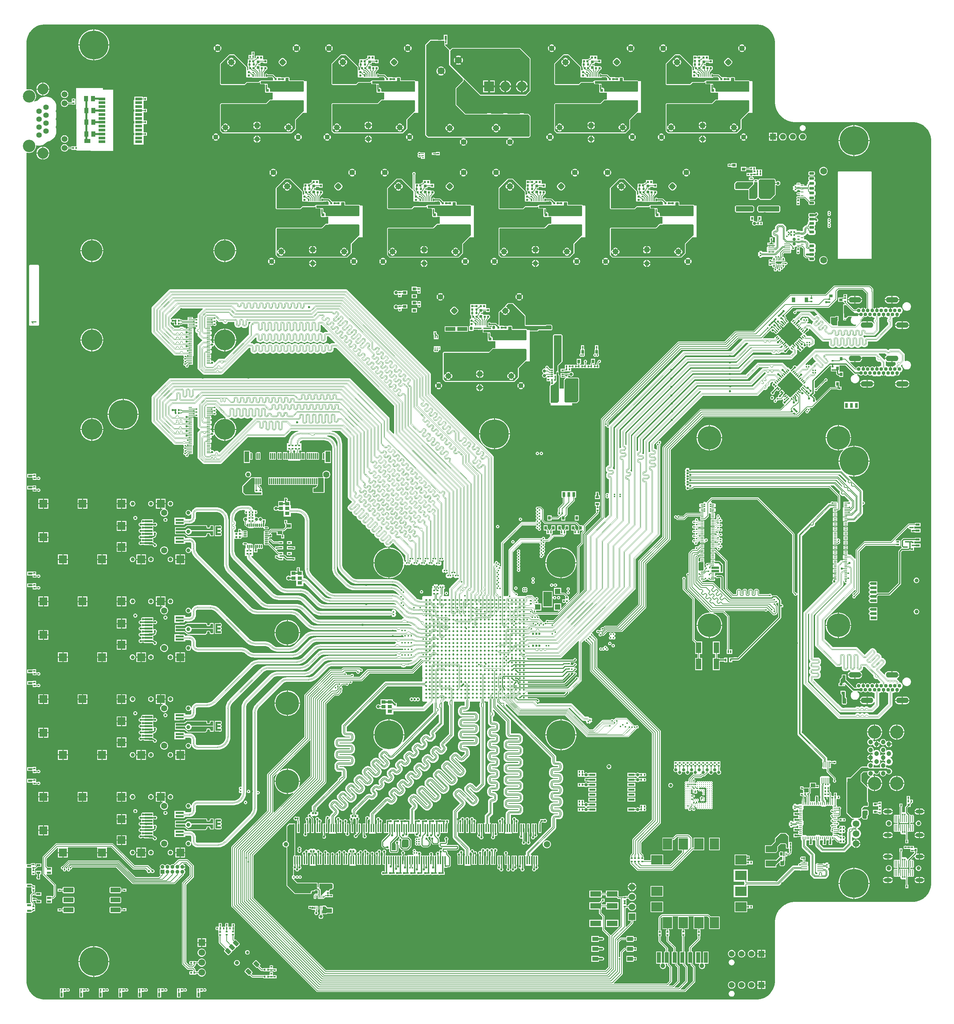
<source format=gtl>
G04*
G04 #@! TF.GenerationSoftware,Altium Limited,Altium Designer,22.10.1 (41)*
G04*
G04 Layer_Physical_Order=1*
G04 Layer_Color=255*
%FSLAX43Y43*%
%MOMM*%
G71*
G04*
G04 #@! TF.SameCoordinates,B9F26087-2B66-42AB-B32E-372D1BB95FEE*
G04*
G04*
G04 #@! TF.FilePolarity,Positive*
G04*
G01*
G75*
%ADD10C,0.250*%
%ADD11C,0.200*%
%ADD12C,0.300*%
%ADD13C,0.100*%
%ADD15C,0.500*%
%ADD16C,0.400*%
%ADD39R,0.480X0.380*%
%ADD40R,0.825X0.630*%
%ADD41R,0.380X0.480*%
%ADD42R,0.650X0.950*%
%ADD43R,0.300X1.550*%
%ADD44R,1.200X2.750*%
%ADD45R,2.500X1.000*%
G04:AMPARAMS|DCode=46|XSize=2mm|YSize=1.8mm|CornerRadius=0.045mm|HoleSize=0mm|Usage=FLASHONLY|Rotation=315.000|XOffset=0mm|YOffset=0mm|HoleType=Round|Shape=RoundedRectangle|*
%AMROUNDEDRECTD46*
21,1,2.000,1.710,0,0,315.0*
21,1,1.910,1.800,0,0,315.0*
1,1,0.090,0.071,-1.280*
1,1,0.090,-1.280,0.071*
1,1,0.090,-0.071,1.280*
1,1,0.090,1.280,-0.071*
%
%ADD46ROUNDEDRECTD46*%
G04:AMPARAMS|DCode=47|XSize=1.35mm|YSize=1mm|CornerRadius=0.05mm|HoleSize=0mm|Usage=FLASHONLY|Rotation=315.000|XOffset=0mm|YOffset=0mm|HoleType=Round|Shape=RoundedRectangle|*
%AMROUNDEDRECTD47*
21,1,1.350,0.900,0,0,315.0*
21,1,1.250,1.000,0,0,315.0*
1,1,0.100,0.124,-0.760*
1,1,0.100,-0.760,0.124*
1,1,0.100,-0.124,0.760*
1,1,0.100,0.760,-0.124*
%
%ADD47ROUNDEDRECTD47*%
G04:AMPARAMS|DCode=48|XSize=1.538mm|YSize=0.252mm|CornerRadius=0.126mm|HoleSize=0mm|Usage=FLASHONLY|Rotation=0.000|XOffset=0mm|YOffset=0mm|HoleType=Round|Shape=RoundedRectangle|*
%AMROUNDEDRECTD48*
21,1,1.538,0.000,0,0,0.0*
21,1,1.285,0.252,0,0,0.0*
1,1,0.252,0.643,0.000*
1,1,0.252,-0.643,0.000*
1,1,0.252,-0.643,0.000*
1,1,0.252,0.643,0.000*
%
%ADD48ROUNDEDRECTD48*%
%ADD49R,1.538X0.252*%
%ADD50R,0.800X1.300*%
%ADD51R,2.100X3.000*%
%ADD52R,0.950X0.650*%
%ADD53R,1.250X1.000*%
%ADD54R,0.750X0.280*%
%ADD55R,0.850X0.280*%
%ADD56R,1.500X2.500*%
%ADD57R,0.800X0.400*%
%ADD58R,0.250X0.625*%
%ADD60R,1.100X1.400*%
G04:AMPARAMS|DCode=61|XSize=0.6mm|YSize=0.2mm|CornerRadius=0.01mm|HoleSize=0mm|Usage=FLASHONLY|Rotation=180.000|XOffset=0mm|YOffset=0mm|HoleType=Round|Shape=RoundedRectangle|*
%AMROUNDEDRECTD61*
21,1,0.600,0.180,0,0,180.0*
21,1,0.580,0.200,0,0,180.0*
1,1,0.020,-0.290,0.090*
1,1,0.020,0.290,0.090*
1,1,0.020,0.290,-0.090*
1,1,0.020,-0.290,-0.090*
%
%ADD61ROUNDEDRECTD61*%
%ADD62R,1.000X0.500*%
%ADD63R,1.000X2.500*%
%ADD64R,1.650X0.600*%
%ADD66R,0.800X0.550*%
%ADD67R,2.500X1.500*%
%ADD68R,0.630X0.800*%
%ADD69R,0.280X0.750*%
%ADD70R,0.280X0.850*%
%ADD71O,0.250X0.800*%
%ADD72O,0.800X0.250*%
%ADD73R,1.200X1.000*%
%ADD74R,1.600X3.000*%
G04:AMPARAMS|DCode=76|XSize=1.92mm|YSize=6.5mm|CornerRadius=0.192mm|HoleSize=0mm|Usage=FLASHONLY|Rotation=270.000|XOffset=0mm|YOffset=0mm|HoleType=Round|Shape=RoundedRectangle|*
%AMROUNDEDRECTD76*
21,1,1.920,6.116,0,0,270.0*
21,1,1.536,6.500,0,0,270.0*
1,1,0.384,-3.058,-0.768*
1,1,0.384,-3.058,0.768*
1,1,0.384,3.058,0.768*
1,1,0.384,3.058,-0.768*
%
%ADD76ROUNDEDRECTD76*%
G04:AMPARAMS|DCode=77|XSize=0.3mm|YSize=0.7mm|CornerRadius=0.05mm|HoleSize=0mm|Usage=FLASHONLY|Rotation=0.000|XOffset=0mm|YOffset=0mm|HoleType=Round|Shape=RoundedRectangle|*
%AMROUNDEDRECTD77*
21,1,0.300,0.601,0,0,0.0*
21,1,0.201,0.700,0,0,0.0*
1,1,0.099,0.101,-0.301*
1,1,0.099,-0.101,-0.301*
1,1,0.099,-0.101,0.301*
1,1,0.099,0.101,0.301*
%
%ADD77ROUNDEDRECTD77*%
G04:AMPARAMS|DCode=78|XSize=0.2mm|YSize=0.7mm|CornerRadius=0.033mm|HoleSize=0mm|Usage=FLASHONLY|Rotation=0.000|XOffset=0mm|YOffset=0mm|HoleType=Round|Shape=RoundedRectangle|*
%AMROUNDEDRECTD78*
21,1,0.200,0.634,0,0,0.0*
21,1,0.134,0.700,0,0,0.0*
1,1,0.066,0.067,-0.317*
1,1,0.066,-0.067,-0.317*
1,1,0.066,-0.067,0.317*
1,1,0.066,0.067,0.317*
%
%ADD78ROUNDEDRECTD78*%
G04:AMPARAMS|DCode=79|XSize=0.35mm|YSize=3.15mm|CornerRadius=0.058mm|HoleSize=0mm|Usage=FLASHONLY|Rotation=270.000|XOffset=0mm|YOffset=0mm|HoleType=Round|Shape=RoundedRectangle|*
%AMROUNDEDRECTD79*
21,1,0.350,3.035,0,0,270.0*
21,1,0.234,3.150,0,0,270.0*
1,1,0.116,-1.517,-0.117*
1,1,0.116,-1.517,0.117*
1,1,0.116,1.517,0.117*
1,1,0.116,1.517,-0.117*
%
%ADD79ROUNDEDRECTD79*%
%ADD80R,0.750X0.800*%
%ADD81R,0.600X0.550*%
%ADD82R,0.800X0.750*%
%ADD83R,0.500X0.600*%
%ADD84R,0.600X0.500*%
%ADD85R,0.550X0.600*%
G04:AMPARAMS|DCode=86|XSize=1.8mm|YSize=2mm|CornerRadius=0.18mm|HoleSize=0mm|Usage=FLASHONLY|Rotation=90.000|XOffset=0mm|YOffset=0mm|HoleType=Round|Shape=RoundedRectangle|*
%AMROUNDEDRECTD86*
21,1,1.800,1.640,0,0,90.0*
21,1,1.440,2.000,0,0,90.0*
1,1,0.360,0.820,0.720*
1,1,0.360,0.820,-0.720*
1,1,0.360,-0.820,-0.720*
1,1,0.360,-0.820,0.720*
%
%ADD86ROUNDEDRECTD86*%
G04:AMPARAMS|DCode=87|XSize=0.65mm|YSize=1.25mm|CornerRadius=0.163mm|HoleSize=0mm|Usage=FLASHONLY|Rotation=90.000|XOffset=0mm|YOffset=0mm|HoleType=Round|Shape=RoundedRectangle|*
%AMROUNDEDRECTD87*
21,1,0.650,0.925,0,0,90.0*
21,1,0.325,1.250,0,0,90.0*
1,1,0.325,0.463,0.163*
1,1,0.325,0.463,-0.163*
1,1,0.325,-0.463,-0.163*
1,1,0.325,-0.463,0.163*
%
%ADD87ROUNDEDRECTD87*%
%ADD88R,1.780X0.640*%
%ADD89R,1.600X1.000*%
%ADD90R,1.000X1.250*%
%ADD92R,0.625X0.250*%
G04:AMPARAMS|DCode=93|XSize=0.2mm|YSize=0.6mm|CornerRadius=0.05mm|HoleSize=0mm|Usage=FLASHONLY|Rotation=90.000|XOffset=0mm|YOffset=0mm|HoleType=Round|Shape=RoundedRectangle|*
%AMROUNDEDRECTD93*
21,1,0.200,0.500,0,0,90.0*
21,1,0.100,0.600,0,0,90.0*
1,1,0.100,0.250,0.050*
1,1,0.100,0.250,-0.050*
1,1,0.100,-0.250,-0.050*
1,1,0.100,-0.250,0.050*
%
%ADD93ROUNDEDRECTD93*%
G04:AMPARAMS|DCode=94|XSize=0.2mm|YSize=0.6mm|CornerRadius=0.05mm|HoleSize=0mm|Usage=FLASHONLY|Rotation=180.000|XOffset=0mm|YOffset=0mm|HoleType=Round|Shape=RoundedRectangle|*
%AMROUNDEDRECTD94*
21,1,0.200,0.500,0,0,180.0*
21,1,0.100,0.600,0,0,180.0*
1,1,0.100,-0.050,0.250*
1,1,0.100,0.050,0.250*
1,1,0.100,0.050,-0.250*
1,1,0.100,-0.050,-0.250*
%
%ADD94ROUNDEDRECTD94*%
G04:AMPARAMS|DCode=95|XSize=0.2mm|YSize=0.7mm|CornerRadius=0.05mm|HoleSize=0mm|Usage=FLASHONLY|Rotation=180.000|XOffset=0mm|YOffset=0mm|HoleType=Round|Shape=RoundedRectangle|*
%AMROUNDEDRECTD95*
21,1,0.200,0.600,0,0,180.0*
21,1,0.100,0.700,0,0,180.0*
1,1,0.100,-0.050,0.300*
1,1,0.100,0.050,0.300*
1,1,0.100,0.050,-0.300*
1,1,0.100,-0.050,-0.300*
%
%ADD95ROUNDEDRECTD95*%
%ADD96R,0.550X0.800*%
G04:AMPARAMS|DCode=97|XSize=1.2mm|YSize=2.6mm|CornerRadius=0.12mm|HoleSize=0mm|Usage=FLASHONLY|Rotation=90.000|XOffset=0mm|YOffset=0mm|HoleType=Round|Shape=RoundedRectangle|*
%AMROUNDEDRECTD97*
21,1,1.200,2.360,0,0,90.0*
21,1,0.960,2.600,0,0,90.0*
1,1,0.240,1.180,0.480*
1,1,0.240,1.180,-0.480*
1,1,0.240,-1.180,-0.480*
1,1,0.240,-1.180,0.480*
%
%ADD97ROUNDEDRECTD97*%
G04:AMPARAMS|DCode=98|XSize=0.25mm|YSize=1.625mm|CornerRadius=0.031mm|HoleSize=0mm|Usage=FLASHONLY|Rotation=0.000|XOffset=0mm|YOffset=0mm|HoleType=Round|Shape=RoundedRectangle|*
%AMROUNDEDRECTD98*
21,1,0.250,1.563,0,0,0.0*
21,1,0.188,1.625,0,0,0.0*
1,1,0.063,0.094,-0.781*
1,1,0.063,-0.094,-0.781*
1,1,0.063,-0.094,0.781*
1,1,0.063,0.094,0.781*
%
%ADD98ROUNDEDRECTD98*%
%ADD99R,0.350X0.600*%
%ADD100R,0.350X1.400*%
%ADD101R,0.600X0.350*%
%ADD102R,0.350X0.600*%
%ADD103R,0.930X0.230*%
G04:AMPARAMS|DCode=104|XSize=1.538mm|YSize=0.252mm|CornerRadius=0.126mm|HoleSize=0mm|Usage=FLASHONLY|Rotation=270.000|XOffset=0mm|YOffset=0mm|HoleType=Round|Shape=RoundedRectangle|*
%AMROUNDEDRECTD104*
21,1,1.538,0.000,0,0,270.0*
21,1,1.285,0.252,0,0,270.0*
1,1,0.252,0.000,-0.643*
1,1,0.252,0.000,0.643*
1,1,0.252,0.000,0.643*
1,1,0.252,0.000,-0.643*
%
%ADD104ROUNDEDRECTD104*%
%ADD105R,0.252X1.538*%
%ADD106R,1.600X0.700*%
%ADD107R,2.200X1.200*%
%ADD108R,1.500X1.200*%
%ADD109R,1.500X1.600*%
G04:AMPARAMS|DCode=110|XSize=1.2mm|YSize=2.07mm|CornerRadius=0mm|HoleSize=0mm|Usage=FLASHONLY|Rotation=315.000|XOffset=0mm|YOffset=0mm|HoleType=Round|Shape=Rectangle|*
%AMROTATEDRECTD110*
4,1,4,-1.156,-0.308,0.308,1.156,1.156,0.308,-0.308,-1.156,-1.156,-0.308,0.0*
%
%ADD110ROTATEDRECTD110*%

%ADD111R,0.350X2.000*%
%ADD112R,3.500X6.800*%
%ADD113R,2.000X0.600*%
%ADD114R,1.000X2.750*%
%ADD115C,0.600*%
G04:AMPARAMS|DCode=116|XSize=0.25mm|YSize=0.6mm|CornerRadius=0.006mm|HoleSize=0mm|Usage=FLASHONLY|Rotation=0.000|XOffset=0mm|YOffset=0mm|HoleType=Round|Shape=RoundedRectangle|*
%AMROUNDEDRECTD116*
21,1,0.250,0.588,0,0,0.0*
21,1,0.238,0.600,0,0,0.0*
1,1,0.013,0.119,-0.294*
1,1,0.013,-0.119,-0.294*
1,1,0.013,-0.119,0.294*
1,1,0.013,0.119,0.294*
%
%ADD116ROUNDEDRECTD116*%
%ADD117R,2.400X1.650*%
%ADD118R,0.400X0.800*%
G04:AMPARAMS|DCode=119|XSize=2.8mm|YSize=2.3mm|CornerRadius=0mm|HoleSize=0mm|Usage=FLASHONLY|Rotation=0.000|XOffset=0mm|YOffset=0mm|HoleType=Round|Shape=RoundedRectangle|*
%AMROUNDEDRECTD119*
21,1,2.800,2.300,0,0,0.0*
21,1,2.800,2.300,0,0,0.0*
1,1,0.000,1.400,-1.150*
1,1,0.000,-1.400,-1.150*
1,1,0.000,-1.400,1.150*
1,1,0.000,1.400,1.150*
%
%ADD119ROUNDEDRECTD119*%
%ADD120R,2.300X2.800*%
G04:AMPARAMS|DCode=121|XSize=2.8mm|YSize=2.3mm|CornerRadius=0mm|HoleSize=0mm|Usage=FLASHONLY|Rotation=270.000|XOffset=0mm|YOffset=0mm|HoleType=Round|Shape=RoundedRectangle|*
%AMROUNDEDRECTD121*
21,1,2.800,2.300,0,0,270.0*
21,1,2.800,2.300,0,0,270.0*
1,1,0.000,-1.150,-1.400*
1,1,0.000,-1.150,1.400*
1,1,0.000,1.150,1.400*
1,1,0.000,1.150,-1.400*
%
%ADD121ROUNDEDRECTD121*%
G04:AMPARAMS|DCode=122|XSize=0.3mm|YSize=0.725mm|CornerRadius=0mm|HoleSize=0mm|Usage=FLASHONLY|Rotation=135.000|XOffset=0mm|YOffset=0mm|HoleType=Round|Shape=Round|*
%AMOVALD122*
21,1,0.425,0.300,0.000,0.000,225.0*
1,1,0.300,0.150,0.150*
1,1,0.300,-0.150,-0.150*
%
%ADD122OVALD122*%

G04:AMPARAMS|DCode=123|XSize=0.3mm|YSize=0.725mm|CornerRadius=0mm|HoleSize=0mm|Usage=FLASHONLY|Rotation=225.000|XOffset=0mm|YOffset=0mm|HoleType=Round|Shape=Round|*
%AMOVALD123*
21,1,0.425,0.300,0.000,0.000,315.0*
1,1,0.300,-0.150,0.150*
1,1,0.300,0.150,-0.150*
%
%ADD123OVALD123*%

%ADD124R,0.350X0.250*%
%ADD125O,0.900X0.300*%
%ADD126O,0.300X0.900*%
%ADD127R,2.200X3.700*%
%ADD128R,1.400X1.400*%
%ADD129R,1.200X0.950*%
%ADD130R,1.100X0.900*%
%ADD131R,0.700X0.200*%
%ADD132R,1.100X0.550*%
%ADD133C,0.250*%
%ADD134R,0.910X1.220*%
G04:AMPARAMS|DCode=135|XSize=0.48mm|YSize=0.38mm|CornerRadius=0mm|HoleSize=0mm|Usage=FLASHONLY|Rotation=45.000|XOffset=0mm|YOffset=0mm|HoleType=Round|Shape=Rectangle|*
%AMROTATEDRECTD135*
4,1,4,-0.035,-0.304,-0.304,-0.035,0.035,0.304,0.304,0.035,-0.035,-0.304,0.0*
%
%ADD135ROTATEDRECTD135*%

G04:AMPARAMS|DCode=136|XSize=0.48mm|YSize=0.38mm|CornerRadius=0mm|HoleSize=0mm|Usage=FLASHONLY|Rotation=135.000|XOffset=0mm|YOffset=0mm|HoleType=Round|Shape=Rectangle|*
%AMROTATEDRECTD136*
4,1,4,0.304,-0.035,0.035,-0.304,-0.304,0.035,-0.035,0.304,0.304,-0.035,0.0*
%
%ADD136ROTATEDRECTD136*%

%ADD137R,2.800X1.400*%
%ADD138R,0.800X0.630*%
%ADD139R,0.550X1.100*%
%ADD140R,0.250X0.350*%
G04:AMPARAMS|DCode=141|XSize=1mm|YSize=1.25mm|CornerRadius=0mm|HoleSize=0mm|Usage=FLASHONLY|Rotation=315.000|XOffset=0mm|YOffset=0mm|HoleType=Round|Shape=Rectangle|*
%AMROTATEDRECTD141*
4,1,4,-0.795,-0.088,0.088,0.795,0.795,0.088,-0.088,-0.795,-0.795,-0.088,0.0*
%
%ADD141ROTATEDRECTD141*%

%ADD142R,1.500X1.100*%
%ADD143R,0.550X1.000*%
%ADD144R,1.400X2.800*%
%ADD145C,0.450*%
%ADD146C,0.450*%
%ADD198R,1.700X1.700*%
%ADD229R,1.500X1.500*%
%ADD246C,1.700*%
%ADD247C,1.200*%
%ADD249C,1.150*%
%ADD253C,1.600*%
%ADD254R,1.600X1.600*%
%ADD256C,1.500*%
%ADD257C,1.100*%
%ADD258C,1.800*%
%ADD260C,1.400*%
%ADD270C,1.300*%
%ADD272C,1.750*%
%ADD279C,1.050*%
%ADD280C,0.114*%
%ADD281C,0.114*%
%ADD282C,0.100*%
%ADD283C,0.150*%
%ADD284C,0.146*%
%ADD285C,0.189*%
%ADD286C,0.249*%
%ADD287C,0.800*%
G04:AMPARAMS|DCode=288|XSize=0.3mm|YSize=0.2mm|CornerRadius=0mm|HoleSize=0mm|Usage=FLASHONLY|Rotation=135.000|XOffset=0mm|YOffset=0mm|HoleType=Round|Shape=Rectangle|*
%AMROTATEDRECTD288*
4,1,4,0.177,-0.035,0.035,-0.177,-0.177,0.035,-0.035,0.177,0.177,-0.035,0.0*
%
%ADD288ROTATEDRECTD288*%

%ADD289R,1.600X1.600*%
%ADD290R,5.750X5.750*%
G04:AMPARAMS|DCode=291|XSize=0.3mm|YSize=1.9mm|CornerRadius=0.05mm|HoleSize=0mm|Usage=FLASHONLY|Rotation=90.000|XOffset=0mm|YOffset=0mm|HoleType=Round|Shape=RoundedRectangle|*
%AMROUNDEDRECTD291*
21,1,0.300,1.801,0,0,90.0*
21,1,0.201,1.900,0,0,90.0*
1,1,0.099,0.900,0.101*
1,1,0.099,0.900,-0.101*
1,1,0.099,-0.900,-0.101*
1,1,0.099,-0.900,0.101*
%
%ADD291ROUNDEDRECTD291*%
%ADD292C,0.500*%
%ADD293P,6.576X4X180.0*%
%ADD294R,1.200X1.600*%
%ADD295P,6.576X4X270.0*%
%ADD296R,4.000X4.000*%
%ADD297R,1.600X1.200*%
%ADD298C,0.166*%
%ADD299C,0.165*%
%ADD300C,0.280*%
%ADD301C,0.350*%
%ADD302C,0.146*%
%ADD303C,0.166*%
%ADD304C,0.215*%
%ADD305C,0.600*%
%ADD306C,1.000*%
%ADD307C,0.249*%
%ADD308C,0.166*%
%ADD309C,0.115*%
G04:AMPARAMS|DCode=310|XSize=0.8mm|YSize=0.2mm|CornerRadius=0mm|HoleSize=0mm|Usage=FLASHONLY|Rotation=135.000|XOffset=0mm|YOffset=0mm|HoleType=Round|Shape=Rectangle|*
%AMROTATEDRECTD310*
4,1,4,0.354,-0.212,0.212,-0.354,-0.354,0.212,-0.212,0.354,0.354,-0.212,0.0*
%
%ADD310ROTATEDRECTD310*%

G04:AMPARAMS|DCode=311|XSize=0.8mm|YSize=0.2mm|CornerRadius=0mm|HoleSize=0mm|Usage=FLASHONLY|Rotation=135.000|XOffset=0mm|YOffset=0mm|HoleType=Round|Shape=Rectangle|*
%AMROTATEDRECTD311*
4,1,4,0.354,-0.212,0.212,-0.354,-0.354,0.212,-0.212,0.354,0.354,-0.212,0.0*
%
%ADD311ROTATEDRECTD311*%

G04:AMPARAMS|DCode=312|XSize=0.8mm|YSize=0.217mm|CornerRadius=0mm|HoleSize=0mm|Usage=FLASHONLY|Rotation=135.000|XOffset=0mm|YOffset=0mm|HoleType=Round|Shape=Rectangle|*
%AMROTATEDRECTD312*
4,1,4,0.360,-0.206,0.206,-0.360,-0.360,0.206,-0.206,0.360,0.360,-0.206,0.0*
%
%ADD312ROTATEDRECTD312*%

G04:AMPARAMS|DCode=313|XSize=0.8mm|YSize=0.2mm|CornerRadius=0mm|HoleSize=0mm|Usage=FLASHONLY|Rotation=135.000|XOffset=0mm|YOffset=0mm|HoleType=Round|Shape=Rectangle|*
%AMROTATEDRECTD313*
4,1,4,0.354,-0.212,0.212,-0.354,-0.354,0.212,-0.212,0.354,0.354,-0.212,0.0*
%
%ADD313ROTATEDRECTD313*%

%ADD314C,6.000*%
%ADD315C,0.750*%
G04:AMPARAMS|DCode=316|XSize=1.4mm|YSize=1.4mm|CornerRadius=0.35mm|HoleSize=0mm|Usage=FLASHONLY|Rotation=315.000|XOffset=0mm|YOffset=0mm|HoleType=Round|Shape=RoundedRectangle|*
%AMROUNDEDRECTD316*
21,1,1.400,0.700,0,0,315.0*
21,1,0.700,1.400,0,0,315.0*
1,1,0.700,0.000,-0.495*
1,1,0.700,-0.495,0.000*
1,1,0.700,0.000,0.495*
1,1,0.700,0.495,0.000*
%
%ADD316ROUNDEDRECTD316*%
%ADD317C,1.000*%
%ADD318R,1.000X1.000*%
G04:AMPARAMS|DCode=319|XSize=1.3mm|YSize=1.3mm|CornerRadius=0.325mm|HoleSize=0mm|Usage=FLASHONLY|Rotation=90.000|XOffset=0mm|YOffset=0mm|HoleType=Round|Shape=RoundedRectangle|*
%AMROUNDEDRECTD319*
21,1,1.300,0.650,0,0,90.0*
21,1,0.650,1.300,0,0,90.0*
1,1,0.650,0.325,0.325*
1,1,0.650,0.325,-0.325*
1,1,0.650,-0.325,-0.325*
1,1,0.650,-0.325,0.325*
%
%ADD319ROUNDEDRECTD319*%
G04:AMPARAMS|DCode=320|XSize=1.3mm|YSize=1.3mm|CornerRadius=0.325mm|HoleSize=0mm|Usage=FLASHONLY|Rotation=135.000|XOffset=0mm|YOffset=0mm|HoleType=Round|Shape=RoundedRectangle|*
%AMROUNDEDRECTD320*
21,1,1.300,0.650,0,0,135.0*
21,1,0.650,1.300,0,0,135.0*
1,1,0.650,0.000,0.460*
1,1,0.650,0.460,0.000*
1,1,0.650,0.000,-0.460*
1,1,0.650,-0.460,0.000*
%
%ADD320ROUNDEDRECTD320*%
%ADD321C,7.400*%
G04:AMPARAMS|DCode=322|XSize=1.3mm|YSize=1.3mm|CornerRadius=0.325mm|HoleSize=0mm|Usage=FLASHONLY|Rotation=45.000|XOffset=0mm|YOffset=0mm|HoleType=Round|Shape=RoundedRectangle|*
%AMROUNDEDRECTD322*
21,1,1.300,0.650,0,0,45.0*
21,1,0.650,1.300,0,0,45.0*
1,1,0.650,0.460,0.000*
1,1,0.650,0.000,-0.460*
1,1,0.650,-0.460,0.000*
1,1,0.650,0.000,0.460*
%
%ADD322ROUNDEDRECTD322*%
G04:AMPARAMS|DCode=323|XSize=1.4mm|YSize=1.4mm|CornerRadius=0.35mm|HoleSize=0mm|Usage=FLASHONLY|Rotation=225.000|XOffset=0mm|YOffset=0mm|HoleType=Round|Shape=RoundedRectangle|*
%AMROUNDEDRECTD323*
21,1,1.400,0.700,0,0,225.0*
21,1,0.700,1.400,0,0,225.0*
1,1,0.700,-0.495,0.000*
1,1,0.700,0.000,0.495*
1,1,0.700,0.495,0.000*
1,1,0.700,0.000,-0.495*
%
%ADD323ROUNDEDRECTD323*%
%ADD324C,3.200*%
%ADD325C,2.800*%
%ADD326C,3.400*%
%ADD327O,2.050X1.000*%
%ADD328C,1.650*%
%ADD329R,2.500X2.500*%
%ADD330C,2.500*%
%ADD331R,2.000X2.000*%
%ADD332C,5.300*%
%ADD333O,3.200X1.400*%
%ADD334C,0.950*%
%ADD335C,0.400*%
G36*
X187000Y249745D02*
X187311D01*
X187928Y249664D01*
X188529Y249503D01*
X189103Y249265D01*
X189642Y248954D01*
X190135Y248575D01*
X190575Y248135D01*
X190954Y247642D01*
X191265Y247103D01*
X191503Y246529D01*
X191664Y245928D01*
X191745Y245311D01*
X191745Y245000D01*
X191745Y230000D01*
X191746Y229996D01*
X191745Y229992D01*
X191756Y229665D01*
X191759Y229652D01*
X191758Y229640D01*
X191843Y228991D01*
X191849Y228975D01*
X191850Y228959D01*
X192019Y228327D01*
X192027Y228312D01*
X192030Y228295D01*
X192280Y227691D01*
X192290Y227677D01*
X192295Y227661D01*
X192622Y227095D01*
X192633Y227082D01*
X192640Y227067D01*
X193039Y226548D01*
X193051Y226537D01*
X193061Y226523D01*
X193523Y226061D01*
X193537Y226051D01*
X193548Y226039D01*
X194067Y225640D01*
X194082Y225633D01*
X194095Y225622D01*
X194661Y225295D01*
X194677Y225290D01*
X194691Y225280D01*
X195295Y225030D01*
X195312Y225027D01*
X195327Y225019D01*
X195959Y224850D01*
X195975Y224849D01*
X195991Y224843D01*
X196640Y224758D01*
X196652Y224759D01*
X196665Y224756D01*
X196992Y224745D01*
X196996Y224746D01*
X197000Y224745D01*
X227000Y224745D01*
X227311D01*
X227928Y224664D01*
X228529Y224503D01*
X229103Y224265D01*
X229642Y223954D01*
X230135Y223575D01*
X230575Y223135D01*
X230954Y222642D01*
X231265Y222103D01*
X231503Y221529D01*
X231664Y220928D01*
X231745Y220311D01*
X231745Y220000D01*
X231745Y30000D01*
Y29689D01*
X231664Y29072D01*
X231503Y28471D01*
X231265Y27897D01*
X230954Y27358D01*
X230575Y26865D01*
X230135Y26425D01*
X229642Y26046D01*
X229103Y25735D01*
X228529Y25497D01*
X227928Y25336D01*
X227311Y25255D01*
X227000Y25255D01*
X197000Y25255D01*
X196996Y25254D01*
X196992Y25255D01*
X196665Y25244D01*
X196652Y25241D01*
X196640Y25242D01*
X195991Y25157D01*
X195975Y25151D01*
X195959Y25150D01*
X195327Y24981D01*
X195312Y24973D01*
X195295Y24970D01*
X194691Y24720D01*
X194677Y24711D01*
X194661Y24705D01*
X194095Y24378D01*
X194082Y24367D01*
X194067Y24360D01*
X193548Y23961D01*
X193537Y23949D01*
X193523Y23939D01*
X193061Y23477D01*
X193051Y23463D01*
X193039Y23452D01*
X192640Y22933D01*
X192633Y22918D01*
X192622Y22905D01*
X192295Y22339D01*
X192290Y22323D01*
X192280Y22309D01*
X192030Y21705D01*
X192027Y21688D01*
X192019Y21673D01*
X191850Y21041D01*
X191849Y21025D01*
X191843Y21009D01*
X191758Y20360D01*
X191759Y20348D01*
X191756Y20335D01*
X191745Y20008D01*
X191746Y20004D01*
X191745Y20000D01*
X191745Y5000D01*
Y4689D01*
X191664Y4072D01*
X191503Y3471D01*
X191265Y2897D01*
X190954Y2358D01*
X190575Y1865D01*
X190135Y1425D01*
X189642Y1046D01*
X189103Y735D01*
X188529Y497D01*
X187928Y336D01*
X187311Y255D01*
X187000Y255D01*
X5000Y255D01*
X4689D01*
X4072Y336D01*
X3471Y497D01*
X2897Y735D01*
X2358Y1046D01*
X1865Y1425D01*
X1425Y1865D01*
X1046Y2358D01*
X735Y2897D01*
X497Y3471D01*
X336Y4072D01*
X255Y4689D01*
Y5000D01*
X255Y22475D01*
X1650D01*
Y22645D01*
X1762Y22667D01*
X1861Y22734D01*
X2043Y22915D01*
X2440D01*
Y23695D01*
X2440D01*
Y23705D01*
X2440D01*
Y24485D01*
X2306D01*
Y24900D01*
X2283Y25017D01*
X2216Y25116D01*
X2216Y25116D01*
X1983Y25350D01*
X2034Y25475D01*
X2085D01*
X2181Y25515D01*
X2523D01*
X2644Y25500D01*
X2650Y25470D01*
Y24900D01*
X4050D01*
Y25800D01*
X3246D01*
X3233Y25867D01*
X3166Y25966D01*
X3166Y25966D01*
X3011Y26121D01*
X2912Y26188D01*
X2825Y26205D01*
X2740Y26295D01*
X2740Y26295D01*
X2740Y26295D01*
X2157D01*
X2085Y26325D01*
X1915D01*
X1910Y26323D01*
X1806Y26392D01*
Y26873D01*
X1924Y26992D01*
X2034Y27034D01*
X2133Y26967D01*
X2250Y26944D01*
X2250Y26944D01*
X2650D01*
Y26800D01*
X4050D01*
Y27700D01*
X2650D01*
Y27556D01*
X2377D01*
X2306Y27627D01*
Y27915D01*
X2440D01*
Y28695D01*
X2440D01*
Y28705D01*
X2440D01*
Y29485D01*
X2043D01*
X1861Y29666D01*
X1762Y29733D01*
X1650Y29755D01*
Y29925D01*
X255D01*
Y33975D01*
X1560D01*
Y32905D01*
X1560Y32905D01*
Y32895D01*
X1560D01*
X1560Y32780D01*
Y32115D01*
X1831D01*
X1915Y32080D01*
X2085D01*
X2169Y32115D01*
X2440D01*
Y32780D01*
X2440Y32895D01*
X2440D01*
Y32905D01*
X2440D01*
Y33627D01*
X2540Y33699D01*
X2657Y33722D01*
X2756Y33789D01*
X3166Y34199D01*
X3166Y34199D01*
X3167Y34200D01*
X4050D01*
Y35100D01*
X2650D01*
Y34548D01*
X2565Y34463D01*
X2440Y34514D01*
Y35185D01*
X1560D01*
Y35178D01*
X1467Y35101D01*
X1350Y35078D01*
X1251Y35011D01*
X1251Y35011D01*
X1165Y34925D01*
X255D01*
X255Y216842D01*
X353Y216920D01*
X380Y216918D01*
X722Y216850D01*
X1076D01*
X1424Y216919D01*
X1752Y217055D01*
X2046Y217252D01*
X2297Y217503D01*
X2494Y217797D01*
X2630Y218125D01*
X2699Y218473D01*
Y218700D01*
X2791Y218782D01*
X2824Y218794D01*
X3227Y218730D01*
X3651D01*
X4071Y218796D01*
X4475Y218928D01*
X4854Y219121D01*
X5198Y219371D01*
X5498Y219671D01*
X5572Y219772D01*
X5851Y219816D01*
X6255Y219948D01*
X6634Y220141D01*
X6978Y220391D01*
X7278Y220691D01*
X7528Y221035D01*
X7721Y221414D01*
X7853Y221818D01*
X7919Y222238D01*
Y222662D01*
X7853Y223082D01*
X7727Y223470D01*
X7853Y223858D01*
X7919Y224277D01*
Y224702D01*
X7853Y225122D01*
X7727Y225510D01*
X7853Y225898D01*
X7919Y226318D01*
Y226742D01*
X7853Y227162D01*
X7727Y227550D01*
X7853Y227938D01*
X7919Y228358D01*
Y228783D01*
X7853Y229202D01*
X7721Y229606D01*
X7528Y229985D01*
X7278Y230329D01*
X6978Y230629D01*
X6634Y230879D01*
X6255Y231072D01*
X5851Y231204D01*
X5431Y231270D01*
X5007D01*
X4587Y231204D01*
X4183Y231072D01*
X3804Y230879D01*
X3460Y230629D01*
X3160Y230329D01*
X3086Y230228D01*
X2807Y230184D01*
X2403Y230052D01*
X2241Y229970D01*
X2167Y230072D01*
X2297Y230203D01*
X2494Y230497D01*
X2630Y230825D01*
X2699Y231173D01*
Y231527D01*
X2630Y231875D01*
X2494Y232203D01*
X2297Y232497D01*
X2046Y232748D01*
X1752Y232945D01*
X1424Y233081D01*
X1076Y233150D01*
X722D01*
X380Y233082D01*
X353Y233080D01*
X255Y233158D01*
X255Y245000D01*
Y245311D01*
X336Y245928D01*
X497Y246529D01*
X735Y247103D01*
X1046Y247642D01*
X1425Y248135D01*
X1865Y248575D01*
X2358Y248954D01*
X2897Y249265D01*
X3471Y249503D01*
X4072Y249664D01*
X4689Y249745D01*
X5000Y249745D01*
X187000Y249745D01*
D02*
G37*
G36*
X1560Y28705D02*
X1560D01*
Y28695D01*
X1560D01*
Y27915D01*
X1694D01*
Y27627D01*
X1284Y27216D01*
X1217Y27117D01*
X1194Y27000D01*
X1194Y27000D01*
Y25400D01*
X1194Y25400D01*
X1217Y25283D01*
X1284Y25184D01*
X1427Y25040D01*
X1379Y24925D01*
X255D01*
X255Y28975D01*
X1560D01*
Y28705D01*
D02*
G37*
%LPC*%
G36*
X107975Y247050D02*
X107025D01*
Y245804D01*
X106475D01*
X106397Y245788D01*
X106345Y245754D01*
X105655D01*
X105603Y245788D01*
X105525Y245804D01*
X103650D01*
X103650Y245804D01*
X103572Y245788D01*
X103506Y245744D01*
X102356Y244594D01*
X102312Y244528D01*
X102296Y244450D01*
Y221500D01*
X102296Y221500D01*
X102312Y221422D01*
X102356Y221356D01*
X102856Y220856D01*
X102922Y220812D01*
X103000Y220796D01*
X128750D01*
X128750Y220796D01*
X128828Y220812D01*
X128894Y220856D01*
X129144Y221106D01*
X129188Y221172D01*
X129204Y221250D01*
Y226300D01*
X129204Y226300D01*
X129188Y226378D01*
X129144Y226444D01*
X128794Y226794D01*
X128728Y226838D01*
X128650Y226854D01*
X127524D01*
X127499Y226979D01*
X127550Y227000D01*
X126450D01*
X126501Y226979D01*
X126476Y226854D01*
X123324D01*
X123299Y226979D01*
X123350Y227000D01*
X122250D01*
X122301Y226979D01*
X122276Y226854D01*
X119124D01*
X119099Y226979D01*
X119150Y227000D01*
X118050D01*
X118101Y226979D01*
X118076Y226854D01*
X112634D01*
X110254Y229234D01*
Y233390D01*
X112044Y235180D01*
X112088Y235247D01*
X112104Y235325D01*
Y235644D01*
X112219Y235692D01*
X116306Y231606D01*
X116372Y231562D01*
X116450Y231546D01*
X128000D01*
X128078Y231562D01*
X128144Y231606D01*
X128144Y231606D01*
X129144Y232606D01*
X129188Y232672D01*
X129204Y232750D01*
Y241000D01*
X129204Y241000D01*
X129188Y241078D01*
X129144Y241144D01*
X129144Y241144D01*
X126644Y243644D01*
X126578Y243688D01*
X126500Y243704D01*
X109250D01*
X109250Y243704D01*
X109172Y243688D01*
X109106Y243644D01*
X108695Y243234D01*
X108549Y243244D01*
X108537Y243252D01*
X107359Y244429D01*
Y244660D01*
X107940D01*
Y245540D01*
X107975Y245550D01*
Y247050D01*
D02*
G37*
G36*
X17759Y248454D02*
X17627D01*
Y244627D01*
X21454D01*
Y244759D01*
X21386Y245273D01*
X21252Y245774D01*
X21054Y246253D01*
X20795Y246701D01*
X20479Y247113D01*
X20113Y247479D01*
X19701Y247795D01*
X19253Y248054D01*
X18774Y248252D01*
X18273Y248386D01*
X17759Y248454D01*
D02*
G37*
G36*
X17373D02*
X17241D01*
X16727Y248386D01*
X16226Y248252D01*
X15747Y248054D01*
X15299Y247795D01*
X14887Y247479D01*
X14521Y247113D01*
X14205Y246701D01*
X13946Y246253D01*
X13748Y245774D01*
X13614Y245273D01*
X13546Y244759D01*
Y244627D01*
X17373D01*
Y248454D01*
D02*
G37*
G36*
X97961Y244590D02*
X97710D01*
X97467Y244525D01*
X97251Y244400D01*
X97836Y243815D01*
X98420Y244400D01*
X98204Y244525D01*
X97961Y244590D01*
D02*
G37*
G36*
X69461Y244590D02*
X69210D01*
X68967Y244525D01*
X68751Y244400D01*
X69336Y243815D01*
X69920Y244400D01*
X69704Y244525D01*
X69461Y244590D01*
D02*
G37*
G36*
X49290D02*
X49039D01*
X48796Y244525D01*
X48580Y244400D01*
X49164Y243815D01*
X49749Y244400D01*
X49533Y244525D01*
X49290Y244590D01*
D02*
G37*
G36*
X77790Y244590D02*
X77539D01*
X77296Y244525D01*
X77080Y244400D01*
X77664Y243815D01*
X78249Y244400D01*
X78033Y244525D01*
X77790Y244590D01*
D02*
G37*
G36*
X163290Y244590D02*
X163039D01*
X162796Y244525D01*
X162580Y244400D01*
X163164Y243815D01*
X163749Y244400D01*
X163533Y244525D01*
X163290Y244590D01*
D02*
G37*
G36*
X134790Y244590D02*
X134539D01*
X134296Y244525D01*
X134080Y244400D01*
X134664Y243815D01*
X135249Y244400D01*
X135033Y244525D01*
X134790Y244590D01*
D02*
G37*
G36*
X154961D02*
X154710D01*
X154467Y244525D01*
X154251Y244400D01*
X154835Y243815D01*
X155420Y244400D01*
X155204Y244525D01*
X154961Y244590D01*
D02*
G37*
G36*
X183461Y244590D02*
X183210D01*
X182967Y244525D01*
X182751Y244400D01*
X183335Y243815D01*
X183920Y244400D01*
X183704Y244525D01*
X183461Y244590D01*
D02*
G37*
G36*
X68571Y244220D02*
X68447Y244004D01*
X68382Y243761D01*
Y243510D01*
X68447Y243267D01*
X68571Y243051D01*
X69156Y243636D01*
X68571Y244220D01*
D02*
G37*
G36*
X98600Y244220D02*
X98015Y243636D01*
X98600Y243051D01*
X98725Y243267D01*
X98790Y243510D01*
Y243761D01*
X98725Y244004D01*
X98600Y244220D01*
D02*
G37*
G36*
X97071D02*
X96947Y244004D01*
X96882Y243761D01*
Y243510D01*
X96947Y243267D01*
X97071Y243051D01*
X97656Y243636D01*
X97071Y244220D01*
D02*
G37*
G36*
X76900Y244220D02*
X76775Y244004D01*
X76710Y243761D01*
Y243510D01*
X76775Y243267D01*
X76900Y243051D01*
X77485Y243636D01*
X76900Y244220D01*
D02*
G37*
G36*
X48400Y244220D02*
X48275Y244004D01*
X48210Y243761D01*
Y243510D01*
X48275Y243267D01*
X48400Y243051D01*
X48985Y243636D01*
X48400Y244220D01*
D02*
G37*
G36*
X163929Y244220D02*
X163344Y243636D01*
X163929Y243051D01*
X164053Y243267D01*
X164118Y243510D01*
Y243761D01*
X164053Y244004D01*
X163929Y244220D01*
D02*
G37*
G36*
X78429Y244220D02*
X77844Y243636D01*
X78429Y243051D01*
X78553Y243267D01*
X78618Y243510D01*
Y243761D01*
X78553Y244004D01*
X78429Y244220D01*
D02*
G37*
G36*
X70100Y244220D02*
X69515Y243636D01*
X70100Y243051D01*
X70225Y243267D01*
X70290Y243510D01*
Y243761D01*
X70225Y244004D01*
X70100Y244220D01*
D02*
G37*
G36*
X49929Y244220D02*
X49344Y243636D01*
X49929Y243051D01*
X50053Y243267D01*
X50118Y243510D01*
Y243761D01*
X50053Y244004D01*
X49929Y244220D01*
D02*
G37*
G36*
X162400Y244220D02*
X162275Y244004D01*
X162210Y243761D01*
Y243510D01*
X162275Y243267D01*
X162400Y243051D01*
X162985Y243636D01*
X162400Y244220D01*
D02*
G37*
G36*
X135429Y244220D02*
X134844Y243636D01*
X135429Y243051D01*
X135553Y243267D01*
X135618Y243510D01*
Y243761D01*
X135553Y244004D01*
X135429Y244220D01*
D02*
G37*
G36*
X133900Y244220D02*
X133775Y244004D01*
X133710Y243761D01*
Y243510D01*
X133775Y243267D01*
X133900Y243051D01*
X134485Y243636D01*
X133900Y244220D01*
D02*
G37*
G36*
X155600Y244220D02*
X155015Y243636D01*
X155600Y243051D01*
X155724Y243267D01*
X155789Y243510D01*
Y243761D01*
X155724Y244004D01*
X155600Y244220D01*
D02*
G37*
G36*
X182571Y244220D02*
X182446Y244004D01*
X182381Y243761D01*
Y243510D01*
X182446Y243267D01*
X182571Y243051D01*
X183156Y243636D01*
X182571Y244220D01*
D02*
G37*
G36*
X154071Y244220D02*
X153947Y244004D01*
X153882Y243761D01*
Y243510D01*
X153947Y243267D01*
X154071Y243051D01*
X154656Y243636D01*
X154071Y244220D01*
D02*
G37*
G36*
X184100Y244220D02*
X183515Y243636D01*
X184100Y243051D01*
X184224Y243267D01*
X184289Y243510D01*
Y243761D01*
X184224Y244004D01*
X184100Y244220D01*
D02*
G37*
G36*
X97836Y243456D02*
X97251Y242871D01*
X97467Y242747D01*
X97710Y242682D01*
X97961D01*
X98204Y242747D01*
X98420Y242871D01*
X97836Y243456D01*
D02*
G37*
G36*
X77664Y243456D02*
X77080Y242871D01*
X77296Y242747D01*
X77539Y242682D01*
X77790D01*
X78033Y242747D01*
X78249Y242871D01*
X77664Y243456D01*
D02*
G37*
G36*
X69336Y243456D02*
X68751Y242871D01*
X68967Y242747D01*
X69210Y242682D01*
X69461D01*
X69704Y242747D01*
X69920Y242871D01*
X69336Y243456D01*
D02*
G37*
G36*
X49164Y243456D02*
X48580Y242871D01*
X48796Y242747D01*
X49039Y242682D01*
X49290D01*
X49533Y242747D01*
X49749Y242871D01*
X49164Y243456D01*
D02*
G37*
G36*
X183335Y243456D02*
X182751Y242871D01*
X182967Y242747D01*
X183210Y242682D01*
X183461D01*
X183704Y242747D01*
X183920Y242871D01*
X183335Y243456D01*
D02*
G37*
G36*
X163164Y243456D02*
X162580Y242871D01*
X162796Y242747D01*
X163039Y242682D01*
X163290D01*
X163533Y242747D01*
X163749Y242871D01*
X163164Y243456D01*
D02*
G37*
G36*
X154835Y243456D02*
X154251Y242871D01*
X154467Y242747D01*
X154710Y242682D01*
X154961D01*
X155204Y242747D01*
X155420Y242871D01*
X154835Y243456D01*
D02*
G37*
G36*
X134664Y243456D02*
X134080Y242871D01*
X134296Y242747D01*
X134539Y242682D01*
X134790D01*
X135033Y242747D01*
X135249Y242871D01*
X134664Y243456D01*
D02*
G37*
G36*
X21454Y244373D02*
X17627D01*
Y240546D01*
X17759D01*
X18273Y240614D01*
X18774Y240748D01*
X19253Y240946D01*
X19701Y241205D01*
X20113Y241521D01*
X20479Y241887D01*
X20795Y242299D01*
X21054Y242747D01*
X21252Y243226D01*
X21386Y243727D01*
X21454Y244241D01*
Y244373D01*
D02*
G37*
G36*
X17373D02*
X13546D01*
Y244241D01*
X13614Y243727D01*
X13748Y243226D01*
X13946Y242747D01*
X14205Y242299D01*
X14521Y241887D01*
X14887Y241521D01*
X15299Y241205D01*
X15747Y240946D01*
X16226Y240748D01*
X16727Y240614D01*
X17241Y240546D01*
X17373D01*
Y244373D01*
D02*
G37*
G36*
X80750Y242054D02*
X80672Y242038D01*
X80606Y241994D01*
X78356Y239744D01*
X78312Y239678D01*
X78296Y239600D01*
Y234550D01*
X78312Y234472D01*
X78356Y234406D01*
X78453Y234309D01*
X78469Y234298D01*
X78483Y234284D01*
X78502Y234276D01*
X78519Y234265D01*
X78538Y234261D01*
X78557Y234253D01*
X78577Y234253D01*
X78597Y234249D01*
X78600Y234250D01*
X78600Y234250D01*
X84554D01*
X84632Y234266D01*
X84698Y234310D01*
X85186Y234797D01*
X85200Y234800D01*
X85200D01*
D01*
X88150D01*
X88150Y234800D01*
X88153Y234799D01*
X88173Y234803D01*
X88193D01*
X88212Y234811D01*
X88231Y234815D01*
X88248Y234826D01*
X88267Y234834D01*
X88281Y234848D01*
X88297Y234859D01*
X88381Y234942D01*
X88496Y234894D01*
Y234600D01*
X88496Y234600D01*
X88512Y234522D01*
X88556Y234456D01*
X88562Y234450D01*
X89650D01*
X89800Y234300D01*
Y232450D01*
X89975Y232275D01*
X91000D01*
Y232275D01*
X91122Y232312D01*
X91125Y232311D01*
X91200Y232296D01*
X91750D01*
Y232150D01*
D01*
Y230600D01*
X91750Y230600D01*
Y230550D01*
X91746D01*
X91727Y230542D01*
X91707Y230538D01*
X91691Y230527D01*
X91672Y230520D01*
X91664Y230514D01*
X91650Y230500D01*
X91084D01*
X91006Y230484D01*
X90940Y230440D01*
X90940Y230440D01*
X90850Y230350D01*
X90850D01*
X90850Y230350D01*
Y230350D01*
X90520Y230020D01*
X90100Y229600D01*
X90093D01*
X90090Y229598D01*
X90079Y229596D01*
X90063Y229585D01*
X90044Y229577D01*
X90030Y229563D01*
X90017Y229554D01*
X78600D01*
X78600Y229554D01*
X78522Y229538D01*
X78456Y229494D01*
X78456Y229494D01*
X78356Y229394D01*
X78312Y229328D01*
X78296Y229250D01*
Y222600D01*
X78312Y222522D01*
X78356Y222456D01*
X78856Y221956D01*
X78922Y221912D01*
X79000Y221896D01*
X96500D01*
X96578Y221912D01*
X96644Y221956D01*
X96644Y221956D01*
X97644Y222956D01*
X97688Y223022D01*
X97704Y223100D01*
Y225366D01*
X99438Y227100D01*
X100450D01*
X100500Y227150D01*
Y235150D01*
X100450Y235200D01*
X99873Y235201D01*
X99844Y235244D01*
X99844Y235244D01*
X99744Y235344D01*
X99678Y235388D01*
X99600Y235404D01*
X96054D01*
Y236000D01*
X96038Y236078D01*
X95994Y236144D01*
X95950Y236188D01*
Y236200D01*
X95936D01*
X95878Y236238D01*
X95800Y236254D01*
X95100D01*
X95100Y236254D01*
X95022Y236238D01*
X94973Y236206D01*
X94850Y236200D01*
X94850Y236200D01*
X93875D01*
Y236225D01*
X92645D01*
X92627Y236252D01*
X92027Y236852D01*
X91911Y236930D01*
X91775Y236957D01*
X90504D01*
X90486Y237048D01*
X90430Y237130D01*
X90348Y237186D01*
X90251Y237205D01*
X90049D01*
X89952Y237186D01*
X89870Y237130D01*
X89814Y237048D01*
X89795Y236951D01*
Y236660D01*
X89793Y236650D01*
Y236600D01*
X89795Y236590D01*
Y236350D01*
X89687Y236299D01*
X89675D01*
X89555Y236333D01*
Y236643D01*
X89556Y236650D01*
Y237423D01*
X89934Y237802D01*
X90001Y237901D01*
X90024Y238018D01*
X90125Y238075D01*
X90375D01*
Y239025D01*
X89475D01*
Y239075D01*
X88610D01*
Y239275D01*
X88032D01*
X87984Y239390D01*
X88002Y239409D01*
X88002Y239409D01*
X88068Y239508D01*
X88082Y239575D01*
X88610D01*
Y239969D01*
X89375D01*
Y239775D01*
X90325D01*
Y240775D01*
X89433Y240775D01*
X89375Y240775D01*
X89325Y240879D01*
X89325Y240900D01*
Y241725D01*
X87475D01*
Y241208D01*
X87298Y241031D01*
X87225D01*
X87108Y241008D01*
X87009Y240941D01*
X87009Y240941D01*
X86892Y240825D01*
X85425D01*
Y239900D01*
X85300D01*
Y239000D01*
X85494D01*
Y238800D01*
X85494Y238800D01*
X85517Y238683D01*
X85575Y238597D01*
Y238075D01*
X85471Y238025D01*
X85204D01*
Y238750D01*
X85188Y238828D01*
X85144Y238894D01*
X82044Y241994D01*
X81978Y242038D01*
X81900Y242054D01*
X80750Y242054D01*
D02*
G37*
G36*
X166250Y242054D02*
X166172Y242038D01*
X166106Y241994D01*
X163856Y239744D01*
X163812Y239678D01*
X163796Y239600D01*
Y234550D01*
X163812Y234472D01*
X163856Y234406D01*
X163952Y234309D01*
X163969Y234298D01*
X163983Y234284D01*
X164002Y234276D01*
X164019Y234265D01*
X164038Y234261D01*
X164057Y234253D01*
X164077Y234253D01*
X164097Y234249D01*
X164100Y234250D01*
X164100Y234250D01*
X170054D01*
X170132Y234266D01*
X170198Y234310D01*
X170685Y234797D01*
X170700Y234800D01*
X170700D01*
D01*
X173650D01*
X173650Y234800D01*
X173653Y234799D01*
X173673Y234803D01*
X173693D01*
X173712Y234811D01*
X173731Y234815D01*
X173748Y234826D01*
X173767Y234834D01*
X173781Y234848D01*
X173797Y234859D01*
X173881Y234942D01*
X173996Y234894D01*
Y234600D01*
X173996Y234600D01*
X174012Y234522D01*
X174056Y234456D01*
X174062Y234450D01*
X175150D01*
X175300Y234300D01*
Y232450D01*
X175475Y232275D01*
X176500D01*
Y232275D01*
X176622Y232312D01*
X176625Y232311D01*
X176700Y232296D01*
X177250D01*
Y232150D01*
D01*
Y230600D01*
X177250Y230600D01*
Y230550D01*
X177246D01*
X177227Y230542D01*
X177207Y230538D01*
X177191Y230527D01*
X177172Y230520D01*
X177164Y230514D01*
X177150Y230500D01*
X176584D01*
X176506Y230484D01*
X176440Y230440D01*
X176440Y230440D01*
X176350Y230350D01*
X176350D01*
X176350Y230350D01*
Y230350D01*
X176020Y230020D01*
X175600Y229600D01*
X175593D01*
X175590Y229598D01*
X175579Y229596D01*
X175563Y229585D01*
X175544Y229577D01*
X175530Y229563D01*
X175517Y229554D01*
X164100D01*
X164100Y229554D01*
X164022Y229538D01*
X163956Y229494D01*
X163956Y229494D01*
X163856Y229394D01*
X163812Y229328D01*
X163796Y229250D01*
Y222600D01*
X163812Y222522D01*
X163856Y222456D01*
X164356Y221956D01*
X164422Y221912D01*
X164500Y221896D01*
X182000D01*
X182078Y221912D01*
X182144Y221956D01*
X182144Y221956D01*
X183144Y222956D01*
X183188Y223022D01*
X183204Y223100D01*
Y225366D01*
X184938Y227100D01*
X185950D01*
X186000Y227150D01*
Y235150D01*
X185950Y235200D01*
X185373Y235201D01*
X185344Y235244D01*
X185344Y235244D01*
X185244Y235344D01*
X185178Y235388D01*
X185100Y235404D01*
X181554D01*
Y236000D01*
X181538Y236078D01*
X181494Y236144D01*
X181450Y236188D01*
Y236200D01*
X181435D01*
X181378Y236238D01*
X181300Y236254D01*
X180600D01*
X180600Y236254D01*
X180522Y236238D01*
X180473Y236205D01*
X180350Y236200D01*
X180350Y236200D01*
X179375D01*
Y236225D01*
X178145D01*
X178127Y236252D01*
X177527Y236852D01*
X177411Y236930D01*
X177275Y236957D01*
X176004D01*
X175985Y237048D01*
X175930Y237130D01*
X175848Y237186D01*
X175750Y237205D01*
X175549D01*
X175452Y237186D01*
X175370Y237130D01*
X175314Y237048D01*
X175295Y236951D01*
Y236660D01*
X175293Y236650D01*
Y236600D01*
X175295Y236590D01*
Y236350D01*
X175187Y236299D01*
X175175D01*
X175055Y236333D01*
Y236643D01*
X175056Y236650D01*
Y237423D01*
X175434Y237802D01*
X175501Y237901D01*
X175524Y238018D01*
X175625Y238075D01*
X175875D01*
Y239025D01*
X174975D01*
Y239075D01*
X174110D01*
Y239275D01*
X173532D01*
X173484Y239390D01*
X173502Y239409D01*
X173502Y239409D01*
X173568Y239508D01*
X173582Y239575D01*
X174110D01*
Y239969D01*
X174875D01*
Y239775D01*
X175825D01*
Y240775D01*
X174933Y240775D01*
X174875Y240775D01*
X174825Y240879D01*
X174825Y240900D01*
Y241725D01*
X173000D01*
X172975Y241725D01*
Y241725D01*
X172875D01*
Y241725D01*
X171925D01*
Y241531D01*
X171775D01*
Y241725D01*
X170825D01*
Y240725D01*
Y239900D01*
X170800D01*
Y239000D01*
X170994D01*
Y238800D01*
X170994Y238800D01*
X171017Y238683D01*
X171075Y238597D01*
Y238075D01*
X170971Y238025D01*
X170704D01*
Y238750D01*
X170688Y238828D01*
X170644Y238894D01*
X167544Y241994D01*
X167478Y242038D01*
X167400Y242054D01*
X166250Y242054D01*
D02*
G37*
G36*
X137750Y242054D02*
X137672Y242038D01*
X137606Y241994D01*
X135356Y239744D01*
X135312Y239678D01*
X135296Y239600D01*
Y234550D01*
X135312Y234472D01*
X135356Y234406D01*
X135453Y234309D01*
X135469Y234298D01*
X135483Y234284D01*
X135502Y234276D01*
X135519Y234265D01*
X135538Y234261D01*
X135557Y234253D01*
X135577Y234253D01*
X135597Y234249D01*
X135600Y234250D01*
X135600Y234250D01*
X141554D01*
X141632Y234266D01*
X141698Y234310D01*
X142185Y234797D01*
X142200Y234800D01*
X142200D01*
D01*
X145150D01*
X145150Y234800D01*
X145153Y234799D01*
X145173Y234803D01*
X145193D01*
X145212Y234811D01*
X145231Y234815D01*
X145248Y234826D01*
X145267Y234834D01*
X145281Y234848D01*
X145297Y234859D01*
X145381Y234942D01*
X145496Y234894D01*
Y234600D01*
X145496Y234600D01*
X145512Y234522D01*
X145556Y234456D01*
X145562Y234450D01*
X146650D01*
X146800Y234300D01*
Y232450D01*
X146975Y232275D01*
X148000D01*
Y232275D01*
X148122Y232312D01*
X148125Y232311D01*
X148200Y232296D01*
X148750D01*
Y232150D01*
D01*
Y230600D01*
X148750Y230600D01*
Y230550D01*
X148746D01*
X148727Y230542D01*
X148707Y230538D01*
X148691Y230527D01*
X148672Y230520D01*
X148664Y230514D01*
X148650Y230500D01*
X148084D01*
X148006Y230484D01*
X147940Y230440D01*
X147940Y230440D01*
X147850Y230350D01*
X147850D01*
X147850Y230350D01*
Y230350D01*
X147520Y230020D01*
X147100Y229600D01*
X147093D01*
X147090Y229598D01*
X147079Y229596D01*
X147063Y229585D01*
X147044Y229577D01*
X147030Y229563D01*
X147017Y229554D01*
X135600D01*
X135600Y229554D01*
X135522Y229538D01*
X135456Y229494D01*
X135456Y229494D01*
X135356Y229394D01*
X135312Y229328D01*
X135296Y229250D01*
Y222600D01*
X135312Y222522D01*
X135356Y222456D01*
X135856Y221956D01*
X135922Y221912D01*
X136000Y221896D01*
X153500D01*
X153578Y221912D01*
X153644Y221956D01*
X153644Y221956D01*
X154644Y222956D01*
X154688Y223022D01*
X154704Y223100D01*
Y225366D01*
X156438Y227100D01*
X157450D01*
X157500Y227150D01*
Y235150D01*
X157450Y235200D01*
X156873Y235201D01*
X156844Y235244D01*
X156844Y235244D01*
X156744Y235344D01*
X156678Y235388D01*
X156600Y235404D01*
X153054D01*
Y236000D01*
X153038Y236078D01*
X152994Y236144D01*
X152950Y236188D01*
Y236200D01*
X152935D01*
X152878Y236238D01*
X152800Y236254D01*
X152100D01*
X152100Y236254D01*
X152022Y236238D01*
X151973Y236205D01*
X151850Y236200D01*
X151850Y236200D01*
X150875D01*
Y236225D01*
X149645D01*
X149627Y236252D01*
X149027Y236852D01*
X148911Y236930D01*
X148775Y236957D01*
X147504D01*
X147485Y237048D01*
X147430Y237130D01*
X147348Y237186D01*
X147250Y237205D01*
X147049D01*
X146952Y237186D01*
X146870Y237130D01*
X146814Y237048D01*
X146795Y236950D01*
Y236660D01*
X146793Y236650D01*
Y236600D01*
X146795Y236590D01*
Y236350D01*
X146687Y236299D01*
X146675D01*
X146555Y236333D01*
Y236643D01*
X146556Y236650D01*
Y237423D01*
X146934Y237802D01*
X147001Y237901D01*
X147024Y238018D01*
X147125Y238075D01*
X147375D01*
Y239025D01*
X146475D01*
Y239075D01*
X145610D01*
Y239275D01*
X145032D01*
X144984Y239390D01*
X145002Y239409D01*
X145002Y239409D01*
X145068Y239508D01*
X145082Y239575D01*
X145610D01*
Y239969D01*
X146375D01*
Y239775D01*
X147325D01*
Y240775D01*
X146433Y240775D01*
X146375Y240775D01*
X146325Y240879D01*
X146325Y240900D01*
Y241725D01*
X144475D01*
Y241208D01*
X144298Y241031D01*
X144225D01*
X144108Y241008D01*
X144009Y240941D01*
X144009Y240941D01*
X143892Y240825D01*
X142425D01*
Y239900D01*
X142300D01*
Y239000D01*
X142494D01*
Y238800D01*
X142494Y238800D01*
X142517Y238683D01*
X142575Y238597D01*
Y238075D01*
X142471Y238025D01*
X142204D01*
Y238750D01*
X142188Y238828D01*
X142144Y238894D01*
X139044Y241994D01*
X138978Y242038D01*
X138900Y242054D01*
X137750Y242054D01*
D02*
G37*
G36*
X94300Y241150D02*
X94156Y241131D01*
X94023Y241075D01*
X93908Y240987D01*
X93413Y240492D01*
X93325Y240377D01*
X93269Y240244D01*
X93250Y240100D01*
X93269Y239956D01*
X93325Y239823D01*
X93413Y239708D01*
X93908Y239213D01*
X94023Y239125D01*
X94156Y239069D01*
X94300Y239050D01*
X94444Y239069D01*
X94577Y239125D01*
X94692Y239213D01*
X95187Y239708D01*
X95275Y239823D01*
X95331Y239956D01*
X95350Y240100D01*
X95331Y240244D01*
X95275Y240377D01*
X95187Y240492D01*
X94692Y240987D01*
X94577Y241075D01*
X94444Y241131D01*
X94300Y241150D01*
D02*
G37*
G36*
X65800Y241150D02*
X65656Y241131D01*
X65523Y241075D01*
X65408Y240987D01*
X64913Y240492D01*
X64825Y240377D01*
X64769Y240244D01*
X64750Y240100D01*
X64769Y239956D01*
X64825Y239823D01*
X64913Y239708D01*
X65408Y239213D01*
X65523Y239125D01*
X65656Y239069D01*
X65800Y239050D01*
X65944Y239069D01*
X66077Y239125D01*
X66192Y239213D01*
X66687Y239708D01*
X66775Y239823D01*
X66831Y239956D01*
X66850Y240100D01*
X66831Y240244D01*
X66775Y240377D01*
X66687Y240492D01*
X66192Y240987D01*
X66077Y241075D01*
X65944Y241131D01*
X65800Y241150D01*
D02*
G37*
G36*
X179800Y241150D02*
X179656Y241131D01*
X179523Y241075D01*
X179408Y240987D01*
X178913Y240492D01*
X178825Y240377D01*
X178769Y240244D01*
X178750Y240100D01*
X178769Y239956D01*
X178825Y239823D01*
X178913Y239708D01*
X179408Y239213D01*
X179523Y239125D01*
X179656Y239069D01*
X179800Y239050D01*
X179944Y239069D01*
X180077Y239125D01*
X180192Y239213D01*
X180687Y239708D01*
X180775Y239823D01*
X180831Y239956D01*
X180850Y240100D01*
X180831Y240244D01*
X180775Y240377D01*
X180687Y240492D01*
X180192Y240987D01*
X180077Y241075D01*
X179944Y241131D01*
X179800Y241150D01*
D02*
G37*
G36*
X151300Y241150D02*
X151156Y241131D01*
X151023Y241075D01*
X150908Y240987D01*
X150413Y240492D01*
X150325Y240377D01*
X150269Y240244D01*
X150250Y240100D01*
X150269Y239956D01*
X150325Y239823D01*
X150413Y239708D01*
X150908Y239213D01*
X151023Y239125D01*
X151156Y239069D01*
X151300Y239050D01*
X151444Y239069D01*
X151577Y239125D01*
X151692Y239213D01*
X152187Y239708D01*
X152275Y239823D01*
X152331Y239956D01*
X152350Y240100D01*
X152331Y240244D01*
X152275Y240377D01*
X152187Y240492D01*
X151692Y240987D01*
X151577Y241075D01*
X151444Y241131D01*
X151300Y241150D01*
D02*
G37*
G36*
X58635Y242790D02*
X57855D01*
Y242011D01*
X57847Y241909D01*
X57738Y241890D01*
X57065D01*
Y241619D01*
X57030Y241535D01*
Y241365D01*
X57065Y241281D01*
Y241010D01*
X57845D01*
Y241010D01*
X57855D01*
Y241010D01*
X58334D01*
X58395Y240885D01*
X58349Y240825D01*
X56925D01*
Y239900D01*
X56800D01*
Y239000D01*
X56994D01*
Y238800D01*
X56994Y238800D01*
X57017Y238683D01*
X57025Y238672D01*
Y238075D01*
X56921Y238025D01*
X56704D01*
Y238750D01*
X56688Y238828D01*
X56644Y238894D01*
X53544Y241994D01*
X53478Y242038D01*
X53400Y242054D01*
X52250Y242054D01*
X52172Y242038D01*
X52106Y241994D01*
X49856Y239744D01*
X49812Y239678D01*
X49796Y239600D01*
Y234550D01*
X49812Y234472D01*
X49856Y234406D01*
X49953Y234309D01*
X49969Y234298D01*
X49983Y234284D01*
X50002Y234276D01*
X50019Y234265D01*
X50038Y234261D01*
X50057Y234253D01*
X50077Y234253D01*
X50097Y234249D01*
X50100Y234250D01*
X50100Y234250D01*
X56054D01*
X56132Y234266D01*
X56198Y234310D01*
X56686Y234797D01*
X56700Y234800D01*
X56700D01*
D01*
X59650D01*
X59650Y234800D01*
X59653Y234799D01*
X59673Y234803D01*
X59693D01*
X59712Y234811D01*
X59731Y234815D01*
X59748Y234826D01*
X59767Y234834D01*
X59781Y234848D01*
X59797Y234859D01*
X59881Y234942D01*
X59996Y234894D01*
Y234600D01*
X59996Y234600D01*
X60012Y234522D01*
X60056Y234456D01*
X60062Y234450D01*
X61150D01*
X61300Y234300D01*
Y232450D01*
X61475Y232275D01*
X62500D01*
Y232275D01*
X62622Y232312D01*
X62625Y232311D01*
X62700Y232296D01*
X63250D01*
Y232150D01*
D01*
Y230600D01*
X63250Y230600D01*
Y230550D01*
X63246D01*
X63227Y230542D01*
X63207Y230538D01*
X63191Y230527D01*
X63172Y230520D01*
X63164Y230514D01*
X63150Y230500D01*
X62584D01*
X62506Y230484D01*
X62440Y230440D01*
X62440Y230440D01*
X62350Y230350D01*
X62350D01*
X62350Y230350D01*
Y230350D01*
X62020Y230020D01*
X61600Y229600D01*
X61593D01*
X61590Y229598D01*
X61579Y229596D01*
X61563Y229585D01*
X61544Y229577D01*
X61530Y229563D01*
X61517Y229554D01*
X50100D01*
X50100Y229554D01*
X50022Y229538D01*
X49956Y229494D01*
X49956Y229494D01*
X49856Y229394D01*
X49812Y229328D01*
X49796Y229250D01*
Y222600D01*
X49812Y222522D01*
X49856Y222456D01*
X50356Y221956D01*
X50422Y221912D01*
X50500Y221896D01*
X68000D01*
X68078Y221912D01*
X68144Y221956D01*
X68144Y221956D01*
X69144Y222956D01*
X69188Y223022D01*
X69204Y223100D01*
Y225366D01*
X70938Y227100D01*
X71950D01*
X72000Y227150D01*
Y235150D01*
X71950Y235200D01*
X71373Y235201D01*
X71344Y235244D01*
X71344Y235244D01*
X71244Y235344D01*
X71178Y235388D01*
X71100Y235404D01*
X67554D01*
Y236000D01*
X67538Y236078D01*
X67494Y236144D01*
X67450Y236188D01*
Y236200D01*
X67436D01*
X67378Y236238D01*
X67300Y236254D01*
X66600D01*
X66600Y236254D01*
X66522Y236238D01*
X66473Y236206D01*
X66350Y236200D01*
X66350Y236200D01*
X65375D01*
Y236225D01*
X64145D01*
X64127Y236252D01*
X63527Y236852D01*
X63411Y236930D01*
X63275Y236957D01*
X62004D01*
X61986Y237048D01*
X61930Y237130D01*
X61848Y237186D01*
X61751Y237205D01*
X61550D01*
X61452Y237186D01*
X61370Y237130D01*
X61314Y237048D01*
X61295Y236951D01*
Y236660D01*
X61293Y236650D01*
Y236600D01*
X61295Y236590D01*
Y236350D01*
X61187Y236299D01*
X61175D01*
X61055Y236333D01*
Y236643D01*
X61056Y236650D01*
Y237423D01*
X61434Y237802D01*
X61501Y237901D01*
X61524Y238018D01*
X61625Y238075D01*
X61875D01*
Y239025D01*
X60975D01*
Y239075D01*
X60110D01*
Y239275D01*
X59532D01*
X59484Y239390D01*
X59502Y239409D01*
X59502Y239409D01*
X59568Y239508D01*
X59582Y239575D01*
X60110D01*
Y239969D01*
X60875D01*
Y239775D01*
X61825D01*
Y240775D01*
X60933Y240775D01*
X60875Y240775D01*
X60825Y240879D01*
X60825Y240900D01*
Y241725D01*
X58975D01*
Y241208D01*
X58798Y241031D01*
X58736D01*
X58725Y241031D01*
X58635Y241105D01*
Y241281D01*
X58670Y241365D01*
Y241535D01*
X58635Y241619D01*
Y241890D01*
X58635D01*
X58635Y241910D01*
X58635D01*
Y242790D01*
D02*
G37*
G36*
X4622Y234854D02*
X4586D01*
Y233327D01*
X6113D01*
Y233363D01*
X6049Y233682D01*
X5925Y233983D01*
X5744Y234254D01*
X5513Y234485D01*
X5242Y234666D01*
X4941Y234790D01*
X4622Y234854D01*
D02*
G37*
G36*
X4332D02*
X4296D01*
X3977Y234790D01*
X3676Y234666D01*
X3405Y234485D01*
X3174Y234254D01*
X2993Y233983D01*
X2869Y233682D01*
X2805Y233363D01*
Y233327D01*
X4332D01*
Y234854D01*
D02*
G37*
G36*
X6113Y233073D02*
X4586D01*
Y231546D01*
X4622D01*
X4941Y231610D01*
X5242Y231734D01*
X5513Y231915D01*
X5744Y232146D01*
X5925Y232417D01*
X6049Y232718D01*
X6113Y233037D01*
Y233073D01*
D02*
G37*
G36*
X4332D02*
X2805D01*
Y233037D01*
X2869Y232718D01*
X2993Y232417D01*
X3174Y232146D01*
X3405Y231915D01*
X3676Y231734D01*
X3977Y231610D01*
X4296Y231546D01*
X4332D01*
Y233073D01*
D02*
G37*
G36*
X10144Y232810D02*
X9894D01*
X9652Y232745D01*
X9436Y232620D01*
X9259Y232443D01*
X9134Y232227D01*
X9069Y231985D01*
Y231735D01*
X9134Y231493D01*
X9259Y231277D01*
X9436Y231100D01*
X9652Y230975D01*
X9894Y230910D01*
X10144D01*
X10386Y230975D01*
X10602Y231100D01*
X10779Y231277D01*
X10904Y231493D01*
X10969Y231735D01*
Y231985D01*
X10904Y232227D01*
X10779Y232443D01*
X10602Y232620D01*
X10386Y232745D01*
X10144Y232810D01*
D02*
G37*
G36*
X12410Y230795D02*
X12240D01*
X12156Y230760D01*
X11885D01*
Y230095D01*
X11885Y229980D01*
X11885D01*
Y229975D01*
X11872Y229850D01*
X10927D01*
X10904Y229937D01*
X10779Y230153D01*
X10602Y230330D01*
X10386Y230455D01*
X10144Y230520D01*
X9894D01*
X9652Y230455D01*
X9436Y230330D01*
X9259Y230153D01*
X9134Y229937D01*
X9069Y229695D01*
Y229445D01*
X9134Y229203D01*
X9259Y228987D01*
X9436Y228810D01*
X9652Y228685D01*
X9894Y228620D01*
X10144D01*
X10386Y228685D01*
X10602Y228810D01*
X10779Y228987D01*
X10904Y229203D01*
X10927Y229290D01*
X11885D01*
Y229190D01*
X12765D01*
Y229970D01*
X12765Y229970D01*
Y229980D01*
X12765D01*
X12765Y230095D01*
Y230760D01*
X12494D01*
X12410Y230795D01*
D02*
G37*
G36*
X198959Y223980D02*
X198761D01*
X198571Y223929D01*
X198399Y223830D01*
X198260Y223691D01*
X198161Y223519D01*
X198110Y223329D01*
Y223131D01*
X198161Y222941D01*
X198260Y222769D01*
X198399Y222630D01*
X198571Y222531D01*
X198761Y222480D01*
X198959D01*
X199149Y222531D01*
X199321Y222630D01*
X199460Y222769D01*
X199559Y222941D01*
X199610Y223131D01*
Y223329D01*
X199559Y223519D01*
X199460Y223691D01*
X199321Y223830D01*
X199149Y223929D01*
X198959Y223980D01*
D02*
G37*
G36*
X192244Y222004D02*
X191367D01*
Y221127D01*
X192244D01*
Y222004D01*
D02*
G37*
G36*
X191113D02*
X190236D01*
Y221127D01*
X191113D01*
Y222004D01*
D02*
G37*
G36*
X98388Y221817D02*
X98150D01*
X97920Y221755D01*
X97722Y221640D01*
X98269Y221092D01*
X98817Y221640D01*
X98618Y221755D01*
X98388Y221817D01*
D02*
G37*
G36*
X69888Y221817D02*
X69650D01*
X69420Y221755D01*
X69222Y221640D01*
X69769Y221092D01*
X70317Y221640D01*
X70118Y221755D01*
X69888Y221817D01*
D02*
G37*
G36*
X77332D02*
X77094D01*
X76864Y221755D01*
X76665Y221640D01*
X77213Y221092D01*
X77760Y221640D01*
X77562Y221755D01*
X77332Y221817D01*
D02*
G37*
G36*
X48832Y221817D02*
X48594D01*
X48364Y221755D01*
X48165Y221640D01*
X48713Y221092D01*
X49260Y221640D01*
X49062Y221755D01*
X48832Y221817D01*
D02*
G37*
G36*
X155388Y221817D02*
X155150D01*
X154920Y221755D01*
X154721Y221640D01*
X155269Y221092D01*
X155817Y221640D01*
X155618Y221755D01*
X155388Y221817D01*
D02*
G37*
G36*
X134332Y221817D02*
X134094D01*
X133864Y221755D01*
X133665Y221640D01*
X134213Y221092D01*
X134760Y221640D01*
X134561Y221755D01*
X134332Y221817D01*
D02*
G37*
G36*
X162832Y221817D02*
X162594D01*
X162364Y221755D01*
X162165Y221640D01*
X162713Y221092D01*
X163260Y221640D01*
X163061Y221755D01*
X162832Y221817D01*
D02*
G37*
G36*
X183888Y221817D02*
X183650D01*
X183420Y221755D01*
X183221Y221640D01*
X183769Y221092D01*
X184317Y221640D01*
X184118Y221755D01*
X183888Y221817D01*
D02*
G37*
G36*
X87868Y221302D02*
Y220527D01*
X88643D01*
X88584Y220749D01*
X88465Y220955D01*
X88296Y221124D01*
X88090Y221243D01*
X87868Y221302D01*
D02*
G37*
G36*
X87614Y221302D02*
X87392Y221243D01*
X87186Y221124D01*
X87018Y220955D01*
X86899Y220749D01*
X86840Y220527D01*
X87614D01*
Y221302D01*
D02*
G37*
G36*
X173368Y221302D02*
Y220527D01*
X174143D01*
X174084Y220749D01*
X173965Y220955D01*
X173796Y221124D01*
X173590Y221243D01*
X173368Y221302D01*
D02*
G37*
G36*
X59368Y221302D02*
Y220527D01*
X60143D01*
X60084Y220749D01*
X59965Y220955D01*
X59796Y221124D01*
X59590Y221243D01*
X59368Y221302D01*
D02*
G37*
G36*
X173114Y221302D02*
X172892Y221243D01*
X172686Y221124D01*
X172518Y220955D01*
X172399Y220749D01*
X172339Y220527D01*
X173114D01*
Y221302D01*
D02*
G37*
G36*
X59114Y221302D02*
X58892Y221243D01*
X58686Y221124D01*
X58518Y220955D01*
X58399Y220749D01*
X58340Y220527D01*
X59114D01*
Y221302D01*
D02*
G37*
G36*
X144868Y221302D02*
Y220527D01*
X145643D01*
X145584Y220749D01*
X145465Y220955D01*
X145296Y221124D01*
X145090Y221243D01*
X144868Y221302D01*
D02*
G37*
G36*
X144614Y221302D02*
X144392Y221243D01*
X144186Y221124D01*
X144018Y220955D01*
X143899Y220749D01*
X143839Y220527D01*
X144614D01*
Y221302D01*
D02*
G37*
G36*
X70497Y221460D02*
X69949Y220913D01*
X70497Y220365D01*
X70612Y220564D01*
X70673Y220794D01*
Y221032D01*
X70612Y221262D01*
X70497Y221460D01*
D02*
G37*
G36*
X98997Y221460D02*
X98449Y220913D01*
X98997Y220365D01*
X99112Y220564D01*
X99173Y220794D01*
Y221032D01*
X99112Y221262D01*
X98997Y221460D01*
D02*
G37*
G36*
X77940Y221460D02*
X77392Y220913D01*
X77940Y220365D01*
X78055Y220564D01*
X78117Y220794D01*
Y221032D01*
X78055Y221262D01*
X77940Y221460D01*
D02*
G37*
G36*
X97542Y221460D02*
X97427Y221262D01*
X97365Y221032D01*
Y220794D01*
X97427Y220564D01*
X97542Y220365D01*
X98090Y220913D01*
X97542Y221460D01*
D02*
G37*
G36*
X154542Y221460D02*
X154427Y221262D01*
X154365Y221032D01*
Y220794D01*
X154427Y220564D01*
X154542Y220365D01*
X155090Y220913D01*
X154542Y221460D01*
D02*
G37*
G36*
X47985Y221460D02*
X47870Y221262D01*
X47809Y221032D01*
Y220794D01*
X47870Y220564D01*
X47985Y220365D01*
X48533Y220913D01*
X47985Y221460D01*
D02*
G37*
G36*
X69042Y221460D02*
X68927Y221262D01*
X68865Y221032D01*
Y220794D01*
X68927Y220564D01*
X69042Y220365D01*
X69590Y220913D01*
X69042Y221460D01*
D02*
G37*
G36*
X76485Y221460D02*
X76370Y221262D01*
X76309Y221032D01*
Y220794D01*
X76370Y220564D01*
X76485Y220365D01*
X77033Y220913D01*
X76485Y221460D01*
D02*
G37*
G36*
X49440Y221460D02*
X48892Y220913D01*
X49440Y220365D01*
X49555Y220564D01*
X49617Y220794D01*
Y221032D01*
X49555Y221262D01*
X49440Y221460D01*
D02*
G37*
G36*
X184497Y221460D02*
X183949Y220913D01*
X184497Y220365D01*
X184612Y220564D01*
X184673Y220794D01*
Y221032D01*
X184612Y221262D01*
X184497Y221460D01*
D02*
G37*
G36*
X134940Y221460D02*
X134392Y220913D01*
X134940Y220365D01*
X135055Y220564D01*
X135117Y220794D01*
Y221032D01*
X135055Y221262D01*
X134940Y221460D01*
D02*
G37*
G36*
X133485Y221460D02*
X133370Y221262D01*
X133309Y221032D01*
Y220794D01*
X133370Y220564D01*
X133485Y220365D01*
X134033Y220913D01*
X133485Y221460D01*
D02*
G37*
G36*
X163440Y221460D02*
X162892Y220913D01*
X163440Y220365D01*
X163555Y220564D01*
X163617Y220794D01*
Y221032D01*
X163555Y221262D01*
X163440Y221460D01*
D02*
G37*
G36*
X161985D02*
X161870Y221262D01*
X161809Y221032D01*
Y220794D01*
X161870Y220564D01*
X161985Y220365D01*
X162533Y220913D01*
X161985Y221460D01*
D02*
G37*
G36*
X183042Y221460D02*
X182927Y221262D01*
X182865Y221032D01*
Y220794D01*
X182927Y220564D01*
X183042Y220365D01*
X183590Y220913D01*
X183042Y221460D01*
D02*
G37*
G36*
X155997Y221460D02*
X155449Y220913D01*
X155997Y220365D01*
X156112Y220564D01*
X156173Y220794D01*
Y221032D01*
X156112Y221262D01*
X155997Y221460D01*
D02*
G37*
G36*
X212259Y223954D02*
X212127D01*
Y220127D01*
X215954D01*
Y220259D01*
X215886Y220773D01*
X215752Y221274D01*
X215554Y221753D01*
X215295Y222201D01*
X214979Y222613D01*
X214613Y222979D01*
X214201Y223295D01*
X213753Y223554D01*
X213274Y223752D01*
X212773Y223886D01*
X212259Y223954D01*
D02*
G37*
G36*
X211873D02*
X211741D01*
X211227Y223886D01*
X210726Y223752D01*
X210247Y223554D01*
X209799Y223295D01*
X209387Y222979D01*
X209021Y222613D01*
X208705Y222201D01*
X208446Y221753D01*
X208248Y221274D01*
X208114Y220773D01*
X208046Y220259D01*
Y220127D01*
X211873D01*
Y223954D01*
D02*
G37*
G36*
X198985Y221950D02*
X198735D01*
X198493Y221885D01*
X198277Y221760D01*
X198100Y221583D01*
X197975Y221367D01*
X197910Y221125D01*
Y220875D01*
X197975Y220633D01*
X198100Y220417D01*
X198277Y220240D01*
X198493Y220115D01*
X198735Y220050D01*
X198985D01*
X199227Y220115D01*
X199443Y220240D01*
X199620Y220417D01*
X199745Y220633D01*
X199810Y220875D01*
Y221125D01*
X199745Y221367D01*
X199620Y221583D01*
X199443Y221760D01*
X199227Y221885D01*
X198985Y221950D01*
D02*
G37*
G36*
X196445D02*
X196195D01*
X195953Y221885D01*
X195737Y221760D01*
X195560Y221583D01*
X195435Y221367D01*
X195370Y221125D01*
Y220875D01*
X195435Y220633D01*
X195560Y220417D01*
X195737Y220240D01*
X195953Y220115D01*
X196195Y220050D01*
X196445D01*
X196687Y220115D01*
X196903Y220240D01*
X197080Y220417D01*
X197205Y220633D01*
X197270Y220875D01*
Y221125D01*
X197205Y221367D01*
X197080Y221583D01*
X196903Y221760D01*
X196687Y221885D01*
X196445Y221950D01*
D02*
G37*
G36*
X193905D02*
X193655D01*
X193413Y221885D01*
X193197Y221760D01*
X193020Y221583D01*
X192895Y221367D01*
X192830Y221125D01*
Y220875D01*
X192895Y220633D01*
X193020Y220417D01*
X193197Y220240D01*
X193413Y220115D01*
X193655Y220050D01*
X193905D01*
X194147Y220115D01*
X194363Y220240D01*
X194540Y220417D01*
X194665Y220633D01*
X194730Y220875D01*
Y221125D01*
X194665Y221367D01*
X194540Y221583D01*
X194363Y221760D01*
X194147Y221885D01*
X193905Y221950D01*
D02*
G37*
G36*
X98269Y220733D02*
X97722Y220185D01*
X97920Y220070D01*
X98150Y220009D01*
X98388D01*
X98618Y220070D01*
X98817Y220185D01*
X98269Y220733D01*
D02*
G37*
G36*
X77213Y220733D02*
X76665Y220185D01*
X76864Y220070D01*
X77094Y220009D01*
X77332D01*
X77562Y220070D01*
X77760Y220185D01*
X77213Y220733D01*
D02*
G37*
G36*
X69769Y220733D02*
X69222Y220185D01*
X69420Y220070D01*
X69650Y220009D01*
X69888D01*
X70118Y220070D01*
X70317Y220185D01*
X69769Y220733D01*
D02*
G37*
G36*
X48713Y220733D02*
X48165Y220185D01*
X48364Y220070D01*
X48594Y220009D01*
X48832D01*
X49062Y220070D01*
X49260Y220185D01*
X48713Y220733D01*
D02*
G37*
G36*
X183769Y220733D02*
X183221Y220185D01*
X183420Y220070D01*
X183650Y220009D01*
X183888D01*
X184118Y220070D01*
X184317Y220185D01*
X183769Y220733D01*
D02*
G37*
G36*
X162713Y220733D02*
X162165Y220185D01*
X162364Y220070D01*
X162594Y220009D01*
X162832D01*
X163061Y220070D01*
X163260Y220185D01*
X162713Y220733D01*
D02*
G37*
G36*
X155269Y220733D02*
X154721Y220185D01*
X154920Y220070D01*
X155150Y220009D01*
X155388D01*
X155618Y220070D01*
X155817Y220185D01*
X155269Y220733D01*
D02*
G37*
G36*
X134213Y220733D02*
X133665Y220185D01*
X133864Y220070D01*
X134094Y220009D01*
X134332D01*
X134561Y220070D01*
X134760Y220185D01*
X134213Y220733D01*
D02*
G37*
G36*
X192244Y220873D02*
X191367D01*
Y219996D01*
X192244D01*
Y220873D01*
D02*
G37*
G36*
X191113D02*
X190236D01*
Y219996D01*
X191113D01*
Y220873D01*
D02*
G37*
G36*
X124075Y220636D02*
X123824D01*
X123582Y220571D01*
X123365Y220446D01*
X123950Y219862D01*
X124534Y220446D01*
X124318Y220571D01*
X124075Y220636D01*
D02*
G37*
G36*
X112211D02*
X111960D01*
X111718Y220571D01*
X111501Y220446D01*
X112086Y219862D01*
X112670Y220446D01*
X112454Y220571D01*
X112211Y220636D01*
D02*
G37*
G36*
X87614Y220273D02*
X86840D01*
X86899Y220051D01*
X87018Y219845D01*
X87186Y219677D01*
X87392Y219558D01*
X87614Y219499D01*
Y220273D01*
D02*
G37*
G36*
X59114Y220273D02*
X58340D01*
X58399Y220051D01*
X58518Y219845D01*
X58686Y219677D01*
X58892Y219558D01*
X59114Y219499D01*
Y220273D01*
D02*
G37*
G36*
X88643Y220273D02*
X87868D01*
Y219499D01*
X88090Y219558D01*
X88296Y219677D01*
X88465Y219845D01*
X88584Y220051D01*
X88643Y220273D01*
D02*
G37*
G36*
X60143Y220273D02*
X59368D01*
Y219499D01*
X59590Y219558D01*
X59796Y219677D01*
X59965Y219845D01*
X60084Y220051D01*
X60143Y220273D01*
D02*
G37*
G36*
X174143D02*
X173368D01*
Y219499D01*
X173590Y219558D01*
X173796Y219677D01*
X173965Y219845D01*
X174084Y220051D01*
X174143Y220273D01*
D02*
G37*
G36*
X173114D02*
X172339D01*
X172399Y220051D01*
X172518Y219845D01*
X172686Y219677D01*
X172892Y219558D01*
X173114Y219499D01*
Y220273D01*
D02*
G37*
G36*
X145643Y220273D02*
X144868D01*
Y219499D01*
X145090Y219558D01*
X145296Y219677D01*
X145465Y219845D01*
X145584Y220051D01*
X145643Y220273D01*
D02*
G37*
G36*
X144614D02*
X143839D01*
X143899Y220051D01*
X144018Y219845D01*
X144186Y219677D01*
X144392Y219558D01*
X144614Y219499D01*
Y220273D01*
D02*
G37*
G36*
X10144Y221380D02*
X9894D01*
X9652Y221315D01*
X9436Y221190D01*
X9259Y221013D01*
X9134Y220797D01*
X9069Y220555D01*
Y220305D01*
X9134Y220063D01*
X9259Y219847D01*
X9436Y219670D01*
X9652Y219545D01*
X9894Y219480D01*
X10144D01*
X10386Y219545D01*
X10602Y219670D01*
X10779Y219847D01*
X10904Y220063D01*
X10969Y220305D01*
Y220555D01*
X10904Y220797D01*
X10779Y221013D01*
X10602Y221190D01*
X10386Y221315D01*
X10144Y221380D01*
D02*
G37*
G36*
X123186Y220267D02*
X123061Y220050D01*
X122996Y219808D01*
Y219557D01*
X123061Y219314D01*
X123186Y219098D01*
X123770Y219682D01*
X123186Y220267D01*
D02*
G37*
G36*
X112850Y220267D02*
X112265Y219682D01*
X112850Y219098D01*
X112975Y219314D01*
X113040Y219557D01*
Y219808D01*
X112975Y220050D01*
X112850Y220267D01*
D02*
G37*
G36*
X124714Y220267D02*
X124129Y219682D01*
X124714Y219098D01*
X124839Y219314D01*
X124904Y219557D01*
Y219808D01*
X124839Y220050D01*
X124714Y220267D01*
D02*
G37*
G36*
X111322Y220267D02*
X111197Y220050D01*
X111132Y219808D01*
Y219557D01*
X111197Y219314D01*
X111322Y219098D01*
X111906Y219682D01*
X111322Y220267D01*
D02*
G37*
G36*
X30060Y231220D02*
X27880D01*
Y230420D01*
X27680D01*
Y228980D01*
Y227980D01*
X27880D01*
Y227420D01*
X27680D01*
Y225980D01*
Y224980D01*
X27880D01*
Y224420D01*
X27680D01*
Y222980D01*
Y221980D01*
X27880D01*
Y221420D01*
X27680D01*
Y219980D01*
X27680D01*
Y218980D01*
X30260D01*
Y220420D01*
X30260D01*
Y221137D01*
X30265Y221260D01*
X31045D01*
Y222140D01*
X30265D01*
X30260Y222263D01*
Y222980D01*
Y224137D01*
X30265Y224260D01*
X31045D01*
Y225140D01*
X30265D01*
X30260Y225263D01*
Y225980D01*
Y227137D01*
X30265Y227260D01*
X31045D01*
Y228140D01*
X30265D01*
X30260Y228263D01*
Y228980D01*
Y230137D01*
X30265Y230260D01*
X31045D01*
Y231140D01*
X30265D01*
Y230980D01*
X30060D01*
Y231220D01*
D02*
G37*
G36*
X123950Y219503D02*
X123365Y218918D01*
X123582Y218793D01*
X123824Y218728D01*
X124075D01*
X124318Y218793D01*
X124534Y218918D01*
X123950Y219503D01*
D02*
G37*
G36*
X112086Y219503D02*
X111501Y218918D01*
X111718Y218793D01*
X111960Y218728D01*
X112211D01*
X112454Y218793D01*
X112670Y218918D01*
X112086Y219503D01*
D02*
G37*
G36*
X19825Y233450D02*
X12975D01*
Y228050D01*
X13025D01*
Y225000D01*
Y222000D01*
Y219000D01*
X13050D01*
Y218540D01*
X12720D01*
X12605Y218540D01*
Y218540D01*
X12595D01*
Y218540D01*
X11815D01*
Y218420D01*
X10927D01*
X10904Y218507D01*
X10779Y218723D01*
X10602Y218900D01*
X10386Y219025D01*
X10144Y219090D01*
X9894D01*
X9652Y219025D01*
X9436Y218900D01*
X9259Y218723D01*
X9134Y218507D01*
X9069Y218265D01*
Y218015D01*
X9134Y217773D01*
X9259Y217557D01*
X9436Y217380D01*
X9652Y217255D01*
X9894Y217190D01*
X10144D01*
X10386Y217255D01*
X10602Y217380D01*
X10779Y217557D01*
X10904Y217773D01*
X10927Y217860D01*
X11815D01*
Y217660D01*
X12595D01*
X12595Y217660D01*
X12605D01*
Y217660D01*
X12720Y217660D01*
X13050D01*
Y217450D01*
X16660D01*
Y217380D01*
X22440D01*
Y218380D01*
X22440D01*
Y219380D01*
Y220380D01*
Y221380D01*
Y225380D01*
Y230020D01*
Y232020D01*
X22440D01*
Y233020D01*
X19825D01*
Y233450D01*
D02*
G37*
G36*
X4622Y218454D02*
X4586D01*
Y216927D01*
X6113D01*
Y216963D01*
X6049Y217282D01*
X5925Y217583D01*
X5744Y217854D01*
X5513Y218085D01*
X5242Y218266D01*
X4941Y218390D01*
X4622Y218454D01*
D02*
G37*
G36*
X4332D02*
X4296D01*
X3977Y218390D01*
X3676Y218266D01*
X3405Y218085D01*
X3174Y217854D01*
X2993Y217583D01*
X2869Y217282D01*
X2805Y216963D01*
Y216927D01*
X4332D01*
Y218454D01*
D02*
G37*
G36*
X105635Y217120D02*
X105465D01*
X105381Y217085D01*
X105110D01*
Y216981D01*
X104512D01*
X104480Y216975D01*
X104000D01*
Y216325D01*
X104480D01*
X104512Y216319D01*
X105110D01*
Y216305D01*
X105381D01*
X105465Y216270D01*
X105635D01*
X105719Y216305D01*
X105990D01*
Y217085D01*
X105719D01*
X105635Y217120D01*
D02*
G37*
G36*
X215954Y219873D02*
X212127D01*
Y216046D01*
X212259D01*
X212773Y216114D01*
X213274Y216248D01*
X213753Y216446D01*
X214201Y216705D01*
X214613Y217021D01*
X214979Y217387D01*
X215295Y217799D01*
X215554Y218247D01*
X215752Y218726D01*
X215886Y219227D01*
X215954Y219741D01*
Y219873D01*
D02*
G37*
G36*
X211873D02*
X208046D01*
Y219741D01*
X208114Y219227D01*
X208248Y218726D01*
X208446Y218247D01*
X208705Y217799D01*
X209021Y217387D01*
X209387Y217021D01*
X209799Y216705D01*
X210247Y216446D01*
X210726Y216248D01*
X211227Y216114D01*
X211741Y216046D01*
X211873D01*
Y219873D01*
D02*
G37*
G36*
X100837Y217075D02*
X100667D01*
X100511Y217010D01*
X100392Y216891D01*
X100327Y216735D01*
Y216565D01*
X100392Y216409D01*
X100426Y216375D01*
X100392Y216341D01*
X100327Y216185D01*
Y216015D01*
X100392Y215859D01*
X100511Y215740D01*
X100667Y215675D01*
X100837D01*
X100993Y215740D01*
X101050Y215797D01*
X101175Y215745D01*
Y215325D01*
X102200D01*
Y215825D01*
Y216975D01*
X101175D01*
Y216975D01*
X101050Y216953D01*
X100993Y217010D01*
X100837Y217075D01*
D02*
G37*
G36*
X6113Y216673D02*
X4586D01*
Y215146D01*
X4622D01*
X4941Y215210D01*
X5242Y215334D01*
X5513Y215515D01*
X5744Y215746D01*
X5925Y216017D01*
X6049Y216318D01*
X6113Y216637D01*
Y216673D01*
D02*
G37*
G36*
X4332D02*
X2805D01*
Y216637D01*
X2869Y216318D01*
X2993Y216017D01*
X3174Y215746D01*
X3405Y215515D01*
X3676Y215334D01*
X3977Y215210D01*
X4296Y215146D01*
X4332D01*
Y216673D01*
D02*
G37*
G36*
X181940Y214225D02*
X180590D01*
Y214189D01*
X180540Y214085D01*
X180269D01*
X180185Y214120D01*
X180015D01*
X179931Y214085D01*
X179660D01*
Y213305D01*
X179931D01*
X180015Y213270D01*
X180185D01*
X180269Y213305D01*
X180540D01*
X180590Y213201D01*
Y213175D01*
X181940D01*
Y214225D01*
D02*
G37*
G36*
X186055Y213340D02*
X185930Y213340D01*
X185265D01*
Y213090D01*
X184410D01*
Y213275D01*
X183060D01*
Y212225D01*
X184410D01*
Y212529D01*
X185265D01*
Y212460D01*
X185930D01*
X186045Y212460D01*
X186060Y212341D01*
X186060Y211755D01*
X185939Y211745D01*
X185260D01*
Y211745D01*
X185069D01*
X184985Y211780D01*
X184815D01*
X184731Y211745D01*
X184460D01*
Y210965D01*
X184731D01*
X184815Y210930D01*
X184985D01*
X185069Y210965D01*
X185340D01*
X185420Y210873D01*
Y210590D01*
X185100D01*
Y209910D01*
X186250D01*
Y209668D01*
X186128Y209596D01*
X186088Y209604D01*
X186088Y209604D01*
X186088Y209604D01*
X182049Y209603D01*
X182008Y209595D01*
X181971Y209587D01*
X181971Y209587D01*
X181971Y209587D01*
X181937Y209564D01*
X181905Y209543D01*
X181456Y209094D01*
X181412Y209028D01*
X181396Y208950D01*
Y207750D01*
X181412Y207672D01*
X181456Y207606D01*
X181456Y207606D01*
X181475Y207586D01*
Y207550D01*
X181512D01*
X181606Y207456D01*
X181672Y207412D01*
X181750Y207396D01*
X184900D01*
X184900Y207396D01*
X184996Y207288D01*
Y205100D01*
X184996Y205100D01*
X185012Y205022D01*
X185050Y204964D01*
Y204900D01*
X185115D01*
X185172Y204862D01*
X185250Y204846D01*
X186800D01*
X186878Y204862D01*
X186935Y204900D01*
X186950D01*
Y204912D01*
X187044Y205006D01*
X187044Y205006D01*
X187371Y205333D01*
X187450Y205346D01*
X187529Y205333D01*
X187956Y204906D01*
X188022Y204862D01*
X188100Y204846D01*
X190550D01*
X190550Y204846D01*
X190628Y204862D01*
X190694Y204906D01*
X191894Y206106D01*
X191938Y206172D01*
X191954Y206250D01*
Y208682D01*
X192039Y208718D01*
X192079Y208723D01*
X192182Y208620D01*
X192318Y208541D01*
X192471Y208500D01*
X192629D01*
X192782Y208541D01*
X192918Y208620D01*
X193030Y208732D01*
X193109Y208868D01*
X193150Y209021D01*
Y209179D01*
X193109Y209332D01*
X193030Y209468D01*
X192918Y209580D01*
X192782Y209659D01*
X192629Y209700D01*
X192471D01*
X192318Y209659D01*
X192182Y209580D01*
X192090Y209488D01*
X192064Y209481D01*
X191954Y209544D01*
Y209900D01*
X191938Y209978D01*
X191894Y210044D01*
X191894Y210044D01*
X191744Y210194D01*
X191678Y210238D01*
X191600Y210254D01*
X190350D01*
X187850Y210259D01*
X187850Y210259D01*
X187850Y210259D01*
X187810Y210251D01*
X187772Y210244D01*
X187772Y210243D01*
X187772Y210243D01*
X187739Y210221D01*
X187706Y210199D01*
X187706Y210199D01*
X187706Y210199D01*
X187525Y210018D01*
X187449Y210035D01*
X187400Y210066D01*
Y210090D01*
X187086D01*
X187066Y210110D01*
X186910Y210175D01*
X186740D01*
X186584Y210110D01*
X186564Y210090D01*
X186350D01*
Y210590D01*
X185980D01*
Y210873D01*
X186060Y210965D01*
X186865D01*
Y210960D01*
X187645D01*
X187645Y210960D01*
X187655D01*
Y210960D01*
X187770Y210960D01*
X188435D01*
Y211231D01*
X188470Y211315D01*
Y211485D01*
X188435Y211569D01*
Y212640D01*
X187655D01*
Y212640D01*
X187645D01*
Y212640D01*
X186865D01*
X186835Y212753D01*
Y213340D01*
X186055Y213340D01*
D02*
G37*
G36*
X83711Y212790D02*
X83460D01*
X83217Y212725D01*
X83001Y212600D01*
X83586Y212015D01*
X84170Y212600D01*
X83954Y212725D01*
X83711Y212790D01*
D02*
G37*
G36*
X112211Y212790D02*
X111960D01*
X111717Y212725D01*
X111501Y212600D01*
X112086Y212015D01*
X112670Y212600D01*
X112454Y212725D01*
X112211Y212790D01*
D02*
G37*
G36*
X92040D02*
X91789D01*
X91546Y212725D01*
X91330Y212600D01*
X91914Y212015D01*
X92499Y212600D01*
X92283Y212725D01*
X92040Y212790D01*
D02*
G37*
G36*
X63540Y212790D02*
X63289D01*
X63046Y212725D01*
X62830Y212600D01*
X63414Y212015D01*
X63999Y212600D01*
X63783Y212725D01*
X63540Y212790D01*
D02*
G37*
G36*
X120540Y212790D02*
X120289D01*
X120046Y212725D01*
X119830Y212600D01*
X120414Y212015D01*
X120999Y212600D01*
X120783Y212725D01*
X120540Y212790D01*
D02*
G37*
G36*
X149040Y212790D02*
X148789D01*
X148546Y212725D01*
X148330Y212600D01*
X148914Y212015D01*
X149499Y212600D01*
X149283Y212725D01*
X149040Y212790D01*
D02*
G37*
G36*
X169211D02*
X168960D01*
X168717Y212725D01*
X168501Y212600D01*
X169086Y212015D01*
X169670Y212600D01*
X169454Y212725D01*
X169211Y212790D01*
D02*
G37*
G36*
X140711Y212790D02*
X140460D01*
X140217Y212725D01*
X140001Y212600D01*
X140586Y212015D01*
X141170Y212600D01*
X140954Y212725D01*
X140711Y212790D01*
D02*
G37*
G36*
X82821Y212420D02*
X82697Y212204D01*
X82632Y211961D01*
Y211710D01*
X82697Y211467D01*
X82821Y211251D01*
X83406Y211836D01*
X82821Y212420D01*
D02*
G37*
G36*
X111321Y212420D02*
X111197Y212204D01*
X111132Y211961D01*
Y211710D01*
X111197Y211467D01*
X111321Y211251D01*
X111906Y211836D01*
X111321Y212420D01*
D02*
G37*
G36*
X91150D02*
X91025Y212204D01*
X90960Y211961D01*
Y211710D01*
X91025Y211467D01*
X91150Y211251D01*
X91735Y211836D01*
X91150Y212420D01*
D02*
G37*
G36*
X112850Y212420D02*
X112265Y211836D01*
X112850Y211251D01*
X112975Y211467D01*
X113040Y211710D01*
Y211961D01*
X112975Y212204D01*
X112850Y212420D01*
D02*
G37*
G36*
X62650Y212420D02*
X62526Y212204D01*
X62460Y211961D01*
Y211710D01*
X62526Y211467D01*
X62650Y211251D01*
X63235Y211836D01*
X62650Y212420D01*
D02*
G37*
G36*
X92679Y212420D02*
X92094Y211836D01*
X92679Y211251D01*
X92803Y211467D01*
X92868Y211710D01*
Y211961D01*
X92803Y212204D01*
X92679Y212420D01*
D02*
G37*
G36*
X121179Y212420D02*
X120594Y211836D01*
X121179Y211251D01*
X121303Y211467D01*
X121368Y211710D01*
Y211961D01*
X121303Y212204D01*
X121179Y212420D01*
D02*
G37*
G36*
X84350Y212420D02*
X83765Y211836D01*
X84350Y211251D01*
X84475Y211467D01*
X84540Y211710D01*
Y211961D01*
X84475Y212204D01*
X84350Y212420D01*
D02*
G37*
G36*
X169850Y212420D02*
X169265Y211836D01*
X169850Y211251D01*
X169974Y211467D01*
X170039Y211710D01*
Y211961D01*
X169974Y212204D01*
X169850Y212420D01*
D02*
G37*
G36*
X64179Y212420D02*
X63594Y211836D01*
X64179Y211251D01*
X64303Y211467D01*
X64368Y211710D01*
Y211961D01*
X64303Y212204D01*
X64179Y212420D01*
D02*
G37*
G36*
X149679Y212420D02*
X149094Y211836D01*
X149679Y211251D01*
X149803Y211467D01*
X149868Y211710D01*
Y211961D01*
X149803Y212204D01*
X149679Y212420D01*
D02*
G37*
G36*
X119650Y212420D02*
X119525Y212204D01*
X119460Y211961D01*
Y211710D01*
X119525Y211467D01*
X119650Y211251D01*
X120235Y211836D01*
X119650Y212420D01*
D02*
G37*
G36*
X148150Y212420D02*
X148025Y212204D01*
X147960Y211961D01*
Y211710D01*
X148025Y211467D01*
X148150Y211251D01*
X148735Y211836D01*
X148150Y212420D01*
D02*
G37*
G36*
X139821Y212420D02*
X139697Y212204D01*
X139632Y211961D01*
Y211710D01*
X139697Y211467D01*
X139821Y211251D01*
X140406Y211835D01*
X139821Y212420D01*
D02*
G37*
G36*
X141350Y212420D02*
X140765Y211835D01*
X141350Y211251D01*
X141475Y211467D01*
X141540Y211710D01*
Y211961D01*
X141475Y212204D01*
X141350Y212420D01*
D02*
G37*
G36*
X168321Y212420D02*
X168197Y212204D01*
X168132Y211961D01*
Y211710D01*
X168197Y211467D01*
X168321Y211251D01*
X168906Y211836D01*
X168321Y212420D01*
D02*
G37*
G36*
X204330Y213265D02*
X204047D01*
X203774Y213192D01*
X203529Y213050D01*
X203329Y212850D01*
X203187Y212605D01*
X203114Y212332D01*
Y212048D01*
X203187Y211775D01*
X203329Y211530D01*
X203529Y211330D01*
X203774Y211188D01*
X204047Y211115D01*
X204330D01*
X204604Y211188D01*
X204849Y211330D01*
X205049Y211530D01*
X205191Y211775D01*
X205264Y212048D01*
Y212332D01*
X205191Y212605D01*
X205049Y212850D01*
X204849Y213050D01*
X204604Y213192D01*
X204330Y213265D01*
D02*
G37*
G36*
X201636Y212122D02*
X200711D01*
X200570Y212094D01*
X200450Y212014D01*
X200370Y211894D01*
X200342Y211753D01*
Y211428D01*
X200370Y211286D01*
X200450Y211166D01*
X200570Y211086D01*
X200711Y211058D01*
X201636D01*
X201778Y211086D01*
X201898Y211166D01*
X201978Y211286D01*
X202006Y211428D01*
Y211753D01*
X201978Y211894D01*
X201898Y212014D01*
X201778Y212094D01*
X201636Y212122D01*
D02*
G37*
G36*
X112086Y211656D02*
X111501Y211071D01*
X111717Y210947D01*
X111960Y210882D01*
X112211D01*
X112454Y210947D01*
X112670Y211071D01*
X112086Y211656D01*
D02*
G37*
G36*
X91914Y211656D02*
X91330Y211071D01*
X91546Y210947D01*
X91789Y210882D01*
X92040D01*
X92283Y210947D01*
X92499Y211071D01*
X91914Y211656D01*
D02*
G37*
G36*
X83586Y211656D02*
X83001Y211071D01*
X83217Y210947D01*
X83460Y210882D01*
X83711D01*
X83954Y210947D01*
X84170Y211071D01*
X83586Y211656D01*
D02*
G37*
G36*
X63414Y211656D02*
X62830Y211071D01*
X63046Y210947D01*
X63289Y210882D01*
X63540D01*
X63783Y210947D01*
X63999Y211071D01*
X63414Y211656D01*
D02*
G37*
G36*
X140586Y211656D02*
X140001Y211071D01*
X140217Y210947D01*
X140460Y210882D01*
X140711D01*
X140954Y210947D01*
X141170Y211071D01*
X140586Y211656D01*
D02*
G37*
G36*
X120414Y211656D02*
X119830Y211071D01*
X120046Y210947D01*
X120289Y210882D01*
X120540D01*
X120783Y210947D01*
X120999Y211071D01*
X120414Y211656D01*
D02*
G37*
G36*
X169086Y211656D02*
X168501Y211071D01*
X168717Y210947D01*
X168960Y210882D01*
X169211D01*
X169454Y210947D01*
X169670Y211071D01*
X169086Y211656D01*
D02*
G37*
G36*
X148914Y211656D02*
X148330Y211071D01*
X148546Y210947D01*
X148789Y210882D01*
X149040D01*
X149283Y210947D01*
X149499Y211071D01*
X148914Y211656D01*
D02*
G37*
G36*
X201636Y210872D02*
X200711D01*
X200570Y210844D01*
X200450Y210764D01*
X200370Y210644D01*
X200342Y210503D01*
Y210178D01*
X200370Y210036D01*
X200450Y209916D01*
X200476Y209899D01*
X200462Y209758D01*
X200428Y209744D01*
X200310Y209654D01*
X200220Y209536D01*
X200163Y209399D01*
X200144Y209253D01*
Y209057D01*
X200017Y208930D01*
X199911Y208770D01*
X199873Y208582D01*
Y208479D01*
X199611D01*
X199611Y208479D01*
X199260D01*
Y208633D01*
X199244Y208715D01*
X199198Y208784D01*
X199128Y208830D01*
X199046Y208847D01*
X198466D01*
X198431Y208840D01*
X198429Y208840D01*
X198327Y208909D01*
X198310Y208931D01*
Y209033D01*
X198294Y209115D01*
X198248Y209184D01*
X198178Y209230D01*
X198096Y209247D01*
X197516D01*
X197434Y209230D01*
X197365Y209184D01*
X197318Y209115D01*
X197302Y209033D01*
Y208853D01*
X197313Y208800D01*
X197256Y208733D01*
X197213Y208707D01*
X197072Y208745D01*
X196907D01*
X196748Y208703D01*
X196605Y208621D01*
X196489Y208504D01*
X196407Y208362D01*
X196364Y208203D01*
Y208038D01*
X196407Y207879D01*
X196437Y207827D01*
X196417Y207792D01*
X196374Y207633D01*
Y207468D01*
X196417Y207309D01*
X196499Y207167D01*
X196615Y207051D01*
X196758Y206968D01*
X196917Y206926D01*
X197081D01*
X197240Y206968D01*
X197383Y207051D01*
X197499Y207167D01*
X197519Y207201D01*
X198214D01*
X198295Y207092D01*
X198287Y207043D01*
X198268Y207015D01*
X198252Y206933D01*
Y206831D01*
X198235Y206809D01*
X198133Y206740D01*
X198132Y206740D01*
X198096Y206747D01*
X197516D01*
X197434Y206730D01*
X197365Y206684D01*
X197318Y206615D01*
X197302Y206533D01*
Y206353D01*
X197318Y206271D01*
X197365Y206201D01*
X197434Y206155D01*
X197516Y206139D01*
X198096D01*
X198153Y206150D01*
X198226Y206095D01*
X198257Y206057D01*
X198252Y206033D01*
Y205931D01*
X198235Y205909D01*
X198133Y205840D01*
X198132Y205840D01*
X198096Y205847D01*
X197516D01*
X197434Y205830D01*
X197365Y205784D01*
X197318Y205715D01*
X197302Y205633D01*
Y205453D01*
X197318Y205371D01*
X197365Y205301D01*
X197420Y205265D01*
Y205085D01*
X197260D01*
Y204305D01*
X197260D01*
Y204295D01*
X197260D01*
Y203515D01*
X197531D01*
X197615Y203480D01*
X197785D01*
X197869Y203515D01*
X198140D01*
Y204295D01*
X198140D01*
Y204305D01*
X198140D01*
Y205085D01*
X197980D01*
Y205238D01*
X198096D01*
X198178Y205255D01*
X198189Y205262D01*
X199303D01*
X200342Y204224D01*
Y203928D01*
X200370Y203786D01*
X200450Y203666D01*
X200570Y203586D01*
X200711Y203558D01*
X201636D01*
X201778Y203586D01*
X201898Y203666D01*
X201978Y203786D01*
X202006Y203928D01*
Y204253D01*
X201978Y204394D01*
X201898Y204514D01*
X201778Y204594D01*
X201636Y204622D01*
X200765D01*
X200710Y204690D01*
X200771Y204808D01*
X201636D01*
X201778Y204836D01*
X201898Y204916D01*
X201978Y205036D01*
X202006Y205178D01*
Y205503D01*
X201978Y205644D01*
X201898Y205764D01*
X201872Y205781D01*
X201886Y205922D01*
X201920Y205936D01*
X202038Y206026D01*
X202128Y206144D01*
X202184Y206281D01*
X202204Y206428D01*
Y206753D01*
X202184Y206899D01*
X202128Y207036D01*
X202038Y207154D01*
X201920Y207244D01*
X201886Y207258D01*
X201872Y207399D01*
X201898Y207416D01*
X201978Y207536D01*
X202006Y207678D01*
Y208003D01*
X201978Y208144D01*
X201898Y208264D01*
X201872Y208281D01*
X201886Y208422D01*
X201920Y208436D01*
X202038Y208526D01*
X202128Y208644D01*
X202184Y208781D01*
X202204Y208928D01*
Y209253D01*
X202184Y209399D01*
X202128Y209536D01*
X202038Y209654D01*
X201920Y209744D01*
X201886Y209758D01*
X201872Y209899D01*
X201898Y209916D01*
X201978Y210036D01*
X202006Y210178D01*
Y210503D01*
X201978Y210644D01*
X201898Y210764D01*
X201778Y210844D01*
X201636Y210872D01*
D02*
G37*
G36*
X66500Y210254D02*
X66422Y210238D01*
X66356Y210194D01*
X64106Y207944D01*
X64062Y207878D01*
X64046Y207800D01*
Y202750D01*
X64062Y202672D01*
X64106Y202606D01*
X64203Y202509D01*
X64219Y202498D01*
X64233Y202484D01*
X64252Y202476D01*
X64269Y202465D01*
X64288Y202461D01*
X64307Y202453D01*
X64327Y202453D01*
X64347Y202449D01*
X64350Y202450D01*
X64350Y202450D01*
X70304D01*
X70382Y202466D01*
X70448Y202510D01*
X70936Y202997D01*
X70950Y203000D01*
X70950D01*
D01*
X73900D01*
X73900Y203000D01*
X73903Y202999D01*
X73923Y203003D01*
X73943D01*
X73962Y203011D01*
X73981Y203015D01*
X73998Y203026D01*
X74017Y203034D01*
X74031Y203048D01*
X74047Y203059D01*
X74131Y203142D01*
X74246Y203094D01*
Y202800D01*
X74246Y202800D01*
X74262Y202722D01*
X74306Y202656D01*
X74312Y202650D01*
X75400D01*
X75550Y202500D01*
Y200650D01*
X75725Y200475D01*
X76750D01*
Y200475D01*
X76872Y200512D01*
X76875Y200511D01*
X76950Y200496D01*
X77500D01*
Y200350D01*
D01*
Y198800D01*
X77500Y198800D01*
Y198750D01*
X77496D01*
X77477Y198742D01*
X77457Y198738D01*
X77441Y198727D01*
X77422Y198720D01*
X77414Y198714D01*
X77400Y198700D01*
X76834D01*
X76756Y198684D01*
X76690Y198640D01*
X76690Y198640D01*
X76600Y198550D01*
X76600D01*
X76600Y198550D01*
Y198550D01*
X76270Y198220D01*
X75850Y197800D01*
X75843D01*
X75840Y197798D01*
X75830Y197796D01*
X75813Y197785D01*
X75794Y197777D01*
X75780Y197763D01*
X75767Y197754D01*
X64350D01*
X64350Y197754D01*
X64272Y197738D01*
X64206Y197694D01*
X64206Y197694D01*
X64106Y197594D01*
X64062Y197528D01*
X64046Y197450D01*
Y190800D01*
X64062Y190722D01*
X64106Y190656D01*
X64606Y190156D01*
X64672Y190112D01*
X64750Y190096D01*
X82250D01*
X82328Y190112D01*
X82394Y190156D01*
X82394Y190156D01*
X83394Y191156D01*
X83438Y191222D01*
X83454Y191300D01*
Y193566D01*
X85188Y195300D01*
X86200D01*
X86250Y195350D01*
Y203350D01*
X86200Y203400D01*
X85623Y203401D01*
X85594Y203444D01*
X85594Y203444D01*
X85494Y203544D01*
X85428Y203588D01*
X85350Y203604D01*
X81804D01*
Y204200D01*
X81788Y204278D01*
X81744Y204344D01*
X81700Y204388D01*
Y204400D01*
X81686D01*
X81628Y204438D01*
X81550Y204454D01*
X80850D01*
X80850Y204454D01*
X80772Y204438D01*
X80723Y204405D01*
X80600Y204400D01*
X80600Y204400D01*
X79625D01*
Y204425D01*
X78395D01*
X78377Y204452D01*
X77777Y205052D01*
X77661Y205130D01*
X77525Y205157D01*
X76254D01*
X76236Y205248D01*
X76180Y205330D01*
X76098Y205386D01*
X76001Y205405D01*
X75800D01*
X75702Y205386D01*
X75620Y205330D01*
X75564Y205248D01*
X75545Y205150D01*
Y204860D01*
X75543Y204850D01*
Y204800D01*
X75545Y204790D01*
Y204549D01*
X75437Y204499D01*
X75425D01*
X75305Y204533D01*
Y204843D01*
X75306Y204850D01*
Y205623D01*
X75684Y206002D01*
X75751Y206101D01*
X75774Y206218D01*
X75875Y206275D01*
X76125D01*
Y207225D01*
X75225D01*
Y207275D01*
X74360D01*
Y207475D01*
X73782D01*
X73734Y207590D01*
X73752Y207609D01*
X73752Y207609D01*
X73818Y207708D01*
X73832Y207775D01*
X74360D01*
Y208169D01*
X75125D01*
Y207975D01*
X76075D01*
Y208975D01*
X75183Y208975D01*
X75125Y208975D01*
X75075Y209079D01*
X75075Y209100D01*
Y209925D01*
X73225D01*
Y209408D01*
X73048Y209231D01*
X72975D01*
X72858Y209208D01*
X72759Y209141D01*
X72759Y209141D01*
X72642Y209025D01*
X71175D01*
Y208100D01*
X71050D01*
Y207200D01*
X71244D01*
Y207000D01*
X71244Y207000D01*
X71267Y206883D01*
X71325Y206797D01*
Y206275D01*
X71221Y206225D01*
X70954D01*
Y206950D01*
X70938Y207028D01*
X70894Y207094D01*
X67794Y210194D01*
X67728Y210238D01*
X67650Y210254D01*
X66500Y210254D01*
D02*
G37*
G36*
X123500Y210254D02*
X123422Y210238D01*
X123356Y210194D01*
X121106Y207944D01*
X121062Y207878D01*
X121046Y207800D01*
Y202750D01*
X121062Y202672D01*
X121106Y202606D01*
X121203Y202509D01*
X121219Y202498D01*
X121233Y202484D01*
X121252Y202476D01*
X121269Y202465D01*
X121288Y202461D01*
X121307Y202453D01*
X121327Y202453D01*
X121347Y202449D01*
X121350Y202450D01*
X121350Y202450D01*
X127304D01*
X127382Y202466D01*
X127448Y202510D01*
X127935Y202997D01*
X127950Y203000D01*
X127950D01*
D01*
X130900D01*
X130900Y203000D01*
X130903Y202999D01*
X130923Y203003D01*
X130943D01*
X130962Y203011D01*
X130981Y203015D01*
X130998Y203026D01*
X131017Y203034D01*
X131031Y203048D01*
X131047Y203059D01*
X131131Y203142D01*
X131246Y203094D01*
Y202800D01*
X131246Y202800D01*
X131262Y202722D01*
X131306Y202656D01*
X131312Y202650D01*
X132400D01*
X132550Y202500D01*
Y200650D01*
X132725Y200475D01*
X133750D01*
Y200475D01*
X133872Y200512D01*
X133875Y200511D01*
X133950Y200496D01*
X134500D01*
Y200350D01*
D01*
Y198800D01*
X134500Y198800D01*
Y198750D01*
X134496D01*
X134477Y198742D01*
X134457Y198738D01*
X134441Y198727D01*
X134422Y198720D01*
X134414Y198714D01*
X134400Y198700D01*
X133834D01*
X133756Y198684D01*
X133690Y198640D01*
X133690Y198640D01*
X133600Y198550D01*
X133600D01*
X133600Y198550D01*
Y198550D01*
X133270Y198220D01*
X132850Y197800D01*
X132843D01*
X132840Y197798D01*
X132829Y197796D01*
X132813Y197785D01*
X132794Y197777D01*
X132780Y197763D01*
X132767Y197754D01*
X121350D01*
X121350Y197754D01*
X121272Y197738D01*
X121206Y197694D01*
X121206Y197694D01*
X121106Y197594D01*
X121062Y197528D01*
X121046Y197450D01*
Y190800D01*
X121062Y190722D01*
X121106Y190656D01*
X121606Y190156D01*
X121672Y190112D01*
X121750Y190096D01*
X139250D01*
X139328Y190112D01*
X139394Y190156D01*
X139394Y190156D01*
X140394Y191156D01*
X140438Y191222D01*
X140454Y191300D01*
Y193566D01*
X142188Y195300D01*
X143200D01*
X143250Y195350D01*
Y203350D01*
X143200Y203400D01*
X142623Y203401D01*
X142594Y203444D01*
X142594Y203444D01*
X142494Y203544D01*
X142428Y203588D01*
X142350Y203604D01*
X138804D01*
Y204200D01*
X138788Y204278D01*
X138744Y204344D01*
X138700Y204388D01*
Y204400D01*
X138685D01*
X138628Y204438D01*
X138550Y204454D01*
X137850D01*
X137850Y204454D01*
X137772Y204438D01*
X137723Y204405D01*
X137600Y204400D01*
X137600Y204400D01*
X136625D01*
Y204425D01*
X135395D01*
X135377Y204452D01*
X134777Y205052D01*
X134661Y205130D01*
X134525Y205157D01*
X133254D01*
X133236Y205248D01*
X133180Y205330D01*
X133098Y205386D01*
X133000Y205405D01*
X132799D01*
X132702Y205386D01*
X132620Y205330D01*
X132564Y205248D01*
X132545Y205150D01*
Y204860D01*
X132543Y204850D01*
Y204800D01*
X132545Y204790D01*
Y204549D01*
X132437Y204499D01*
X132425D01*
X132305Y204533D01*
Y204843D01*
X132306Y204850D01*
Y205623D01*
X132684Y206002D01*
X132751Y206101D01*
X132774Y206218D01*
X132875Y206275D01*
X133125D01*
Y207225D01*
X132225D01*
Y207275D01*
X131360D01*
Y207475D01*
X130782D01*
X130734Y207590D01*
X130752Y207609D01*
X130752Y207609D01*
X130818Y207708D01*
X130832Y207775D01*
X131360D01*
Y208169D01*
X132125D01*
Y207975D01*
X133075D01*
Y208975D01*
X132214D01*
X132125Y208975D01*
X132075Y209079D01*
X132075Y209100D01*
Y209925D01*
X130250D01*
X130225Y209925D01*
Y209925D01*
X130125Y209925D01*
Y209925D01*
X129175D01*
Y209731D01*
X129025D01*
Y209925D01*
X128075D01*
Y208925D01*
Y208100D01*
X128050D01*
Y207200D01*
X128244D01*
Y207000D01*
X128244Y207000D01*
X128267Y206883D01*
X128325Y206797D01*
Y206275D01*
X128221Y206225D01*
X127954D01*
Y206950D01*
X127938Y207028D01*
X127894Y207094D01*
X124794Y210194D01*
X124728Y210238D01*
X124650Y210254D01*
X123500Y210254D01*
D02*
G37*
G36*
X152000Y210254D02*
X151922Y210238D01*
X151856Y210194D01*
X149606Y207944D01*
X149562Y207878D01*
X149546Y207800D01*
Y202750D01*
X149562Y202672D01*
X149606Y202606D01*
X149702Y202509D01*
X149719Y202498D01*
X149733Y202484D01*
X149752Y202476D01*
X149769Y202465D01*
X149788Y202461D01*
X149807Y202453D01*
X149827Y202453D01*
X149847Y202449D01*
X149850Y202450D01*
X149850Y202450D01*
X155804D01*
X155882Y202466D01*
X155948Y202510D01*
X156435Y202997D01*
X156450Y203000D01*
X156450D01*
D01*
X159400D01*
X159400Y203000D01*
X159403Y202999D01*
X159423Y203003D01*
X159443D01*
X159462Y203011D01*
X159481Y203015D01*
X159498Y203026D01*
X159517Y203034D01*
X159531Y203048D01*
X159547Y203059D01*
X159631Y203142D01*
X159746Y203094D01*
Y202800D01*
X159746Y202800D01*
X159762Y202722D01*
X159806Y202656D01*
X159812Y202650D01*
X160900D01*
X161050Y202500D01*
Y200650D01*
X161225Y200475D01*
X162250D01*
Y200475D01*
X162372Y200512D01*
X162375Y200511D01*
X162450Y200496D01*
X163000D01*
Y200350D01*
D01*
Y198800D01*
X163000Y198800D01*
Y198750D01*
X162996D01*
X162977Y198742D01*
X162957Y198738D01*
X162941Y198727D01*
X162922Y198720D01*
X162914Y198714D01*
X162900Y198700D01*
X162334D01*
X162256Y198684D01*
X162190Y198640D01*
X162190Y198640D01*
X162100Y198550D01*
X162100D01*
X162100Y198550D01*
Y198550D01*
X161770Y198220D01*
X161350Y197800D01*
X161343D01*
X161340Y197798D01*
X161329Y197796D01*
X161313Y197785D01*
X161294Y197777D01*
X161280Y197763D01*
X161267Y197754D01*
X149850D01*
X149850Y197754D01*
X149772Y197738D01*
X149706Y197694D01*
X149706Y197694D01*
X149606Y197594D01*
X149562Y197528D01*
X149546Y197450D01*
Y190800D01*
X149562Y190722D01*
X149606Y190656D01*
X150106Y190156D01*
X150172Y190112D01*
X150250Y190096D01*
X167750D01*
X167828Y190112D01*
X167894Y190156D01*
X167894Y190156D01*
X168894Y191156D01*
X168938Y191222D01*
X168954Y191300D01*
Y193566D01*
X170688Y195300D01*
X171700D01*
X171750Y195350D01*
Y203350D01*
X171700Y203400D01*
X171123Y203401D01*
X171094Y203444D01*
X171094Y203444D01*
X170994Y203544D01*
X170928Y203588D01*
X170850Y203604D01*
X167304D01*
Y204200D01*
X167288Y204278D01*
X167244Y204344D01*
X167200Y204388D01*
Y204400D01*
X167185D01*
X167128Y204438D01*
X167050Y204454D01*
X166350D01*
X166350Y204454D01*
X166272Y204438D01*
X166223Y204405D01*
X166100Y204400D01*
X166100Y204400D01*
X165125D01*
Y204425D01*
X163895D01*
X163877Y204452D01*
X163277Y205052D01*
X163161Y205130D01*
X163025Y205157D01*
X161754D01*
X161735Y205248D01*
X161680Y205330D01*
X161598Y205386D01*
X161500Y205405D01*
X161299D01*
X161202Y205386D01*
X161120Y205330D01*
X161064Y205248D01*
X161045Y205150D01*
Y204860D01*
X161043Y204850D01*
Y204800D01*
X161045Y204790D01*
Y204549D01*
X160937Y204499D01*
X160925D01*
X160805Y204533D01*
Y204843D01*
X160806Y204850D01*
Y205623D01*
X161184Y206002D01*
X161251Y206101D01*
X161274Y206218D01*
X161375Y206275D01*
X161625D01*
Y207225D01*
X160675D01*
Y207275D01*
X159860D01*
Y207475D01*
X159282D01*
X159234Y207590D01*
X159252Y207609D01*
X159252Y207609D01*
X159318Y207708D01*
X159332Y207775D01*
X159860D01*
Y208169D01*
X160625D01*
Y207975D01*
X161575D01*
Y208975D01*
X160683Y208975D01*
X160625Y208975D01*
X160575Y209079D01*
X160575Y209100D01*
Y209925D01*
X158725D01*
Y209408D01*
X158548Y209231D01*
X158475D01*
X158358Y209208D01*
X158259Y209141D01*
X158259Y209141D01*
X158142Y209025D01*
X156675D01*
Y208100D01*
X156550D01*
Y207200D01*
X156744D01*
Y207000D01*
X156744Y207000D01*
X156767Y206883D01*
X156825Y206797D01*
Y206275D01*
X156721Y206225D01*
X156454D01*
Y206950D01*
X156438Y207028D01*
X156394Y207094D01*
X153294Y210194D01*
X153228Y210238D01*
X153150Y210254D01*
X152000Y210254D01*
D02*
G37*
G36*
X99485Y211975D02*
X99315D01*
X99159Y211910D01*
X99040Y211791D01*
X98975Y211635D01*
Y211465D01*
X99040Y211309D01*
X99094Y211255D01*
Y207558D01*
X98979Y207510D01*
X96294Y210194D01*
X96228Y210238D01*
X96150Y210254D01*
X95000Y210254D01*
X94922Y210238D01*
X94856Y210194D01*
X92606Y207944D01*
X92562Y207878D01*
X92546Y207800D01*
Y202750D01*
X92562Y202672D01*
X92606Y202606D01*
X92703Y202509D01*
X92719Y202498D01*
X92733Y202484D01*
X92752Y202476D01*
X92769Y202465D01*
X92788Y202461D01*
X92807Y202453D01*
X92827Y202453D01*
X92847Y202449D01*
X92850Y202450D01*
X92850Y202450D01*
X98804D01*
X98882Y202466D01*
X98948Y202510D01*
X99436Y202997D01*
X99450Y203000D01*
X99450D01*
D01*
X102400D01*
X102400Y203000D01*
X102403Y202999D01*
X102423Y203003D01*
X102443D01*
X102462Y203011D01*
X102481Y203015D01*
X102498Y203026D01*
X102517Y203034D01*
X102531Y203048D01*
X102547Y203059D01*
X102631Y203142D01*
X102746Y203094D01*
Y202800D01*
X102746Y202800D01*
X102762Y202722D01*
X102806Y202656D01*
X102812Y202650D01*
X103900D01*
X104050Y202500D01*
Y200650D01*
X104225Y200475D01*
X105250D01*
Y200475D01*
X105372Y200512D01*
X105375Y200511D01*
X105450Y200496D01*
X106000D01*
Y200350D01*
D01*
Y198800D01*
X106000Y198800D01*
Y198750D01*
X105996D01*
X105977Y198742D01*
X105957Y198738D01*
X105941Y198727D01*
X105922Y198720D01*
X105914Y198714D01*
X105900Y198700D01*
X105334D01*
X105256Y198684D01*
X105190Y198640D01*
X105190Y198640D01*
X105100Y198550D01*
X105100D01*
X105100Y198550D01*
Y198550D01*
X104770Y198220D01*
X104350Y197800D01*
X104343D01*
X104340Y197798D01*
X104329Y197796D01*
X104313Y197785D01*
X104294Y197777D01*
X104280Y197763D01*
X104267Y197754D01*
X92850D01*
X92850Y197754D01*
X92772Y197738D01*
X92706Y197694D01*
X92706Y197694D01*
X92606Y197594D01*
X92562Y197528D01*
X92546Y197450D01*
Y190800D01*
X92562Y190722D01*
X92606Y190656D01*
X93106Y190156D01*
X93172Y190112D01*
X93250Y190096D01*
X110750D01*
X110828Y190112D01*
X110894Y190156D01*
X110894Y190156D01*
X111894Y191156D01*
X111938Y191222D01*
X111954Y191300D01*
Y193566D01*
X113688Y195300D01*
X114700D01*
X114750Y195350D01*
Y203350D01*
X114700Y203400D01*
X114123Y203401D01*
X114094Y203444D01*
X114094Y203444D01*
X113994Y203544D01*
X113928Y203588D01*
X113850Y203604D01*
X110304D01*
Y204200D01*
X110288Y204278D01*
X110244Y204344D01*
X110200Y204388D01*
Y204400D01*
X110185D01*
X110128Y204438D01*
X110050Y204454D01*
X109350D01*
X109350Y204454D01*
X109272Y204438D01*
X109223Y204405D01*
X109100Y204400D01*
X109100Y204400D01*
X108125D01*
Y204425D01*
X106895D01*
X106877Y204452D01*
X106277Y205052D01*
X106161Y205130D01*
X106025Y205157D01*
X104754D01*
X104736Y205248D01*
X104680Y205330D01*
X104598Y205386D01*
X104500Y205405D01*
X104299D01*
X104202Y205386D01*
X104120Y205330D01*
X104064Y205248D01*
X104045Y205150D01*
Y204860D01*
X104043Y204850D01*
Y204800D01*
X104045Y204790D01*
Y204549D01*
X103937Y204499D01*
X103925D01*
X103805Y204533D01*
Y204843D01*
X103806Y204850D01*
Y205623D01*
X104184Y206002D01*
X104251Y206101D01*
X104274Y206218D01*
X104375Y206275D01*
X104625D01*
Y207225D01*
X103725D01*
Y207275D01*
X102860D01*
Y207475D01*
X102282D01*
X102234Y207590D01*
X102252Y207609D01*
X102252Y207609D01*
X102318Y207708D01*
X102332Y207775D01*
X102860D01*
Y208169D01*
X103625D01*
Y207975D01*
X104575D01*
Y208975D01*
X103683Y208975D01*
X103625Y208975D01*
X103575Y209079D01*
X103575Y209100D01*
Y209925D01*
X101725D01*
Y209408D01*
X101548Y209231D01*
X101475D01*
X101358Y209208D01*
X101259Y209141D01*
X101259Y209141D01*
X101142Y209025D01*
X99706D01*
Y211255D01*
X99760Y211309D01*
X99825Y211465D01*
Y211635D01*
X99760Y211791D01*
X99641Y211910D01*
X99485Y211975D01*
D02*
G37*
G36*
X108550Y209350D02*
X108406Y209331D01*
X108273Y209275D01*
X108158Y209187D01*
X107663Y208692D01*
X107575Y208577D01*
X107519Y208444D01*
X107500Y208300D01*
X107519Y208156D01*
X107575Y208023D01*
X107663Y207908D01*
X108158Y207413D01*
X108273Y207325D01*
X108406Y207269D01*
X108550Y207250D01*
X108694Y207269D01*
X108827Y207325D01*
X108942Y207413D01*
X109437Y207908D01*
X109525Y208023D01*
X109581Y208156D01*
X109600Y208300D01*
X109581Y208444D01*
X109525Y208577D01*
X109437Y208692D01*
X108942Y209187D01*
X108827Y209275D01*
X108694Y209331D01*
X108550Y209350D01*
D02*
G37*
G36*
X80050Y209350D02*
X79906Y209331D01*
X79773Y209275D01*
X79658Y209187D01*
X79163Y208692D01*
X79075Y208577D01*
X79019Y208444D01*
X79000Y208300D01*
X79019Y208156D01*
X79075Y208023D01*
X79163Y207908D01*
X79658Y207413D01*
X79773Y207325D01*
X79906Y207269D01*
X80050Y207250D01*
X80194Y207269D01*
X80327Y207325D01*
X80442Y207413D01*
X80937Y207908D01*
X81025Y208023D01*
X81081Y208156D01*
X81100Y208300D01*
X81081Y208444D01*
X81025Y208577D01*
X80937Y208692D01*
X80442Y209187D01*
X80327Y209275D01*
X80194Y209331D01*
X80050Y209350D01*
D02*
G37*
G36*
X137050Y209350D02*
X136906Y209331D01*
X136773Y209275D01*
X136658Y209187D01*
X136163Y208692D01*
X136075Y208577D01*
X136019Y208444D01*
X136000Y208300D01*
X136019Y208156D01*
X136075Y208023D01*
X136163Y207908D01*
X136658Y207413D01*
X136773Y207325D01*
X136906Y207269D01*
X137050Y207250D01*
X137194Y207269D01*
X137327Y207325D01*
X137442Y207413D01*
X137937Y207908D01*
X138025Y208023D01*
X138081Y208156D01*
X138100Y208300D01*
X138081Y208444D01*
X138025Y208577D01*
X137937Y208692D01*
X137442Y209187D01*
X137327Y209275D01*
X137194Y209331D01*
X137050Y209350D01*
D02*
G37*
G36*
X165550Y209350D02*
X165406Y209331D01*
X165273Y209275D01*
X165158Y209187D01*
X164663Y208692D01*
X164575Y208577D01*
X164519Y208444D01*
X164500Y208300D01*
X164519Y208156D01*
X164575Y208023D01*
X164663Y207908D01*
X165158Y207413D01*
X165273Y207325D01*
X165406Y207269D01*
X165550Y207250D01*
X165694Y207269D01*
X165827Y207325D01*
X165942Y207413D01*
X166437Y207908D01*
X166525Y208023D01*
X166581Y208156D01*
X166600Y208300D01*
X166581Y208444D01*
X166525Y208577D01*
X166437Y208692D01*
X165942Y209187D01*
X165827Y209275D01*
X165694Y209331D01*
X165550Y209350D01*
D02*
G37*
G36*
X186050Y203404D02*
X181825D01*
X181747Y203388D01*
X181681Y203344D01*
X181681Y203344D01*
X181606Y203269D01*
X181562Y203203D01*
X181546Y203125D01*
Y202000D01*
X181562Y201922D01*
X181606Y201856D01*
X181606Y201856D01*
X181756Y201706D01*
X181822Y201662D01*
X181900Y201646D01*
X186000D01*
X186000Y201646D01*
X186078Y201662D01*
X186144Y201706D01*
X186363Y201925D01*
X186375D01*
Y201937D01*
X186394Y201956D01*
X186438Y202022D01*
X186454Y202100D01*
Y203000D01*
X186438Y203078D01*
X186394Y203144D01*
X186194Y203344D01*
X186128Y203388D01*
X186050Y203404D01*
D02*
G37*
G36*
X192825D02*
X187650D01*
X187572Y203388D01*
X187506Y203344D01*
X187306Y203144D01*
X187262Y203078D01*
X187246Y203000D01*
Y202100D01*
X187246Y202100D01*
X187262Y202022D01*
X187306Y201956D01*
X187325Y201937D01*
Y201925D01*
X187337D01*
X187556Y201706D01*
X187622Y201662D01*
X187700Y201646D01*
X192750Y201646D01*
X192828Y201662D01*
X192894Y201706D01*
X193044Y201856D01*
X193088Y201922D01*
X193104Y202000D01*
Y203125D01*
X193104Y203125D01*
X193088Y203203D01*
X193044Y203269D01*
X193044Y203269D01*
X192969Y203344D01*
X192903Y203388D01*
X192825Y203404D01*
D02*
G37*
G36*
X202400Y201684D02*
X202224Y201649D01*
X202076Y201549D01*
X201925Y201399D01*
X201845D01*
X201778Y201444D01*
X201636Y201472D01*
X200711D01*
X200570Y201444D01*
X200450Y201364D01*
X200370Y201244D01*
X200342Y201103D01*
Y200777D01*
X200370Y200636D01*
X200450Y200516D01*
X200489Y200490D01*
Y200340D01*
X200450Y200314D01*
X200370Y200194D01*
X200342Y200053D01*
Y199728D01*
X200370Y199586D01*
X200429Y199498D01*
X200428Y199494D01*
X200310Y199404D01*
X200220Y199286D01*
X200163Y199149D01*
X200144Y199003D01*
Y198807D01*
X200017Y198680D01*
X199911Y198520D01*
X199878Y198354D01*
X199797D01*
X199608Y198317D01*
X199449Y198210D01*
X199008Y197770D01*
X198902Y197610D01*
X198864Y197421D01*
Y196887D01*
X198315D01*
X198256Y196926D01*
X198096Y196958D01*
X197516D01*
X197410Y196937D01*
X197299Y197008D01*
X197285Y197029D01*
Y197290D01*
X195315D01*
Y197172D01*
X195296Y197157D01*
X195131D01*
X194972Y197115D01*
X194829Y197032D01*
X194756Y196959D01*
X194631Y197011D01*
Y197706D01*
X194615Y197788D01*
X194618Y197806D01*
X194581Y197991D01*
X194476Y198148D01*
X194038Y198586D01*
X193881Y198691D01*
X193696Y198728D01*
X192641D01*
X192456Y198691D01*
X192299Y198586D01*
X191935Y198222D01*
X191830Y198065D01*
X191793Y197880D01*
Y197658D01*
X191793Y197658D01*
Y197351D01*
X191593Y197325D01*
X191367Y197231D01*
X191172Y197082D01*
X191023Y196887D01*
X190929Y196660D01*
X190899Y196436D01*
X190895Y196417D01*
Y196177D01*
X190899Y196158D01*
X190929Y195934D01*
X191023Y195707D01*
X191172Y195512D01*
X191367Y195363D01*
X191593Y195269D01*
X191793Y195243D01*
Y193998D01*
X191786Y193876D01*
X191668Y193876D01*
X191271D01*
X191136Y194011D01*
Y194360D01*
X191195D01*
Y194631D01*
X191230Y194715D01*
Y194885D01*
X191195Y194969D01*
Y195240D01*
X190415D01*
Y194969D01*
X190380Y194885D01*
Y194715D01*
X190415Y194631D01*
Y194360D01*
X190474D01*
Y194011D01*
X190339Y193876D01*
X189848D01*
Y193224D01*
X190780D01*
X190806Y193219D01*
X190809D01*
X190816Y193217D01*
X190848Y193224D01*
X191755Y193224D01*
X191786Y193101D01*
X191668Y193033D01*
X191597Y193063D01*
X191459Y193081D01*
X190174D01*
X190037Y193063D01*
X189909Y193010D01*
X189799Y192925D01*
X189715Y192815D01*
X189662Y192687D01*
X189644Y192550D01*
X189662Y192413D01*
X189708Y192300D01*
X189662Y192187D01*
X189644Y192050D01*
X189662Y191913D01*
X189715Y191785D01*
X189799Y191675D01*
X189801Y191673D01*
X189759Y191548D01*
X188571D01*
X188550Y191584D01*
X188434Y191700D01*
X188291Y191782D01*
X188132Y191825D01*
X187968D01*
X187809Y191782D01*
X187666Y191700D01*
X187550Y191584D01*
X187468Y191441D01*
X187425Y191282D01*
Y191118D01*
X187468Y190959D01*
X187487Y190925D01*
X187468Y190891D01*
X187425Y190732D01*
Y190568D01*
X187468Y190409D01*
X187550Y190266D01*
X187666Y190150D01*
X187809Y190068D01*
X187968Y190025D01*
X188132D01*
X188291Y190068D01*
X188434Y190150D01*
X188550Y190266D01*
X188571Y190302D01*
X191275D01*
X191300Y190177D01*
X191259Y190160D01*
X191140Y190041D01*
X191075Y189885D01*
Y189733D01*
X191064Y189706D01*
X190977Y189626D01*
X190762D01*
X190678Y189661D01*
X190509D01*
X190424Y189626D01*
X190153D01*
Y188846D01*
X190153D01*
X190153Y188766D01*
X190153D01*
Y187986D01*
X190424D01*
X190509Y187951D01*
X190678D01*
X190762Y187986D01*
X190982D01*
X191071Y187889D01*
X191075Y187878D01*
Y187715D01*
X191140Y187559D01*
X191259Y187440D01*
X191415Y187375D01*
X191570D01*
X191607Y187266D01*
X191608Y187260D01*
X191540Y187191D01*
X191475Y187035D01*
Y186865D01*
X191540Y186709D01*
X191659Y186590D01*
X191815Y186525D01*
X191985D01*
X192141Y186590D01*
X192260Y186709D01*
X192325Y186865D01*
Y186931D01*
X192350Y186938D01*
X192475Y186865D01*
X192540Y186709D01*
X192659Y186590D01*
X192815Y186525D01*
X192985D01*
X193141Y186590D01*
X193260Y186709D01*
X193325Y186865D01*
Y186948D01*
X193365Y186975D01*
X193535D01*
X193691Y187040D01*
X193810Y187159D01*
X193875Y187315D01*
Y187375D01*
X193985D01*
X194141Y187440D01*
X194260Y187559D01*
X194325Y187715D01*
Y187885D01*
X194298Y187949D01*
X194330Y187970D01*
X194385Y188052D01*
X194390Y188077D01*
X194447Y188188D01*
X194616D01*
X194773Y188253D01*
X194892Y188373D01*
X194957Y188529D01*
Y188698D01*
X194892Y188854D01*
X194773Y188974D01*
X194616Y189038D01*
X194447D01*
X194291Y188974D01*
X194210Y188893D01*
X194150Y188905D01*
X193650D01*
X193552Y188885D01*
X193470Y188830D01*
X193415Y188748D01*
X193395Y188650D01*
Y188623D01*
X193362Y188538D01*
X193277Y188505D01*
X193250D01*
X193152Y188485D01*
X193100Y188450D01*
X193048Y188485D01*
X192950Y188505D01*
X192850D01*
X192752Y188485D01*
X192700Y188450D01*
X192648Y188485D01*
X192550Y188505D01*
X192450D01*
X192359Y188487D01*
X192330Y188530D01*
X192248Y188585D01*
X192150Y188605D01*
X192050D01*
X192005Y188642D01*
Y188650D01*
X191985Y188748D01*
X191950Y188800D01*
X191985Y188852D01*
X192005Y188950D01*
Y188977D01*
X192038Y189062D01*
X192123Y189095D01*
X192150D01*
X192248Y189115D01*
X192300Y189150D01*
X192352Y189115D01*
X192450Y189095D01*
X192550D01*
X192648Y189115D01*
X192700Y189150D01*
X192752Y189115D01*
X192850Y189095D01*
X192950D01*
X193048Y189115D01*
X193100Y189150D01*
X193152Y189115D01*
X193250Y189095D01*
X193350D01*
X193448Y189115D01*
X193500Y189150D01*
X193552Y189115D01*
X193650Y189095D01*
X194150D01*
X194248Y189115D01*
X194330Y189170D01*
X194385Y189252D01*
X194405Y189350D01*
Y189450D01*
X194385Y189548D01*
X194330Y189630D01*
X194298Y189651D01*
X194325Y189715D01*
Y189885D01*
X194260Y190041D01*
X194141Y190160D01*
X193985Y190225D01*
X193967D01*
X193890Y190320D01*
Y191028D01*
X194132Y191270D01*
X194140D01*
X194180Y191243D01*
X194307Y191217D01*
X195593D01*
X195720Y191243D01*
X195828Y191315D01*
X195900Y191423D01*
X195925Y191550D01*
X195900Y191677D01*
X195828Y191785D01*
Y191815D01*
X195900Y191923D01*
X195915Y191999D01*
X195940Y192057D01*
X196042Y192105D01*
X196231D01*
X196315Y192070D01*
X196485D01*
X196569Y192105D01*
X196840D01*
Y192759D01*
X197009Y192805D01*
X197191Y192910D01*
X197304Y192882D01*
X197325Y192867D01*
X197365Y192809D01*
X197420Y192772D01*
Y192585D01*
X197260D01*
Y191805D01*
X197260D01*
Y191795D01*
X197260D01*
Y191015D01*
X197531D01*
X197615Y190980D01*
X197785D01*
X197869Y191015D01*
X198140D01*
Y191795D01*
X198140D01*
Y191805D01*
X198140D01*
Y192585D01*
X197980D01*
Y192746D01*
X198096D01*
X198178Y192762D01*
X198189Y192770D01*
X198584D01*
X199072Y192282D01*
Y190575D01*
X199093Y190468D01*
X199154Y190377D01*
X199531Y190000D01*
X199622Y189939D01*
X199730Y189918D01*
X200267D01*
X200342Y189843D01*
Y189578D01*
X200370Y189436D01*
X200450Y189316D01*
X200570Y189236D01*
X200711Y189208D01*
X201636D01*
X201778Y189236D01*
X201898Y189316D01*
X201978Y189436D01*
X202006Y189578D01*
Y189903D01*
X201978Y190044D01*
X201898Y190164D01*
X201813Y190221D01*
X201807Y190238D01*
Y190342D01*
X201813Y190359D01*
X201898Y190416D01*
X201978Y190536D01*
X202006Y190678D01*
Y191003D01*
X201978Y191144D01*
X201962Y191168D01*
X201921Y191283D01*
X201987Y191338D01*
X202038Y191376D01*
X202128Y191494D01*
X202184Y191631D01*
X202204Y191777D01*
Y192103D01*
X202184Y192249D01*
X202128Y192386D01*
X202048Y192490D01*
X202128Y192594D01*
X202184Y192731D01*
X202204Y192878D01*
Y193203D01*
X202184Y193349D01*
X202128Y193486D01*
X202038Y193604D01*
X201920Y193694D01*
X201783Y193751D01*
X201636Y193770D01*
X200711D01*
X200605Y193756D01*
X200574Y193908D01*
X200469Y194065D01*
X199911Y194624D01*
X199754Y194729D01*
X199568Y194766D01*
X199296D01*
X199253Y194795D01*
X199214Y194875D01*
X199225Y194950D01*
X199244Y194978D01*
X199260Y195060D01*
Y195240D01*
X199244Y195322D01*
X199198Y195391D01*
X199136Y195432D01*
X199132Y195466D01*
X199146Y195562D01*
X199206Y195574D01*
X199281Y195624D01*
X199389Y195645D01*
X199549Y195752D01*
X199998Y196202D01*
X200040Y196264D01*
X200078Y196269D01*
X200178Y196246D01*
X200220Y196144D01*
X200310Y196026D01*
X200428Y195936D01*
X200565Y195879D01*
X200711Y195860D01*
X201636D01*
X201783Y195879D01*
X201920Y195936D01*
X202038Y196026D01*
X202128Y196144D01*
X202184Y196281D01*
X202204Y196428D01*
Y196753D01*
X202184Y196899D01*
X202128Y197036D01*
X202038Y197154D01*
X201929Y197237D01*
X201918Y197261D01*
X201909Y197384D01*
X201978Y197486D01*
X202006Y197628D01*
Y197953D01*
X201978Y198094D01*
X201919Y198182D01*
X201920Y198186D01*
X202038Y198276D01*
X202128Y198394D01*
X202184Y198531D01*
X202204Y198678D01*
Y199003D01*
X202188Y199126D01*
X202234Y199191D01*
X202285Y199234D01*
X202373Y199216D01*
X202400D01*
X202576Y199251D01*
X202724Y199351D01*
X202824Y199499D01*
X202859Y199675D01*
X202824Y199851D01*
X202724Y199999D01*
X202643Y200054D01*
X202482Y200214D01*
X202334Y200314D01*
X202158Y200349D01*
X201998D01*
X201953Y200414D01*
X201998Y200481D01*
X202115D01*
X202291Y200516D01*
X202439Y200616D01*
X202724Y200901D01*
X202824Y201049D01*
X202859Y201225D01*
X202824Y201401D01*
X202724Y201549D01*
X202576Y201649D01*
X202400Y201684D01*
D02*
G37*
G36*
X205710Y202025D02*
X205540D01*
X205384Y201960D01*
X205265Y201841D01*
X205200Y201685D01*
Y201515D01*
X205265Y201359D01*
X205274Y201350D01*
X205265Y201341D01*
X205200Y201185D01*
Y201015D01*
X205265Y200859D01*
X205384Y200740D01*
X205540Y200675D01*
X205710D01*
X205866Y200740D01*
X205985Y200859D01*
X206050Y201015D01*
Y201185D01*
X205985Y201341D01*
X205976Y201350D01*
X205985Y201359D01*
X206050Y201515D01*
Y201685D01*
X205985Y201841D01*
X205866Y201960D01*
X205710Y202025D01*
D02*
G37*
G36*
X188275Y200675D02*
X187325D01*
Y199872D01*
X187252Y199798D01*
X187191Y199707D01*
X187170Y199600D01*
Y199351D01*
X187065Y199290D01*
X186940Y199259D01*
X186868Y199330D01*
X186732Y199409D01*
X186579Y199450D01*
X186490D01*
X186415Y199466D01*
X186375Y199567D01*
Y200675D01*
X185425D01*
Y199475D01*
X186133D01*
X186166Y199350D01*
X186132Y199330D01*
X186020Y199218D01*
X185941Y199082D01*
X185900Y198929D01*
Y198771D01*
X185941Y198618D01*
X186020Y198482D01*
X186132Y198370D01*
X186268Y198291D01*
X186421Y198250D01*
X186579D01*
X186732Y198291D01*
X186868Y198370D01*
X186940Y198441D01*
X187065Y198410D01*
Y198410D01*
X187845D01*
X187845Y198410D01*
X187855D01*
Y198410D01*
X187970Y198410D01*
X188635D01*
Y198681D01*
X188670Y198765D01*
Y198935D01*
X188635Y199019D01*
Y199290D01*
X187855D01*
X187855Y199290D01*
X187730Y199291D01*
Y199475D01*
X188275D01*
Y200675D01*
D02*
G37*
G36*
X205710Y200225D02*
X205540D01*
X205384Y200160D01*
X205265Y200041D01*
X205200Y199885D01*
Y199715D01*
X205265Y199559D01*
X205274Y199550D01*
X205265Y199541D01*
X205200Y199385D01*
Y199215D01*
X205265Y199059D01*
X205374Y198950D01*
X205265Y198841D01*
X205200Y198685D01*
Y198515D01*
X205265Y198359D01*
X205274Y198350D01*
X205265Y198341D01*
X205200Y198185D01*
Y198015D01*
X205265Y197859D01*
X205384Y197740D01*
X205540Y197675D01*
X205710D01*
X205866Y197740D01*
X205985Y197859D01*
X206050Y198015D01*
Y198185D01*
X205985Y198341D01*
X205976Y198350D01*
X205985Y198359D01*
X206050Y198515D01*
Y198685D01*
X205985Y198841D01*
X205876Y198950D01*
X205985Y199059D01*
X206050Y199215D01*
Y199385D01*
X205985Y199541D01*
X205976Y199550D01*
X205985Y199559D01*
X206050Y199715D01*
Y199885D01*
X205985Y200041D01*
X205866Y200160D01*
X205710Y200225D01*
D02*
G37*
G36*
X51229Y194764D02*
X51127D01*
Y191987D01*
X53904D01*
Y192089D01*
X53832Y192540D01*
X53691Y192975D01*
X53484Y193382D01*
X53215Y193752D01*
X52892Y194075D01*
X52522Y194344D01*
X52115Y194551D01*
X51680Y194693D01*
X51229Y194764D01*
D02*
G37*
G36*
X50873D02*
X50771D01*
X50320Y194693D01*
X49885Y194551D01*
X49478Y194344D01*
X49108Y194075D01*
X48785Y193752D01*
X48516Y193382D01*
X48309Y192975D01*
X48168Y192540D01*
X48096Y192089D01*
Y191987D01*
X50873D01*
Y194764D01*
D02*
G37*
G36*
X17229D02*
X17127D01*
Y191987D01*
X19904D01*
Y192089D01*
X19832Y192540D01*
X19691Y192975D01*
X19484Y193382D01*
X19215Y193752D01*
X18892Y194075D01*
X18522Y194344D01*
X18115Y194551D01*
X17680Y194693D01*
X17229Y194764D01*
D02*
G37*
G36*
X16873D02*
X16771D01*
X16320Y194693D01*
X15885Y194551D01*
X15478Y194344D01*
X15108Y194075D01*
X14785Y193752D01*
X14516Y193382D01*
X14309Y192975D01*
X14168Y192540D01*
X14096Y192089D01*
Y191987D01*
X16873D01*
Y194764D01*
D02*
G37*
G36*
X216289Y212144D02*
X208089D01*
X208011Y212128D01*
X207945Y212084D01*
X207900Y212018D01*
X207885Y211940D01*
Y189940D01*
X207900Y189862D01*
X207945Y189796D01*
X208011Y189752D01*
X208089Y189736D01*
X216289D01*
X216367Y189752D01*
X216433Y189796D01*
X216477Y189862D01*
X216493Y189940D01*
Y211940D01*
X216477Y212018D01*
X216433Y212084D01*
X216367Y212128D01*
X216289Y212144D01*
D02*
G37*
G36*
X84138Y190017D02*
X83900D01*
X83671Y189955D01*
X83472Y189840D01*
X84019Y189292D01*
X84567Y189840D01*
X84368Y189955D01*
X84138Y190017D01*
D02*
G37*
G36*
X112638Y190017D02*
X112400D01*
X112170Y189955D01*
X111972Y189840D01*
X112519Y189292D01*
X113067Y189840D01*
X112868Y189955D01*
X112638Y190017D01*
D02*
G37*
G36*
X91582Y190017D02*
X91344D01*
X91114Y189955D01*
X90915Y189840D01*
X91463Y189292D01*
X92010Y189840D01*
X91811Y189955D01*
X91582Y190017D01*
D02*
G37*
G36*
X120082Y190017D02*
X119844D01*
X119614Y189955D01*
X119415Y189840D01*
X119963Y189292D01*
X120510Y189840D01*
X120311Y189955D01*
X120082Y190017D01*
D02*
G37*
G36*
X63082Y190017D02*
X62844D01*
X62614Y189955D01*
X62415Y189840D01*
X62963Y189292D01*
X63510Y189840D01*
X63312Y189955D01*
X63082Y190017D01*
D02*
G37*
G36*
X148582Y190017D02*
X148344D01*
X148114Y189955D01*
X147915Y189840D01*
X148463Y189292D01*
X149010Y189840D01*
X148811Y189955D01*
X148582Y190017D01*
D02*
G37*
G36*
X169638Y190017D02*
X169400D01*
X169170Y189955D01*
X168971Y189840D01*
X169519Y189292D01*
X170067Y189840D01*
X169868Y189955D01*
X169638Y190017D01*
D02*
G37*
G36*
X141138Y190017D02*
X140900D01*
X140670Y189955D01*
X140471Y189840D01*
X141019Y189292D01*
X141567Y189840D01*
X141368Y189955D01*
X141138Y190017D01*
D02*
G37*
G36*
X53904Y191733D02*
X51127D01*
Y188956D01*
X51229D01*
X51680Y189028D01*
X52115Y189169D01*
X52522Y189376D01*
X52892Y189645D01*
X53215Y189968D01*
X53484Y190338D01*
X53691Y190745D01*
X53832Y191180D01*
X53904Y191631D01*
Y191733D01*
D02*
G37*
G36*
X50873D02*
X48096D01*
Y191631D01*
X48168Y191180D01*
X48309Y190745D01*
X48516Y190338D01*
X48785Y189968D01*
X49108Y189645D01*
X49478Y189376D01*
X49885Y189169D01*
X50320Y189028D01*
X50771Y188956D01*
X50873D01*
Y191733D01*
D02*
G37*
G36*
X19904D02*
X17127D01*
Y188956D01*
X17229D01*
X17680Y189028D01*
X18115Y189169D01*
X18522Y189376D01*
X18892Y189645D01*
X19215Y189968D01*
X19484Y190338D01*
X19691Y190745D01*
X19832Y191180D01*
X19904Y191631D01*
Y191733D01*
D02*
G37*
G36*
X16873D02*
X14096D01*
Y191631D01*
X14168Y191180D01*
X14309Y190745D01*
X14516Y190338D01*
X14785Y189968D01*
X15108Y189645D01*
X15478Y189376D01*
X15885Y189169D01*
X16320Y189028D01*
X16771Y188956D01*
X16873D01*
Y191733D01*
D02*
G37*
G36*
X102118Y189502D02*
Y188727D01*
X102893D01*
X102834Y188949D01*
X102715Y189155D01*
X102546Y189324D01*
X102340Y189443D01*
X102118Y189502D01*
D02*
G37*
G36*
X101864Y189502D02*
X101642Y189443D01*
X101436Y189324D01*
X101268Y189155D01*
X101149Y188949D01*
X101090Y188727D01*
X101864D01*
Y189502D01*
D02*
G37*
G36*
X159118Y189502D02*
Y188727D01*
X159893D01*
X159834Y188949D01*
X159715Y189155D01*
X159546Y189324D01*
X159340Y189443D01*
X159118Y189502D01*
D02*
G37*
G36*
X158864Y189502D02*
X158642Y189443D01*
X158436Y189324D01*
X158268Y189155D01*
X158149Y188949D01*
X158089Y188727D01*
X158864D01*
Y189502D01*
D02*
G37*
G36*
X130618Y189502D02*
Y188727D01*
X131393D01*
X131334Y188949D01*
X131215Y189155D01*
X131046Y189324D01*
X130840Y189443D01*
X130618Y189502D01*
D02*
G37*
G36*
X130364Y189502D02*
X130142Y189443D01*
X129936Y189324D01*
X129768Y189155D01*
X129649Y188949D01*
X129589Y188727D01*
X130364D01*
Y189502D01*
D02*
G37*
G36*
X73618Y189502D02*
Y188727D01*
X74393D01*
X74334Y188949D01*
X74215Y189155D01*
X74046Y189324D01*
X73840Y189443D01*
X73618Y189502D01*
D02*
G37*
G36*
X73364Y189502D02*
X73142Y189443D01*
X72936Y189324D01*
X72768Y189155D01*
X72649Y188949D01*
X72590Y188727D01*
X73364D01*
Y189502D01*
D02*
G37*
G36*
X113247Y189660D02*
X112699Y189113D01*
X113247Y188565D01*
X113362Y188764D01*
X113423Y188994D01*
Y189232D01*
X113362Y189462D01*
X113247Y189660D01*
D02*
G37*
G36*
X84747Y189660D02*
X84199Y189113D01*
X84747Y188565D01*
X84862Y188764D01*
X84923Y188994D01*
Y189232D01*
X84862Y189462D01*
X84747Y189660D01*
D02*
G37*
G36*
X83292Y189660D02*
X83177Y189462D01*
X83115Y189232D01*
Y188994D01*
X83177Y188764D01*
X83292Y188565D01*
X83840Y189113D01*
X83292Y189660D01*
D02*
G37*
G36*
X92190Y189660D02*
X91642Y189113D01*
X92190Y188565D01*
X92305Y188764D01*
X92367Y188994D01*
Y189232D01*
X92305Y189462D01*
X92190Y189660D01*
D02*
G37*
G36*
X111792Y189660D02*
X111677Y189462D01*
X111615Y189232D01*
Y188994D01*
X111677Y188764D01*
X111792Y188565D01*
X112340Y189113D01*
X111792Y189660D01*
D02*
G37*
G36*
X90735Y189660D02*
X90620Y189462D01*
X90559Y189232D01*
Y188994D01*
X90620Y188764D01*
X90735Y188565D01*
X91283Y189113D01*
X90735Y189660D01*
D02*
G37*
G36*
X62235Y189660D02*
X62120Y189462D01*
X62059Y189232D01*
Y188994D01*
X62120Y188764D01*
X62235Y188565D01*
X62783Y189113D01*
X62235Y189660D01*
D02*
G37*
G36*
X119235D02*
X119120Y189461D01*
X119059Y189232D01*
Y188994D01*
X119120Y188764D01*
X119235Y188565D01*
X119783Y189113D01*
X119235Y189660D01*
D02*
G37*
G36*
X168792Y189660D02*
X168677Y189461D01*
X168615Y189232D01*
Y188994D01*
X168677Y188764D01*
X168792Y188565D01*
X169340Y189113D01*
X168792Y189660D01*
D02*
G37*
G36*
X63690Y189660D02*
X63142Y189113D01*
X63690Y188565D01*
X63805Y188764D01*
X63867Y188994D01*
Y189232D01*
X63805Y189462D01*
X63690Y189660D01*
D02*
G37*
G36*
X120690Y189660D02*
X120142Y189113D01*
X120690Y188565D01*
X120805Y188764D01*
X120867Y188994D01*
Y189232D01*
X120805Y189461D01*
X120690Y189660D01*
D02*
G37*
G36*
X147735Y189660D02*
X147620Y189461D01*
X147559Y189232D01*
Y188994D01*
X147620Y188764D01*
X147735Y188565D01*
X148283Y189113D01*
X147735Y189660D01*
D02*
G37*
G36*
X149190Y189660D02*
X148642Y189113D01*
X149190Y188565D01*
X149305Y188764D01*
X149367Y188994D01*
Y189232D01*
X149305Y189461D01*
X149190Y189660D01*
D02*
G37*
G36*
X140292Y189660D02*
X140177Y189462D01*
X140115Y189232D01*
Y188994D01*
X140177Y188764D01*
X140292Y188565D01*
X140840Y189113D01*
X140292Y189660D01*
D02*
G37*
G36*
X141747D02*
X141199Y189113D01*
X141747Y188565D01*
X141862Y188764D01*
X141923Y188994D01*
Y189232D01*
X141862Y189462D01*
X141747Y189660D01*
D02*
G37*
G36*
X170247Y189660D02*
X169699Y189113D01*
X170247Y188565D01*
X170362Y188764D01*
X170423Y188994D01*
Y189232D01*
X170362Y189461D01*
X170247Y189660D01*
D02*
G37*
G36*
X204330Y190465D02*
X204047D01*
X203774Y190392D01*
X203529Y190250D01*
X203329Y190050D01*
X203187Y189805D01*
X203114Y189532D01*
Y189248D01*
X203187Y188975D01*
X203329Y188730D01*
X203529Y188530D01*
X203774Y188388D01*
X204047Y188315D01*
X204330D01*
X204604Y188388D01*
X204849Y188530D01*
X205049Y188730D01*
X205191Y188975D01*
X205264Y189248D01*
Y189532D01*
X205191Y189805D01*
X205049Y190050D01*
X204849Y190250D01*
X204604Y190392D01*
X204330Y190465D01*
D02*
G37*
G36*
X112519Y188933D02*
X111971Y188385D01*
X112170Y188270D01*
X112400Y188209D01*
X112638D01*
X112868Y188270D01*
X113067Y188385D01*
X112519Y188933D01*
D02*
G37*
G36*
X91463Y188933D02*
X90915Y188385D01*
X91114Y188270D01*
X91344Y188209D01*
X91582D01*
X91811Y188270D01*
X92010Y188385D01*
X91463Y188933D01*
D02*
G37*
G36*
X84019Y188933D02*
X83472Y188385D01*
X83671Y188270D01*
X83900Y188209D01*
X84138D01*
X84368Y188270D01*
X84567Y188385D01*
X84019Y188933D01*
D02*
G37*
G36*
X62963Y188933D02*
X62415Y188385D01*
X62614Y188270D01*
X62844Y188209D01*
X63082D01*
X63312Y188270D01*
X63510Y188385D01*
X62963Y188933D01*
D02*
G37*
G36*
X141019Y188933D02*
X140471Y188385D01*
X140670Y188270D01*
X140900Y188209D01*
X141138D01*
X141368Y188270D01*
X141567Y188385D01*
X141019Y188933D01*
D02*
G37*
G36*
X169519Y188933D02*
X168971Y188385D01*
X169170Y188270D01*
X169400Y188209D01*
X169638D01*
X169868Y188270D01*
X170067Y188385D01*
X169519Y188933D01*
D02*
G37*
G36*
X119963Y188933D02*
X119415Y188385D01*
X119614Y188270D01*
X119844Y188209D01*
X120082D01*
X120311Y188270D01*
X120510Y188385D01*
X119963Y188933D01*
D02*
G37*
G36*
X148463Y188933D02*
X147915Y188385D01*
X148114Y188270D01*
X148344Y188209D01*
X148582D01*
X148811Y188270D01*
X149010Y188385D01*
X148463Y188933D01*
D02*
G37*
G36*
X102893Y188473D02*
X102118D01*
Y187699D01*
X102340Y187758D01*
X102546Y187877D01*
X102715Y188045D01*
X102834Y188251D01*
X102893Y188473D01*
D02*
G37*
G36*
X73364Y188473D02*
X72590D01*
X72649Y188251D01*
X72768Y188045D01*
X72936Y187877D01*
X73142Y187758D01*
X73364Y187699D01*
Y188473D01*
D02*
G37*
G36*
X74393D02*
X73618D01*
Y187699D01*
X73840Y187758D01*
X74046Y187877D01*
X74215Y188045D01*
X74334Y188251D01*
X74393Y188473D01*
D02*
G37*
G36*
X101864Y188473D02*
X101090D01*
X101149Y188251D01*
X101268Y188045D01*
X101436Y187877D01*
X101642Y187758D01*
X101864Y187699D01*
Y188473D01*
D02*
G37*
G36*
X130364Y188473D02*
X129589D01*
X129649Y188251D01*
X129768Y188045D01*
X129936Y187877D01*
X130142Y187758D01*
X130364Y187699D01*
Y188473D01*
D02*
G37*
G36*
X158864Y188473D02*
X158089D01*
X158149Y188251D01*
X158268Y188045D01*
X158436Y187877D01*
X158642Y187758D01*
X158864Y187699D01*
Y188473D01*
D02*
G37*
G36*
X131393Y188473D02*
X130618D01*
Y187699D01*
X130840Y187758D01*
X131046Y187877D01*
X131215Y188045D01*
X131334Y188251D01*
X131393Y188473D01*
D02*
G37*
G36*
X159893Y188473D02*
X159118D01*
Y187699D01*
X159340Y187758D01*
X159546Y187877D01*
X159715Y188045D01*
X159834Y188251D01*
X159893Y188473D01*
D02*
G37*
G36*
X100160Y182625D02*
X98810D01*
Y181575D01*
X100160D01*
X100260Y181515D01*
Y180915D01*
X100536D01*
X100615Y180882D01*
X100785D01*
X100864Y180915D01*
X101140D01*
Y181580D01*
X101140Y181695D01*
X101140D01*
Y181705D01*
X101140D01*
Y182485D01*
X100874D01*
X100785Y182522D01*
X100615D01*
X100526Y182485D01*
X100260D01*
X100160Y182545D01*
Y182625D01*
D02*
G37*
G36*
X106290Y180990D02*
X106039D01*
X105796Y180925D01*
X105580Y180800D01*
X106164Y180215D01*
X106749Y180800D01*
X106533Y180925D01*
X106290Y180990D01*
D02*
G37*
G36*
X126461D02*
X126210D01*
X125967Y180925D01*
X125751Y180800D01*
X126336Y180215D01*
X126920Y180800D01*
X126704Y180925D01*
X126461Y180990D01*
D02*
G37*
G36*
X94879Y181700D02*
X94721D01*
X94568Y181659D01*
X94432Y181580D01*
X94320Y181468D01*
X94241Y181332D01*
X94200Y181179D01*
Y181021D01*
X94241Y180868D01*
X94320Y180732D01*
X94432Y180620D01*
X94568Y180541D01*
X94721Y180500D01*
X94879D01*
X95032Y180541D01*
X95168Y180620D01*
X95235Y180686D01*
X95360Y180635D01*
Y179960D01*
X95633D01*
X95717Y179925D01*
X95887D01*
X95971Y179960D01*
X96240D01*
Y180565D01*
X96340Y180625D01*
X97690D01*
Y181675D01*
X96340D01*
Y181590D01*
X96240Y181530D01*
X95971D01*
X95887Y181565D01*
X95717D01*
X95633Y181530D01*
X95360D01*
X95360Y181530D01*
X95235Y181514D01*
X95168Y181580D01*
X95032Y181659D01*
X94879Y181700D01*
D02*
G37*
G36*
X100160Y180725D02*
X98810D01*
Y179675D01*
X100160D01*
Y180725D01*
D02*
G37*
G36*
X106929Y180620D02*
X106344Y180036D01*
X106929Y179451D01*
X107053Y179667D01*
X107118Y179910D01*
Y180161D01*
X107053Y180404D01*
X106929Y180620D01*
D02*
G37*
G36*
X105400Y180620D02*
X105275Y180404D01*
X105210Y180161D01*
Y179910D01*
X105275Y179667D01*
X105400Y179451D01*
X105985Y180036D01*
X105400Y180620D01*
D02*
G37*
G36*
X127100Y180620D02*
X126515Y180036D01*
X127100Y179451D01*
X127225Y179667D01*
X127290Y179910D01*
Y180161D01*
X127225Y180404D01*
X127100Y180620D01*
D02*
G37*
G36*
X125571Y180620D02*
X125447Y180404D01*
X125382Y180161D01*
Y179910D01*
X125447Y179667D01*
X125571Y179451D01*
X126156Y180036D01*
X125571Y180620D01*
D02*
G37*
G36*
X222645Y180266D02*
X221872D01*
Y179431D01*
X223591D01*
X223575Y179553D01*
X223479Y179785D01*
X223326Y179984D01*
X223127Y180137D01*
X222895Y180233D01*
X222645Y180266D01*
D02*
G37*
G36*
X221618D02*
X220845D01*
X220596Y180233D01*
X220364Y180137D01*
X220165Y179984D01*
X220012Y179785D01*
X219916Y179553D01*
X219900Y179431D01*
X221618D01*
Y180266D01*
D02*
G37*
G36*
X126336Y179856D02*
X125751Y179271D01*
X125967Y179147D01*
X126210Y179082D01*
X126461D01*
X126704Y179147D01*
X126920Y179271D01*
X126336Y179856D01*
D02*
G37*
G36*
X106164Y179856D02*
X105580Y179271D01*
X105796Y179147D01*
X106039Y179082D01*
X106290D01*
X106533Y179147D01*
X106749Y179271D01*
X106164Y179856D01*
D02*
G37*
G36*
X223591Y179177D02*
X221872D01*
Y178342D01*
X222645D01*
X222895Y178375D01*
X223127Y178471D01*
X223326Y178624D01*
X223479Y178823D01*
X223575Y179055D01*
X223591Y179177D01*
D02*
G37*
G36*
X221618D02*
X219900D01*
X219916Y179055D01*
X220012Y178823D01*
X220165Y178624D01*
X220364Y178471D01*
X220596Y178375D01*
X220845Y178342D01*
X221618D01*
Y179177D01*
D02*
G37*
G36*
X97690Y178075D02*
X96340D01*
Y177995D01*
X96240Y177935D01*
X95971D01*
X95887Y177970D01*
X95717D01*
X95633Y177935D01*
X95360D01*
Y177935D01*
X95235Y177886D01*
X95168Y177953D01*
X95032Y178032D01*
X94879Y178073D01*
X94721D01*
X94568Y178032D01*
X94432Y177953D01*
X94320Y177841D01*
X94241Y177705D01*
X94200Y177552D01*
Y177394D01*
X94241Y177241D01*
X94320Y177105D01*
X94432Y176993D01*
X94568Y176914D01*
X94721Y176873D01*
X94879D01*
X95032Y176914D01*
X95168Y176993D01*
X95235Y177059D01*
X95360Y177008D01*
Y176365D01*
X95633D01*
X95717Y176330D01*
X95887D01*
X95971Y176365D01*
X96240D01*
Y176965D01*
X96340Y177025D01*
X97690D01*
Y178075D01*
D02*
G37*
G36*
X100160Y179025D02*
X98810D01*
Y177975D01*
X100160D01*
Y178104D01*
X100185Y178116D01*
X100310Y178038D01*
Y177365D01*
X100586D01*
X100665Y177332D01*
X100835D01*
X100914Y177365D01*
X101190D01*
Y178030D01*
X101190Y178145D01*
X101190D01*
Y178155D01*
X101190D01*
Y178935D01*
X100924D01*
X100835Y178972D01*
X100665D01*
X100576Y178935D01*
X100310D01*
Y178780D01*
X100160D01*
Y179025D01*
D02*
G37*
G36*
X123500Y178454D02*
X123422Y178438D01*
X123356Y178394D01*
X123356Y178394D01*
X122802Y177840D01*
X122785Y177815D01*
X122766Y177792D01*
X122763Y177782D01*
X122758Y177774D01*
X122752Y177745D01*
X122743Y177716D01*
X122744Y177706D01*
X122742Y177696D01*
X122747Y177669D01*
X122748Y177664D01*
X122751Y177637D01*
X122685Y177535D01*
X122656Y177531D01*
X122523Y177475D01*
X122408Y177387D01*
X121913Y176892D01*
X121825Y176777D01*
X121769Y176644D01*
X121765Y176615D01*
X121663Y176549D01*
X121636Y176552D01*
X121631Y176553D01*
X121604Y176558D01*
X121594Y176556D01*
X121584Y176557D01*
X121555Y176548D01*
X121526Y176542D01*
X121518Y176537D01*
X121508Y176534D01*
X121485Y176515D01*
X121460Y176498D01*
X121106Y176144D01*
X121062Y176078D01*
X121046Y176000D01*
Y172896D01*
X120931Y172849D01*
X120527Y173252D01*
X120411Y173330D01*
X120275Y173357D01*
X119004D01*
X118986Y173448D01*
X118930Y173530D01*
X118848Y173586D01*
X118751Y173605D01*
X118550D01*
X118452Y173586D01*
X118370Y173530D01*
X118314Y173448D01*
X118295Y173351D01*
Y173060D01*
X118293Y173050D01*
Y173000D01*
X118295Y172990D01*
Y172750D01*
X118314Y172652D01*
X118370Y172570D01*
X118452Y172514D01*
X118550Y172495D01*
X118751D01*
X118848Y172514D01*
X118930Y172570D01*
X118980Y172643D01*
X119275D01*
Y172423D01*
X119150Y172345D01*
X119101Y172355D01*
X118096D01*
X118091Y172360D01*
X117974Y172409D01*
X117950Y172531D01*
X117952Y172543D01*
X117985Y172565D01*
X118036Y172642D01*
X118055Y172733D01*
Y173043D01*
X118056Y173050D01*
Y173823D01*
X118434Y174202D01*
X118501Y174301D01*
X118524Y174418D01*
X118625Y174475D01*
X118875D01*
Y175425D01*
X117975D01*
Y175475D01*
X117110D01*
Y175675D01*
X116532D01*
X116484Y175790D01*
X116502Y175809D01*
X116502Y175809D01*
X116568Y175908D01*
X116582Y175975D01*
X117110D01*
Y176369D01*
X117875D01*
Y176175D01*
X118825D01*
Y177175D01*
X117933Y177175D01*
X117875Y177175D01*
X117825Y177279D01*
X117825Y177300D01*
Y178125D01*
X116000D01*
X115975Y178125D01*
Y178125D01*
X115875D01*
Y178125D01*
X114925D01*
Y177931D01*
X114775D01*
Y178125D01*
X113825D01*
Y177125D01*
Y176300D01*
X113800D01*
Y175400D01*
X113994D01*
Y175200D01*
X113994Y175200D01*
X114017Y175083D01*
X114075Y174997D01*
Y174475D01*
X113971Y174425D01*
X113675D01*
Y173425D01*
Y172575D01*
X113560Y172550D01*
X113475D01*
Y171350D01*
X113799D01*
X113809Y171340D01*
X113965Y171275D01*
X114135D01*
X114291Y171340D01*
X114301Y171350D01*
X114625D01*
Y171577D01*
X114750Y171655D01*
X114800Y171645D01*
X115754D01*
X115759Y171640D01*
X115915Y171575D01*
X116085D01*
X116241Y171640D01*
X116246Y171645D01*
X116254D01*
X116259Y171640D01*
X116415Y171575D01*
X116585D01*
X116741Y171640D01*
X116836Y171735D01*
X116972Y171727D01*
X117026Y171649D01*
X117012Y171628D01*
X116996Y171550D01*
Y171000D01*
X116996Y171000D01*
X117012Y170922D01*
X117056Y170856D01*
X117062Y170850D01*
X118150D01*
X118300Y170700D01*
Y169441D01*
X118300Y169441D01*
Y168850D01*
X118475Y168675D01*
X119500D01*
Y168675D01*
X119622Y168712D01*
X119625Y168711D01*
X119700Y168696D01*
X120250D01*
Y168550D01*
D01*
Y167000D01*
X120250Y167000D01*
Y166950D01*
X120246D01*
X120227Y166942D01*
X120207Y166938D01*
X120191Y166927D01*
X120172Y166920D01*
X120164Y166914D01*
X120150Y166900D01*
X119584D01*
X119506Y166884D01*
X119440Y166840D01*
X119440Y166840D01*
X119350Y166750D01*
X119350D01*
X119350Y166750D01*
Y166750D01*
X119020Y166420D01*
X118600Y166000D01*
X118593D01*
X118590Y165998D01*
X118579Y165996D01*
X118563Y165985D01*
X118544Y165977D01*
X118530Y165963D01*
X118517Y165954D01*
X107100D01*
X107100Y165954D01*
X107022Y165938D01*
X106956Y165894D01*
X106956Y165894D01*
X106856Y165794D01*
X106812Y165728D01*
X106796Y165650D01*
Y159000D01*
X106812Y158922D01*
X106856Y158856D01*
X107356Y158356D01*
X107422Y158312D01*
X107500Y158296D01*
X125000D01*
X125078Y158312D01*
X125144Y158356D01*
X125144Y158356D01*
X126144Y159356D01*
X126188Y159422D01*
X126204Y159500D01*
Y161766D01*
X127938Y163500D01*
X128950D01*
X129000Y163550D01*
Y171196D01*
X130900D01*
X130900Y171196D01*
X130978Y171212D01*
X131044Y171256D01*
X131044Y171256D01*
X131284Y171496D01*
X134500D01*
X134500Y171496D01*
X134578Y171512D01*
X134644Y171556D01*
X134644Y171556D01*
X134744Y171656D01*
X134788Y171722D01*
X134804Y171800D01*
Y172550D01*
X134788Y172628D01*
X134744Y172694D01*
X134544Y172894D01*
X134478Y172938D01*
X134400Y172954D01*
X133300D01*
X133222Y172938D01*
X133156Y172894D01*
X133156Y172894D01*
X133066Y172804D01*
X127984D01*
X127954Y172834D01*
Y175150D01*
X127938Y175228D01*
X127894Y175294D01*
X124794Y178394D01*
X124728Y178438D01*
X124650Y178454D01*
X123500Y178454D01*
D02*
G37*
G36*
X225640Y178654D02*
X225351D01*
X225071Y178579D01*
X224820Y178434D01*
X224615Y178229D01*
X224470Y177979D01*
X224395Y177699D01*
Y177409D01*
X224470Y177129D01*
X224615Y176879D01*
X224820Y176674D01*
X225071Y176529D01*
X225351Y176454D01*
X225640D01*
X225920Y176529D01*
X226171Y176674D01*
X226376Y176879D01*
X226521Y177129D01*
X226595Y177409D01*
Y177699D01*
X226521Y177979D01*
X226376Y178229D01*
X226171Y178434D01*
X225920Y178579D01*
X225640Y178654D01*
D02*
G37*
G36*
X100160Y177125D02*
X98810D01*
Y176075D01*
X100160D01*
Y177125D01*
D02*
G37*
G36*
X109700Y177550D02*
X109556Y177531D01*
X109423Y177475D01*
X109308Y177387D01*
X108813Y176892D01*
X108725Y176777D01*
X108669Y176644D01*
X108650Y176500D01*
X108669Y176356D01*
X108725Y176223D01*
X108813Y176108D01*
X109308Y175613D01*
X109423Y175525D01*
X109556Y175469D01*
X109700Y175450D01*
X109844Y175469D01*
X109977Y175525D01*
X110092Y175613D01*
X110587Y176108D01*
X110675Y176223D01*
X110731Y176356D01*
X110750Y176500D01*
X110731Y176644D01*
X110675Y176777D01*
X110587Y176892D01*
X110092Y177387D01*
X109977Y177475D01*
X109844Y177531D01*
X109700Y177550D01*
D02*
G37*
G36*
X225245Y173766D02*
X224472D01*
Y172931D01*
X226191D01*
X226175Y173053D01*
X226079Y173285D01*
X225926Y173484D01*
X225727Y173637D01*
X225495Y173733D01*
X225245Y173766D01*
D02*
G37*
G36*
X224218D02*
X223445D01*
X223196Y173733D01*
X222964Y173637D01*
X222765Y173484D01*
X222612Y173285D01*
X222516Y173053D01*
X222500Y172931D01*
X224218D01*
Y173766D01*
D02*
G37*
G36*
X1200Y188255D02*
X1102Y188236D01*
X1020Y188180D01*
X965Y188098D01*
X945Y188000D01*
X945Y172900D01*
X965Y172802D01*
X1020Y172720D01*
X1102Y172665D01*
X1200Y172645D01*
X3200D01*
X3298Y172665D01*
X3380Y172720D01*
X3435Y172802D01*
X3455Y172900D01*
Y188000D01*
X3435Y188098D01*
X3380Y188180D01*
X3298Y188236D01*
X3200Y188255D01*
X1200Y188255D01*
D02*
G37*
G36*
X226191Y172677D02*
X224472D01*
Y171842D01*
X225245D01*
X225495Y171875D01*
X225727Y171971D01*
X225926Y172124D01*
X226079Y172323D01*
X226175Y172555D01*
X226191Y172677D01*
D02*
G37*
G36*
X224218D02*
X222500D01*
X222516Y172555D01*
X222612Y172323D01*
X222765Y172124D01*
X222964Y171971D01*
X223196Y171875D01*
X223445Y171842D01*
X224218D01*
Y172677D01*
D02*
G37*
G36*
X110300Y172500D02*
X110200D01*
X110175Y172500D01*
X107300D01*
Y171100D01*
X110175D01*
X110200Y171100D01*
X110300D01*
X110325Y171100D01*
X113200D01*
Y172500D01*
X110325D01*
X110300Y172500D01*
D02*
G37*
G36*
X105195Y171190D02*
X104415D01*
Y170919D01*
X104380Y170835D01*
Y170665D01*
X104415Y170581D01*
Y170310D01*
X104519D01*
Y169712D01*
X104525Y169680D01*
Y169200D01*
X105675D01*
Y169680D01*
X105681Y169712D01*
Y170116D01*
X105675Y170148D01*
Y170225D01*
X105660D01*
X105656Y170243D01*
X105584Y170350D01*
X105438Y170497D01*
X105330Y170569D01*
X105326Y170569D01*
X105273Y170615D01*
X105230Y170665D01*
Y170835D01*
X105195Y170919D01*
Y171190D01*
D02*
G37*
G36*
X17229Y171904D02*
X17127D01*
Y169127D01*
X19904D01*
Y169229D01*
X19832Y169680D01*
X19691Y170115D01*
X19484Y170522D01*
X19215Y170892D01*
X18892Y171215D01*
X18522Y171484D01*
X18115Y171691D01*
X17680Y171833D01*
X17229Y171904D01*
D02*
G37*
G36*
X16873D02*
X16771D01*
X16320Y171833D01*
X15885Y171691D01*
X15478Y171484D01*
X15108Y171215D01*
X14785Y170892D01*
X14516Y170522D01*
X14309Y170115D01*
X14168Y169680D01*
X14096Y169229D01*
Y169127D01*
X16873D01*
Y171904D01*
D02*
G37*
G36*
X19904Y168873D02*
X17127D01*
Y166096D01*
X17229D01*
X17680Y166168D01*
X18115Y166309D01*
X18522Y166516D01*
X18892Y166785D01*
X19215Y167108D01*
X19484Y167478D01*
X19691Y167885D01*
X19832Y168320D01*
X19904Y168771D01*
Y168873D01*
D02*
G37*
G36*
X16873D02*
X14096D01*
Y168771D01*
X14168Y168320D01*
X14309Y167885D01*
X14516Y167478D01*
X14785Y167108D01*
X15108Y166785D01*
X15478Y166516D01*
X15885Y166309D01*
X16320Y166168D01*
X16771Y166096D01*
X16873D01*
Y168873D01*
D02*
G37*
G36*
X106175Y167400D02*
X104525D01*
Y166626D01*
X104440Y166541D01*
X104375Y166385D01*
Y166215D01*
X104440Y166059D01*
X104559Y165940D01*
X104715Y165875D01*
X104885D01*
X105041Y165940D01*
X105075Y165974D01*
X105109Y165940D01*
X105265Y165875D01*
X105435D01*
X105591Y165940D01*
X105710Y166059D01*
X105775Y166215D01*
Y166375D01*
X106175D01*
Y167400D01*
D02*
G37*
G36*
X142935Y167640D02*
X142155D01*
Y166760D01*
X142095Y166660D01*
X142025D01*
Y165560D01*
X141908Y165512D01*
X141788Y165392D01*
X141724Y165236D01*
Y165067D01*
X141788Y164911D01*
X141908Y164791D01*
X142064Y164726D01*
X142233D01*
X142389Y164791D01*
X142424Y164825D01*
X142458Y164791D01*
X142614Y164726D01*
X142783D01*
X142939Y164791D01*
X143059Y164911D01*
X143124Y165067D01*
Y165236D01*
X143075Y165354D01*
Y166660D01*
X142995D01*
X142935Y166760D01*
Y167640D01*
D02*
G37*
G36*
X146535D02*
X145755D01*
Y166760D01*
X145695Y166660D01*
X145625D01*
Y165558D01*
X145509Y165510D01*
X145390Y165391D01*
X145325Y165235D01*
Y165066D01*
X145390Y164909D01*
X145509Y164790D01*
X145665Y164725D01*
X145834D01*
X145991Y164790D01*
X146025Y164824D01*
X146059Y164790D01*
X146215Y164725D01*
X146384D01*
X146541Y164790D01*
X146660Y164909D01*
X146725Y165066D01*
Y165235D01*
X146675Y165355D01*
Y166660D01*
X146595D01*
X146535Y166760D01*
Y167640D01*
D02*
G37*
G36*
X145725Y164190D02*
X144675D01*
Y163237D01*
X144607Y163168D01*
X144546Y163077D01*
X144525Y162970D01*
Y162727D01*
X144415Y162690D01*
X144385D01*
Y162690D01*
X143720D01*
X143605Y162690D01*
X143508Y162757D01*
Y163188D01*
X143610Y163290D01*
X143675Y163446D01*
Y163615D01*
X143610Y163772D01*
X143491Y163891D01*
X143334Y163956D01*
X143165D01*
X143009Y163891D01*
X142890Y163772D01*
X142825Y163615D01*
Y163446D01*
X142890Y163290D01*
X142947Y163233D01*
Y162690D01*
X142815D01*
Y162690D01*
X142785D01*
Y162690D01*
X142120D01*
X142005Y162690D01*
X141885Y162703D01*
Y162840D01*
X142125D01*
Y164190D01*
X141075D01*
Y162840D01*
X141268D01*
X141289Y162715D01*
X141215Y162690D01*
X141185D01*
Y162690D01*
X140520D01*
X140405Y162690D01*
X140280Y162690D01*
X139615D01*
Y162690D01*
X139585D01*
Y162690D01*
X138920D01*
X138805Y162690D01*
Y162690D01*
X138795D01*
Y162690D01*
X138015D01*
Y161890D01*
X138015D01*
Y161723D01*
X137950Y161625D01*
X136950D01*
Y160875D01*
X137950D01*
Y160912D01*
X138015Y161010D01*
X138795D01*
X138795Y161010D01*
X138805D01*
Y161010D01*
X138920Y161010D01*
X139585D01*
Y161297D01*
X139620Y161381D01*
Y161550D01*
X139585Y161635D01*
Y161698D01*
X139615Y161810D01*
X140280D01*
X140395Y161810D01*
X140520Y161810D01*
X141185D01*
Y161810D01*
X141215D01*
Y161810D01*
X141880D01*
X141995Y161810D01*
X142120Y161810D01*
X142785D01*
Y161810D01*
X142815D01*
Y161810D01*
X143480D01*
X143595Y161810D01*
X143720Y161810D01*
X144385D01*
Y161810D01*
X144415D01*
Y161810D01*
X145080D01*
X145195Y161810D01*
X145320Y161810D01*
X145985D01*
Y161810D01*
X146015Y161810D01*
Y161810D01*
X146795D01*
Y162690D01*
X146685D01*
Y162970D01*
X146821Y163106D01*
X146934D01*
X147091Y163171D01*
X147210Y163290D01*
X147275Y163446D01*
Y163615D01*
X147210Y163772D01*
X147091Y163891D01*
X146934Y163956D01*
X146765D01*
X146609Y163891D01*
X146490Y163772D01*
X146425Y163615D01*
Y163502D01*
X146207Y163284D01*
X146146Y163193D01*
X146125Y163086D01*
Y162727D01*
X146015Y162690D01*
X145985Y162690D01*
Y162690D01*
X145320D01*
X145205Y162690D01*
X145085Y162703D01*
Y162840D01*
X145725D01*
Y164190D01*
D02*
G37*
G36*
X135343Y170454D02*
X135265Y170439D01*
X135199Y170394D01*
X135056Y170251D01*
X135012Y170185D01*
X134996Y170107D01*
Y161625D01*
X134255D01*
X133945Y161935D01*
X133939Y161943D01*
X133939Y161943D01*
X133858Y162025D01*
Y162085D01*
X133793Y162241D01*
X133673Y162360D01*
X133517Y162425D01*
X133348D01*
X133192Y162360D01*
X133072Y162241D01*
X133008Y162085D01*
Y161916D01*
X133064Y161780D01*
X133028Y161716D01*
X132983Y161672D01*
X132879Y161700D01*
X132721D01*
X132568Y161659D01*
X132432Y161580D01*
X132320Y161469D01*
X132241Y161332D01*
X132200Y161179D01*
Y161021D01*
X132241Y160869D01*
X132320Y160732D01*
X132432Y160620D01*
X132519Y160569D01*
Y160431D01*
X132432Y160380D01*
X132320Y160269D01*
X132241Y160132D01*
X132200Y159979D01*
Y159821D01*
X132241Y159669D01*
X132320Y159532D01*
X132432Y159420D01*
X132568Y159341D01*
X132721Y159300D01*
X132879D01*
X133032Y159341D01*
X133168Y159420D01*
X133235Y159487D01*
X133360Y159435D01*
Y159255D01*
X133360Y159255D01*
Y159245D01*
X133360D01*
X133360Y159130D01*
Y158465D01*
X133631D01*
X133715Y158430D01*
X133884D01*
X133969Y158465D01*
X134240D01*
X134277Y158419D01*
X134315Y158310D01*
X134310Y158285D01*
X134310D01*
X134310Y158187D01*
Y157507D01*
X134206Y157403D01*
X134162Y157337D01*
X134146Y157259D01*
Y153050D01*
X134146Y153050D01*
X134162Y152972D01*
X134206Y152906D01*
X134206Y152906D01*
X134306Y152806D01*
X134350Y152776D01*
Y152250D01*
X139850D01*
X139850Y152250D01*
Y152846D01*
X141000D01*
X141078Y152862D01*
X141144Y152906D01*
X141594Y153356D01*
X141638Y153422D01*
X141654Y153500D01*
Y159050D01*
X141654Y159050D01*
X141638Y159128D01*
X141594Y159194D01*
X141594Y159194D01*
X141444Y159344D01*
X141378Y159389D01*
X141300Y159404D01*
X138990D01*
X138890Y159465D01*
X138890Y159529D01*
Y159970D01*
X139119D01*
X139170Y159882D01*
X139282Y159770D01*
X139418Y159691D01*
X139571Y159650D01*
X139729D01*
X139882Y159691D01*
X140018Y159770D01*
X140130Y159882D01*
X140209Y160019D01*
X140250Y160171D01*
Y160329D01*
X140209Y160482D01*
X140130Y160619D01*
X140018Y160730D01*
X139882Y160809D01*
X139729Y160850D01*
X139571D01*
X139418Y160809D01*
X139282Y160730D01*
X139170Y160619D01*
X139119Y160531D01*
X137950D01*
Y160625D01*
X136950D01*
Y159375D01*
X137950D01*
Y159375D01*
X138010Y159465D01*
X138162D01*
X138201Y159358D01*
X138202Y159340D01*
X137806Y158944D01*
X137762Y158878D01*
X137746Y158800D01*
Y156599D01*
X136654D01*
Y159900D01*
X136638Y159978D01*
X136594Y160044D01*
X136594Y160044D01*
X136504Y160135D01*
Y160750D01*
X136488Y160828D01*
X136475Y160848D01*
Y160950D01*
X136365D01*
X136320Y161018D01*
X136308Y161051D01*
X136307Y161063D01*
X136307Y161076D01*
X136338Y161122D01*
X136354Y161200D01*
X136354Y162427D01*
X136652Y162725D01*
X136750D01*
Y162823D01*
X137344Y163417D01*
X137388Y163484D01*
X137404Y163562D01*
Y170100D01*
X137388Y170178D01*
X137344Y170244D01*
X137344Y170244D01*
X137194Y170394D01*
X137194Y170394D01*
X137128Y170439D01*
X137050Y170454D01*
X135343Y170454D01*
X135343Y170454D01*
D02*
G37*
G36*
X216245Y158766D02*
X215472D01*
Y157931D01*
X217191D01*
X217175Y158053D01*
X217079Y158285D01*
X216926Y158484D01*
X216727Y158637D01*
X216495Y158733D01*
X216245Y158766D01*
D02*
G37*
G36*
X225245D02*
X224472D01*
Y157931D01*
X226191D01*
X226175Y158053D01*
X226079Y158285D01*
X225926Y158484D01*
X225727Y158637D01*
X225495Y158733D01*
X225245Y158766D01*
D02*
G37*
G36*
X224218D02*
X223445D01*
X223196Y158733D01*
X222964Y158637D01*
X222765Y158484D01*
X222612Y158285D01*
X222516Y158053D01*
X222500Y157931D01*
X224218D01*
Y158766D01*
D02*
G37*
G36*
X215218D02*
X214445D01*
X214196Y158733D01*
X213964Y158637D01*
X213765Y158484D01*
X213612Y158285D01*
X213516Y158053D01*
X213500Y157931D01*
X215218D01*
Y158766D01*
D02*
G37*
G36*
X105832Y158217D02*
X105594D01*
X105364Y158155D01*
X105165Y158040D01*
X105713Y157492D01*
X106260Y158040D01*
X106062Y158155D01*
X105832Y158217D01*
D02*
G37*
G36*
X126888Y158217D02*
X126650D01*
X126421Y158155D01*
X126222Y158040D01*
X126769Y157492D01*
X127317Y158040D01*
X127118Y158155D01*
X126888Y158217D01*
D02*
G37*
G36*
X116368Y157702D02*
Y156927D01*
X117143D01*
X117084Y157149D01*
X116965Y157355D01*
X116796Y157524D01*
X116590Y157643D01*
X116368Y157702D01*
D02*
G37*
G36*
X116114Y157702D02*
X115892Y157643D01*
X115686Y157524D01*
X115518Y157355D01*
X115399Y157149D01*
X115340Y156927D01*
X116114D01*
Y157702D01*
D02*
G37*
G36*
X226191Y157677D02*
X224472D01*
Y156842D01*
X225245D01*
X225495Y156875D01*
X225727Y156971D01*
X225926Y157124D01*
X226079Y157323D01*
X226175Y157555D01*
X226191Y157677D01*
D02*
G37*
G36*
X224218D02*
X222500D01*
X222516Y157555D01*
X222612Y157323D01*
X222765Y157124D01*
X222964Y156971D01*
X223196Y156875D01*
X223445Y156842D01*
X224218D01*
Y157677D01*
D02*
G37*
G36*
X217191D02*
X215472D01*
Y156842D01*
X216245D01*
X216495Y156875D01*
X216727Y156971D01*
X216926Y157124D01*
X217079Y157323D01*
X217175Y157555D01*
X217191Y157677D01*
D02*
G37*
G36*
X215218D02*
X213500D01*
X213516Y157555D01*
X213612Y157323D01*
X213765Y157124D01*
X213964Y156971D01*
X214196Y156875D01*
X214445Y156842D01*
X215218D01*
Y157677D01*
D02*
G37*
G36*
X126042Y157860D02*
X125927Y157662D01*
X125865Y157432D01*
Y157194D01*
X125927Y156964D01*
X126042Y156765D01*
X126590Y157313D01*
X126042Y157860D01*
D02*
G37*
G36*
X104985Y157860D02*
X104870Y157661D01*
X104809Y157432D01*
Y157194D01*
X104870Y156964D01*
X104985Y156765D01*
X105533Y157313D01*
X104985Y157860D01*
D02*
G37*
G36*
X106440Y157860D02*
X105892Y157313D01*
X106440Y156765D01*
X106555Y156964D01*
X106617Y157194D01*
Y157432D01*
X106555Y157661D01*
X106440Y157860D01*
D02*
G37*
G36*
X127497D02*
X126949Y157313D01*
X127497Y156765D01*
X127612Y156964D01*
X127673Y157194D01*
Y157432D01*
X127612Y157662D01*
X127497Y157860D01*
D02*
G37*
G36*
X126769Y157133D02*
X126222Y156585D01*
X126421Y156470D01*
X126650Y156409D01*
X126888D01*
X127118Y156470D01*
X127317Y156585D01*
X126769Y157133D01*
D02*
G37*
G36*
X105713Y157133D02*
X105165Y156585D01*
X105364Y156470D01*
X105594Y156409D01*
X105832D01*
X106062Y156470D01*
X106260Y156585D01*
X105713Y157133D01*
D02*
G37*
G36*
X116114Y156673D02*
X115340D01*
X115399Y156451D01*
X115518Y156245D01*
X115686Y156077D01*
X115892Y155958D01*
X116114Y155899D01*
Y156673D01*
D02*
G37*
G36*
X117143D02*
X116368D01*
Y155899D01*
X116590Y155958D01*
X116796Y156077D01*
X116965Y156245D01*
X117084Y156451D01*
X117143Y156673D01*
D02*
G37*
G36*
X191155Y154712D02*
X190956D01*
X190772Y154636D01*
X190632Y154495D01*
X190556Y154311D01*
Y154113D01*
X190632Y153929D01*
X190772Y153788D01*
X190956Y153712D01*
X191155D01*
X191339Y153788D01*
X191479Y153929D01*
X191556Y154113D01*
Y154311D01*
X191479Y154495D01*
X191339Y154636D01*
X191155Y154712D01*
D02*
G37*
G36*
X211925Y153150D02*
X211850Y153150D01*
X210800D01*
X210725Y153150D01*
X210600Y153150D01*
X209475D01*
Y151450D01*
X210600D01*
X210675Y151450D01*
X210800Y151450D01*
X211850D01*
X211975Y151450D01*
X212050Y151450D01*
X213175D01*
Y153150D01*
X212003Y153150D01*
X211925Y153150D01*
D02*
G37*
G36*
X25259Y153954D02*
X25127D01*
Y150127D01*
X28954D01*
Y150259D01*
X28886Y150773D01*
X28752Y151274D01*
X28554Y151753D01*
X28295Y152201D01*
X27979Y152613D01*
X27613Y152979D01*
X27201Y153295D01*
X26753Y153554D01*
X26274Y153752D01*
X25773Y153886D01*
X25259Y153954D01*
D02*
G37*
G36*
X24873D02*
X24741D01*
X24227Y153886D01*
X23726Y153752D01*
X23247Y153554D01*
X22799Y153295D01*
X22387Y152979D01*
X22021Y152613D01*
X21705Y152201D01*
X21446Y151753D01*
X21248Y151274D01*
X21114Y150773D01*
X21046Y150259D01*
Y150127D01*
X24873D01*
Y153954D01*
D02*
G37*
G36*
X17229Y149044D02*
X17127D01*
Y146267D01*
X19904D01*
Y146369D01*
X19832Y146820D01*
X19691Y147255D01*
X19484Y147662D01*
X19215Y148032D01*
X18892Y148355D01*
X18522Y148624D01*
X18115Y148831D01*
X17680Y148973D01*
X17229Y149044D01*
D02*
G37*
G36*
X16873D02*
X16771D01*
X16320Y148973D01*
X15885Y148831D01*
X15478Y148624D01*
X15108Y148355D01*
X14785Y148032D01*
X14516Y147662D01*
X14309Y147255D01*
X14168Y146820D01*
X14096Y146369D01*
Y146267D01*
X16873D01*
Y149044D01*
D02*
G37*
G36*
X28954Y149873D02*
X25127D01*
Y146046D01*
X25259D01*
X25773Y146114D01*
X26274Y146248D01*
X26753Y146446D01*
X27201Y146705D01*
X27613Y147021D01*
X27979Y147387D01*
X28295Y147799D01*
X28554Y148247D01*
X28752Y148726D01*
X28886Y149227D01*
X28954Y149741D01*
Y149873D01*
D02*
G37*
G36*
X24873D02*
X21046D01*
Y149741D01*
X21114Y149227D01*
X21248Y148726D01*
X21446Y148247D01*
X21705Y147799D01*
X22021Y147387D01*
X22387Y147021D01*
X22799Y146705D01*
X23247Y146446D01*
X23726Y146248D01*
X24227Y146114D01*
X24741Y146046D01*
X24873D01*
Y149873D01*
D02*
G37*
G36*
X120259Y148954D02*
X120127D01*
Y145127D01*
X123954D01*
Y145259D01*
X123886Y145773D01*
X123752Y146274D01*
X123554Y146753D01*
X123295Y147201D01*
X122979Y147613D01*
X122613Y147979D01*
X122201Y148295D01*
X121753Y148554D01*
X121274Y148752D01*
X120773Y148886D01*
X120259Y148954D01*
D02*
G37*
G36*
X119873D02*
X119741D01*
X119227Y148886D01*
X118726Y148752D01*
X118247Y148554D01*
X117799Y148295D01*
X117387Y147979D01*
X117021Y147613D01*
X116705Y147201D01*
X116446Y146753D01*
X116248Y146274D01*
X116114Y145773D01*
X116046Y145259D01*
Y145127D01*
X119873D01*
Y148954D01*
D02*
G37*
G36*
X175213Y147254D02*
X175127D01*
Y144127D01*
X178254D01*
Y144213D01*
X178198Y144636D01*
X178088Y145048D01*
X177925Y145442D01*
X177711Y145812D01*
X177452Y146150D01*
X177150Y146452D01*
X176812Y146711D01*
X176442Y146925D01*
X176048Y147088D01*
X175636Y147198D01*
X175213Y147254D01*
D02*
G37*
G36*
X174873D02*
X174787D01*
X174364Y147198D01*
X173952Y147088D01*
X173558Y146925D01*
X173188Y146711D01*
X172850Y146452D01*
X172548Y146150D01*
X172289Y145812D01*
X172075Y145442D01*
X171912Y145048D01*
X171802Y144636D01*
X171746Y144213D01*
Y144127D01*
X174873D01*
Y147254D01*
D02*
G37*
G36*
X208213Y147254D02*
X208127D01*
Y144127D01*
X211254D01*
Y144213D01*
X211198Y144636D01*
X211088Y145048D01*
X210925Y145442D01*
X210711Y145812D01*
X210452Y146150D01*
X210150Y146452D01*
X209812Y146711D01*
X209442Y146925D01*
X209048Y147088D01*
X208636Y147198D01*
X208213Y147254D01*
D02*
G37*
G36*
X207873D02*
X207787D01*
X207364Y147198D01*
X206952Y147088D01*
X206558Y146925D01*
X206188Y146711D01*
X205850Y146452D01*
X205548Y146150D01*
X205289Y145812D01*
X205075Y145442D01*
X204912Y145048D01*
X204802Y144636D01*
X204746Y144213D01*
Y144127D01*
X207873D01*
Y147254D01*
D02*
G37*
G36*
X19904Y146013D02*
X17127D01*
Y143236D01*
X17229D01*
X17680Y143308D01*
X18115Y143449D01*
X18522Y143656D01*
X18892Y143925D01*
X19215Y144248D01*
X19484Y144618D01*
X19691Y145025D01*
X19832Y145460D01*
X19904Y145911D01*
Y146013D01*
D02*
G37*
G36*
X16873D02*
X14096D01*
Y145911D01*
X14168Y145460D01*
X14309Y145025D01*
X14516Y144618D01*
X14785Y144248D01*
X15108Y143925D01*
X15478Y143656D01*
X15885Y143449D01*
X16320Y143308D01*
X16771Y143236D01*
X16873D01*
Y146013D01*
D02*
G37*
G36*
X123954Y144873D02*
X120127D01*
Y141046D01*
X120259D01*
X120773Y141114D01*
X121274Y141248D01*
X121753Y141446D01*
X122201Y141705D01*
X122613Y142021D01*
X122979Y142387D01*
X123295Y142799D01*
X123554Y143247D01*
X123752Y143726D01*
X123886Y144227D01*
X123954Y144741D01*
Y144873D01*
D02*
G37*
G36*
X119873D02*
X116046D01*
Y144741D01*
X116114Y144227D01*
X116248Y143726D01*
X116446Y143247D01*
X116705Y142799D01*
X117021Y142387D01*
X117387Y142021D01*
X117799Y141705D01*
X118247Y141446D01*
X118726Y141248D01*
X119227Y141114D01*
X119741Y141046D01*
X119873D01*
Y144873D01*
D02*
G37*
G36*
X178254Y143873D02*
X175127D01*
Y140746D01*
X175213D01*
X175636Y140802D01*
X176048Y140912D01*
X176442Y141075D01*
X176812Y141289D01*
X177150Y141548D01*
X177452Y141850D01*
X177711Y142188D01*
X177925Y142558D01*
X178088Y142952D01*
X178198Y143364D01*
X178254Y143787D01*
Y143873D01*
D02*
G37*
G36*
X174873D02*
X171746D01*
Y143787D01*
X171802Y143364D01*
X171912Y142952D01*
X172075Y142558D01*
X172289Y142188D01*
X172548Y141850D01*
X172850Y141548D01*
X173188Y141289D01*
X173558Y141075D01*
X173952Y140912D01*
X174364Y140802D01*
X174787Y140746D01*
X174873D01*
Y143873D01*
D02*
G37*
G36*
X207873Y143873D02*
X204746D01*
Y143787D01*
X204802Y143364D01*
X204912Y142952D01*
X205075Y142558D01*
X205289Y142188D01*
X205548Y141850D01*
X205850Y141548D01*
X206188Y141289D01*
X206558Y141075D01*
X206952Y140912D01*
X207364Y140802D01*
X207787Y140746D01*
X207873D01*
Y143873D01*
D02*
G37*
G36*
X132087Y140424D02*
X131918D01*
X131762Y140360D01*
X131642Y140240D01*
X131577Y140084D01*
Y139915D01*
X131642Y139759D01*
X131762Y139639D01*
X131918Y139574D01*
X132087D01*
X132243Y139639D01*
X132363Y139759D01*
X132428Y139915D01*
Y140084D01*
X132363Y140240D01*
X132243Y140360D01*
X132087Y140424D01*
D02*
G37*
G36*
X131087D02*
X130918D01*
X130762Y140360D01*
X130642Y140240D01*
X130577Y140084D01*
Y139915D01*
X130642Y139759D01*
X130762Y139639D01*
X130918Y139574D01*
X131087D01*
X131243Y139639D01*
X131363Y139759D01*
X131428Y139915D01*
Y140084D01*
X131363Y140240D01*
X131243Y140360D01*
X131087Y140424D01*
D02*
G37*
G36*
X74100Y140300D02*
X72400D01*
Y140300D01*
X71900D01*
Y138350D01*
X72600D01*
Y138350D01*
X73900D01*
Y138350D01*
X75100D01*
Y140300D01*
X74100D01*
Y140300D01*
D02*
G37*
G36*
X65600Y140300D02*
X64400D01*
Y138350D01*
X65600D01*
Y140300D01*
D02*
G37*
G36*
X64100D02*
X62400D01*
Y138350D01*
X64100D01*
Y140300D01*
D02*
G37*
G36*
X60100D02*
X59400D01*
Y140300D01*
X58900D01*
Y138350D01*
X59600D01*
Y138350D01*
X60100D01*
Y140300D01*
D02*
G37*
G36*
X212259Y141954D02*
X212127D01*
Y138127D01*
X215954D01*
Y138259D01*
X215886Y138773D01*
X215752Y139274D01*
X215554Y139753D01*
X215295Y140201D01*
X214979Y140613D01*
X214613Y140979D01*
X214201Y141295D01*
X213753Y141554D01*
X213274Y141752D01*
X212773Y141886D01*
X212259Y141954D01*
D02*
G37*
G36*
X211254Y143873D02*
X208127D01*
Y140746D01*
X208213D01*
X208636Y140802D01*
X209048Y140912D01*
X209211Y140979D01*
X209282Y140874D01*
X209021Y140613D01*
X208705Y140201D01*
X208446Y139753D01*
X208248Y139274D01*
X208114Y138773D01*
X208046Y138259D01*
Y138127D01*
X211873D01*
Y141954D01*
X211741D01*
X211227Y141886D01*
X210726Y141752D01*
X210393Y141614D01*
X210322Y141720D01*
X210452Y141850D01*
X210711Y142188D01*
X210925Y142558D01*
X211088Y142952D01*
X211198Y143364D01*
X211254Y143787D01*
Y143873D01*
D02*
G37*
G36*
X78150Y140675D02*
X76550D01*
Y140300D01*
X75900D01*
Y138350D01*
X76550D01*
Y137525D01*
X78150D01*
Y140675D01*
D02*
G37*
G36*
X57450Y140675D02*
X55850D01*
Y137525D01*
X57450D01*
Y138350D01*
X58100D01*
Y140300D01*
X57450D01*
Y140675D01*
D02*
G37*
G36*
X211873Y137873D02*
X208046D01*
Y137741D01*
X208114Y137227D01*
X208248Y136726D01*
X208446Y136247D01*
X208607Y135969D01*
X208545Y135860D01*
X170087D01*
X170006Y136001D01*
X169876Y136132D01*
X169716Y136224D01*
X169538Y136271D01*
X169354D01*
X169176Y136224D01*
X169016Y136132D01*
X168886Y136001D01*
X168793Y135842D01*
X168746Y135664D01*
Y135479D01*
X168793Y135301D01*
X168839Y135221D01*
X168793Y135142D01*
X168746Y134964D01*
Y134779D01*
X168793Y134601D01*
X168844Y134514D01*
X168793Y134427D01*
X168746Y134249D01*
Y134065D01*
X168793Y133887D01*
X168839Y133807D01*
X168793Y133727D01*
X168746Y133549D01*
Y133365D01*
X168793Y133187D01*
X168844Y133100D01*
X168793Y133013D01*
X168746Y132835D01*
Y132651D01*
X168793Y132473D01*
X168839Y132393D01*
X168793Y132313D01*
X168746Y132135D01*
Y131951D01*
X168793Y131773D01*
X168886Y131613D01*
X169016Y131483D01*
X169023Y131430D01*
X168976Y131383D01*
X168900Y131199D01*
Y131001D01*
X168976Y130817D01*
X169117Y130676D01*
X169301Y130600D01*
X169499D01*
X169683Y130676D01*
X169819Y130811D01*
X170600D01*
X170710Y130833D01*
X170804Y130896D01*
X171120Y131211D01*
X205580D01*
X207843Y128949D01*
Y127400D01*
X207700D01*
Y127600D01*
X206701D01*
X206641Y127660D01*
X206485Y127725D01*
X206315D01*
X206159Y127660D01*
X206040Y127541D01*
X205975Y127385D01*
Y127306D01*
X205675D01*
X205490Y127269D01*
X205333Y127164D01*
X197659Y119490D01*
X197554Y119333D01*
X197517Y119149D01*
Y104188D01*
X197392Y104163D01*
X197360Y104241D01*
X197241Y104360D01*
X197085Y104425D01*
X197008D01*
X196806Y104627D01*
Y119300D01*
X196783Y119417D01*
X196716Y119516D01*
X196716Y119516D01*
X187616Y128616D01*
X187517Y128683D01*
X187400Y128706D01*
X187400Y128706D01*
X175600D01*
X175483Y128683D01*
X175384Y128616D01*
X175384Y128616D01*
X174333Y127565D01*
X174288Y127499D01*
X174148Y127463D01*
X174135Y127475D01*
X173993Y127558D01*
X173834Y127600D01*
X173669D01*
X173510Y127558D01*
X173368Y127475D01*
X173296Y127403D01*
X173188D01*
X173170Y127400D01*
X172400D01*
Y126000D01*
Y124800D01*
X172283Y124780D01*
X169150D01*
X169043Y124759D01*
X168952Y124698D01*
X168234Y123981D01*
X167370D01*
X167291Y124060D01*
X167134Y124125D01*
X166965D01*
X166809Y124060D01*
X166725Y123976D01*
X166641Y124060D01*
X166484Y124125D01*
X166315D01*
X166159Y124060D01*
X166040Y123941D01*
X165975Y123785D01*
Y123616D01*
X166040Y123459D01*
X166159Y123340D01*
X166315Y123275D01*
X166428D01*
X166652Y123052D01*
X166743Y122991D01*
X166850Y122970D01*
X168466D01*
X168573Y122991D01*
X168664Y123052D01*
X169432Y123819D01*
X172600D01*
Y123000D01*
X173120D01*
X173150Y122994D01*
X173809D01*
X173809Y122994D01*
X173926Y123017D01*
X174025Y123084D01*
X174765Y123824D01*
X174832Y123923D01*
X174855Y124040D01*
X174855Y124040D01*
Y124603D01*
X174980Y124675D01*
X175037Y124642D01*
X175196Y124600D01*
X175330D01*
Y124400D01*
X175330D01*
Y123800D01*
X175330D01*
Y123400D01*
X176430D01*
Y124000D01*
X176430D01*
Y124200D01*
X176430D01*
Y124800D01*
X176555Y124800D01*
X176630D01*
Y126000D01*
Y127400D01*
X175859D01*
X175843Y127403D01*
X175734D01*
X175662Y127475D01*
X175520Y127557D01*
X175399Y127589D01*
X175347Y127714D01*
X175727Y128094D01*
X187273D01*
X196194Y119173D01*
Y104500D01*
X196194Y104500D01*
X196217Y104383D01*
X196284Y104284D01*
X196575Y103992D01*
Y103915D01*
X196640Y103759D01*
X196759Y103640D01*
X196915Y103575D01*
X197085D01*
X197241Y103640D01*
X197360Y103759D01*
X197392Y103837D01*
X197517Y103812D01*
Y68250D01*
X197554Y68065D01*
X197659Y67909D01*
X203917Y61650D01*
Y61439D01*
X203911Y61434D01*
X203827Y61324D01*
X203774Y61196D01*
X203756Y61059D01*
Y59774D01*
X203774Y59636D01*
X203827Y59508D01*
X203911Y59398D01*
X204021Y59314D01*
X204149Y59261D01*
X204286Y59243D01*
X204424Y59261D01*
X204536Y59308D01*
X204649Y59261D01*
X204786Y59243D01*
X204878Y59255D01*
X205003Y59173D01*
Y58616D01*
X205025Y58509D01*
X205085Y58418D01*
X206720Y56784D01*
Y56521D01*
X206637Y56438D01*
X206572Y56282D01*
Y56113D01*
X206637Y55956D01*
X206756Y55837D01*
X206913Y55772D01*
X207082D01*
X207238Y55837D01*
X207358Y55956D01*
X207422Y56113D01*
Y56282D01*
X207358Y56438D01*
X207280Y56515D01*
Y56900D01*
X207259Y57007D01*
X207198Y57098D01*
X205564Y58732D01*
Y59447D01*
X206113D01*
Y60639D01*
X206546D01*
Y60555D01*
X206817D01*
X206902Y60520D01*
X207071D01*
X207156Y60555D01*
X207426D01*
Y61335D01*
X207156D01*
X207071Y61370D01*
X206902D01*
X206817Y61335D01*
X206546D01*
Y61250D01*
X206113D01*
Y61385D01*
X205460D01*
X205460Y61385D01*
X205335Y61382D01*
X205286Y61391D01*
X205259Y61386D01*
X205156Y61480D01*
Y61964D01*
X205119Y62148D01*
X205014Y62305D01*
X198729Y68590D01*
Y118847D01*
X200741Y120859D01*
X201034Y121152D01*
X201146Y121129D01*
X201357D01*
X201542Y121166D01*
X201698Y121270D01*
X201909Y121481D01*
X201909Y121481D01*
X202014Y121638D01*
X202051Y121823D01*
Y122033D01*
X202028Y122146D01*
X203291Y123409D01*
X205977Y126094D01*
X206400D01*
Y126000D01*
X206475D01*
X206600Y126000D01*
Y125000D01*
X207700D01*
Y125411D01*
X208000D01*
X208110Y125433D01*
X208204Y125496D01*
X208335Y125627D01*
X208398Y125721D01*
X208420Y125831D01*
Y129069D01*
X208398Y129179D01*
X208335Y129273D01*
X205979Y131629D01*
X206031Y131754D01*
X206835D01*
X208100Y130489D01*
X208100Y130489D01*
X208376Y130213D01*
X208355Y130182D01*
X208318Y129993D01*
Y129775D01*
X208355Y129587D01*
X208462Y129427D01*
X208680Y129209D01*
X208840Y129103D01*
X209028Y129065D01*
X209246D01*
X209434Y129103D01*
X209466Y129124D01*
X210739Y127850D01*
X210687Y127725D01*
X210615D01*
X210459Y127660D01*
X210399Y127600D01*
X209330D01*
Y127000D01*
Y126200D01*
X209130D01*
Y124800D01*
Y123600D01*
Y122400D01*
X209205D01*
X209330Y122400D01*
X209330Y122275D01*
Y121400D01*
X210430D01*
X210430Y122400D01*
X210555Y122400D01*
X210630D01*
Y122459D01*
X212051D01*
X212239Y122496D01*
X212399Y122603D01*
X214141Y124345D01*
X214248Y124505D01*
X214285Y124693D01*
Y126855D01*
X214315Y126875D01*
X214485D01*
X214641Y126940D01*
X214760Y127059D01*
X214825Y127215D01*
Y127385D01*
X214760Y127541D01*
X214641Y127660D01*
X214485Y127725D01*
X214315D01*
X214285Y127745D01*
Y130307D01*
X214248Y130495D01*
X214141Y130655D01*
X210650Y134147D01*
X210719Y134251D01*
X210726Y134248D01*
X211227Y134114D01*
X211741Y134046D01*
X211873D01*
Y137873D01*
D02*
G37*
G36*
X215954D02*
X212127D01*
Y134046D01*
X212259D01*
X212773Y134114D01*
X213274Y134248D01*
X213753Y134446D01*
X214201Y134705D01*
X214613Y135021D01*
X214979Y135387D01*
X215295Y135799D01*
X215554Y136247D01*
X215752Y136726D01*
X215886Y137227D01*
X215954Y137741D01*
Y137873D01*
D02*
G37*
G36*
X77132Y135600D02*
X76868D01*
X76614Y135532D01*
X76386Y135400D01*
X76200Y135214D01*
X76068Y134986D01*
X76000Y134732D01*
Y134468D01*
X76068Y134214D01*
X76175Y134029D01*
X76123Y133917D01*
X76109Y133904D01*
X74850D01*
X74772Y133888D01*
X74714Y133850D01*
X73850D01*
Y133850D01*
X73150D01*
Y133850D01*
X71650D01*
Y133850D01*
X70850D01*
Y133850D01*
X62150D01*
Y131900D01*
X70650D01*
Y131900D01*
X71850D01*
Y131900D01*
X73350D01*
Y131900D01*
X73650D01*
Y131900D01*
X74573D01*
X74587Y131775D01*
X74116Y131304D01*
X73700D01*
X73680Y131300D01*
X73550D01*
Y131236D01*
X73512Y131178D01*
X73496Y131100D01*
Y130100D01*
X73512Y130022D01*
X73550Y129964D01*
Y129900D01*
X73680D01*
X73700Y129896D01*
X76300D01*
X76320Y129900D01*
X76450D01*
Y129964D01*
X76488Y130022D01*
X76504Y130100D01*
Y133587D01*
X76539Y133622D01*
X76614Y133668D01*
X76868Y133600D01*
X77132D01*
X77386Y133668D01*
X77614Y133800D01*
X77800Y133986D01*
X77932Y134214D01*
X78000Y134468D01*
Y134732D01*
X77932Y134986D01*
X77800Y135214D01*
X77614Y135400D01*
X77386Y135532D01*
X77132Y135600D01*
D02*
G37*
G36*
X57099Y135350D02*
X56901D01*
X56711Y135299D01*
X56539Y135200D01*
X56400Y135061D01*
X56301Y134889D01*
X56250Y134699D01*
Y134501D01*
X56301Y134311D01*
X56400Y134139D01*
X56539Y134000D01*
X56711Y133901D01*
X56901Y133850D01*
X57099D01*
X57289Y133901D01*
X57461Y134000D01*
X57600Y134139D01*
X57699Y134311D01*
X57750Y134501D01*
Y134699D01*
X57699Y134889D01*
X57600Y135061D01*
X57461Y135200D01*
X57289Y135299D01*
X57099Y135350D01*
D02*
G37*
G36*
X2740Y134785D02*
X1860D01*
Y134725D01*
X450D01*
Y133775D01*
X1860D01*
Y133215D01*
X2740D01*
Y133299D01*
X3100D01*
X3154Y133245D01*
X3310Y133180D01*
X3480D01*
X3636Y133245D01*
X3755Y133364D01*
X3820Y133520D01*
Y133690D01*
X3755Y133846D01*
X3636Y133965D01*
X3480Y134030D01*
X3310D01*
X3154Y133965D01*
X3100Y133911D01*
X2815D01*
X2740Y134005D01*
Y134785D01*
D02*
G37*
G36*
Y131785D02*
X1860D01*
Y131725D01*
X450D01*
Y130775D01*
X1860D01*
Y130215D01*
X2740D01*
Y130299D01*
X3100D01*
X3154Y130245D01*
X3310Y130180D01*
X3480D01*
X3636Y130245D01*
X3755Y130364D01*
X3820Y130520D01*
Y130690D01*
X3755Y130846D01*
X3636Y130965D01*
X3480Y131030D01*
X3310D01*
X3154Y130965D01*
X3100Y130911D01*
X2815D01*
X2740Y131005D01*
Y131785D01*
D02*
G37*
G36*
X58600Y133904D02*
X57800D01*
X57722Y133888D01*
X57664Y133850D01*
X57650D01*
Y133838D01*
X55556Y131744D01*
X55512Y131678D01*
X55496Y131600D01*
Y130100D01*
X55496Y130100D01*
X55512Y130022D01*
X55550Y129964D01*
Y129900D01*
X55612D01*
X56156Y129356D01*
X56222Y129312D01*
X56300Y129296D01*
X60400D01*
X60478Y129312D01*
X60521Y129340D01*
X60540D01*
Y129353D01*
X60544Y129356D01*
X60588Y129422D01*
X60604Y129500D01*
Y130000D01*
X60588Y130078D01*
X60544Y130144D01*
X60540Y130147D01*
Y130910D01*
X60416D01*
Y131090D01*
X60416Y131090D01*
X60393Y131207D01*
X60326Y131306D01*
X60326Y131306D01*
X59858Y131775D01*
X59909Y131900D01*
X60350D01*
Y133850D01*
X59350D01*
Y133850D01*
X58736D01*
X58678Y133888D01*
X58600Y133904D01*
D02*
G37*
G36*
X146685Y130159D02*
X145905D01*
Y129888D01*
X145870Y129804D01*
Y129634D01*
X145886Y129596D01*
Y129350D01*
X145725D01*
Y128320D01*
X146950D01*
Y129350D01*
X146702D01*
Y129590D01*
X146720Y129634D01*
Y129804D01*
X146685Y129888D01*
Y130159D01*
D02*
G37*
G36*
X35854Y128384D02*
X34727D01*
Y127257D01*
X35854D01*
Y128384D01*
D02*
G37*
G36*
X34473D02*
X33346D01*
Y127257D01*
X34473D01*
Y128384D01*
D02*
G37*
G36*
X15854D02*
X14727D01*
Y127257D01*
X15854D01*
Y128384D01*
D02*
G37*
G36*
X5854D02*
X4727D01*
Y127257D01*
X5854D01*
Y128384D01*
D02*
G37*
G36*
X14473D02*
X13346D01*
Y127257D01*
X14473D01*
Y128384D01*
D02*
G37*
G36*
X4473D02*
X3346D01*
Y127257D01*
X4473D01*
Y128384D01*
D02*
G37*
G36*
X25854D02*
X24727D01*
Y127257D01*
X25854D01*
Y128384D01*
D02*
G37*
G36*
X24473D02*
X23346D01*
Y127257D01*
X24473D01*
Y128384D01*
D02*
G37*
G36*
X37192Y127830D02*
X37008D01*
X36830Y127782D01*
X36670Y127690D01*
X36540Y127560D01*
X36448Y127400D01*
X36400Y127222D01*
Y127038D01*
X36448Y126860D01*
X36540Y126700D01*
X36670Y126570D01*
X36830Y126478D01*
X37008Y126430D01*
X37192D01*
X37370Y126478D01*
X37530Y126570D01*
X37660Y126700D01*
X37752Y126860D01*
X37800Y127038D01*
Y127222D01*
X37752Y127400D01*
X37660Y127560D01*
X37530Y127690D01*
X37370Y127782D01*
X37192Y127830D01*
D02*
G37*
G36*
X32192D02*
X32008D01*
X31830Y127782D01*
X31670Y127690D01*
X31540Y127560D01*
X31448Y127400D01*
X31400Y127222D01*
Y127038D01*
X31448Y126860D01*
X31540Y126700D01*
X31670Y126570D01*
X31830Y126478D01*
X32008Y126430D01*
X32192D01*
X32370Y126478D01*
X32530Y126570D01*
X32660Y126700D01*
X32752Y126860D01*
X32800Y127038D01*
Y127222D01*
X32752Y127400D01*
X32660Y127560D01*
X32530Y127690D01*
X32370Y127782D01*
X32192Y127830D01*
D02*
G37*
G36*
X27492D02*
X27308D01*
X27130Y127782D01*
X26970Y127690D01*
X26840Y127560D01*
X26748Y127400D01*
X26700Y127222D01*
Y127038D01*
X26748Y126860D01*
X26840Y126700D01*
X26970Y126570D01*
X27130Y126478D01*
X27308Y126430D01*
X27492D01*
X27670Y126478D01*
X27830Y126570D01*
X27960Y126700D01*
X28052Y126860D01*
X28100Y127038D01*
Y127222D01*
X28052Y127400D01*
X27960Y127560D01*
X27830Y127690D01*
X27670Y127782D01*
X27492Y127830D01*
D02*
G37*
G36*
X34473Y127003D02*
X33346D01*
Y125876D01*
X34473D01*
Y127003D01*
D02*
G37*
G36*
X25854Y127003D02*
X24727D01*
Y125876D01*
X25854D01*
Y127003D01*
D02*
G37*
G36*
X24473D02*
X23346D01*
Y125876D01*
X24473D01*
Y127003D01*
D02*
G37*
G36*
X15854Y127003D02*
X14727D01*
Y125876D01*
X15854D01*
Y127003D01*
D02*
G37*
G36*
X14473D02*
X13346D01*
Y125876D01*
X14473D01*
Y127003D01*
D02*
G37*
G36*
X5854D02*
X4727D01*
Y125876D01*
X5854D01*
Y127003D01*
D02*
G37*
G36*
X4473D02*
X3346D01*
Y125876D01*
X4473D01*
Y127003D01*
D02*
G37*
G36*
X35854Y127003D02*
X34727D01*
Y125876D01*
X35169D01*
X35185Y125751D01*
X35114Y125732D01*
X34886Y125600D01*
X34700Y125414D01*
X34568Y125186D01*
X34500Y124932D01*
Y124668D01*
X34568Y124414D01*
X34700Y124186D01*
X34886Y124000D01*
X35114Y123868D01*
X35368Y123800D01*
X35632D01*
X35886Y123868D01*
X36114Y124000D01*
X36300Y124186D01*
X36432Y124414D01*
X36500Y124668D01*
Y124932D01*
X36432Y125186D01*
X36300Y125414D01*
X36114Y125600D01*
X35886Y125732D01*
X35815Y125751D01*
X35831Y125876D01*
X35854D01*
Y127003D01*
D02*
G37*
G36*
X207700Y124800D02*
X206600D01*
Y123800D01*
X207700D01*
Y124200D01*
Y124800D01*
D02*
G37*
G36*
X138375Y130350D02*
Y130350D01*
X137175D01*
Y128650D01*
X137494D01*
Y127277D01*
X136339Y126121D01*
X136272Y126022D01*
X136249Y125905D01*
X136249Y125905D01*
Y125090D01*
X136165D01*
Y124210D01*
X136359D01*
X136407Y124095D01*
X136053Y123741D01*
X134600D01*
Y124110D01*
X133550D01*
Y122760D01*
X134600D01*
Y123129D01*
X136180D01*
X136180Y123129D01*
X136297Y123152D01*
X136396Y123219D01*
X136935Y123757D01*
X137050Y123709D01*
Y122760D01*
X138100D01*
Y123630D01*
X138106Y123660D01*
Y123684D01*
X138566Y124145D01*
X138566Y124145D01*
X138633Y124244D01*
X138656Y124361D01*
X138656Y124361D01*
Y125923D01*
X140491Y127759D01*
X140491Y127759D01*
X140558Y127858D01*
X140581Y127975D01*
Y128650D01*
X140875D01*
Y130350D01*
X139746D01*
X139675Y130350D01*
Y130350D01*
X139625D01*
X139625Y130350D01*
X139554Y130350D01*
X138425D01*
Y130350D01*
X138375D01*
D02*
G37*
G36*
X56940Y126647D02*
X55540D01*
X55525Y126644D01*
X55116Y126617D01*
X54700Y126534D01*
X54298Y126398D01*
X53918Y126210D01*
X53565Y125974D01*
X53246Y125694D01*
X52966Y125375D01*
X52730Y125022D01*
X52542Y124642D01*
X52406Y124240D01*
X52323Y123824D01*
X52296Y123415D01*
X52293Y123400D01*
Y115052D01*
X52296Y115037D01*
X52323Y114629D01*
X52406Y114212D01*
X52542Y113810D01*
X52730Y113430D01*
X52966Y113077D01*
X53236Y112769D01*
X53244Y112756D01*
X62549Y103452D01*
X62561Y103443D01*
X62872Y103171D01*
X63228Y102933D01*
X63611Y102744D01*
X64016Y102607D01*
X64436Y102523D01*
X64848Y102496D01*
X64863Y102493D01*
X69397D01*
X69416Y102497D01*
X69726Y102473D01*
X70047Y102396D01*
X70352Y102269D01*
X70634Y102097D01*
X70870Y101895D01*
X70881Y101878D01*
X73430Y99330D01*
X73431Y99330D01*
X73771Y99039D01*
X74153Y98805D01*
X74567Y98633D01*
X75003Y98529D01*
X75448Y98494D01*
X75449Y98493D01*
X93599Y98493D01*
X93671Y98370D01*
X93787Y98253D01*
X93929Y98171D01*
X94088Y98129D01*
X94253D01*
X94412Y98171D01*
X94554Y98253D01*
X94671Y98370D01*
X94753Y98512D01*
X94796Y98671D01*
Y98836D01*
X94753Y98995D01*
X94690Y99104D01*
X94753Y99212D01*
X94796Y99371D01*
Y99536D01*
X94753Y99695D01*
X94671Y99837D01*
X94554Y99954D01*
X94412Y100036D01*
X94253Y100079D01*
X94088D01*
X93929Y100036D01*
X93787Y99954D01*
X93671Y99837D01*
X93588Y99695D01*
X93581Y99666D01*
X75449Y99666D01*
X75426Y99661D01*
X75120Y99691D01*
X74803Y99788D01*
X74510Y99944D01*
X74272Y100139D01*
X74259Y100159D01*
X71711Y102707D01*
X71698Y102716D01*
X71388Y102988D01*
X71032Y103226D01*
X70648Y103415D01*
X70243Y103552D01*
X69824Y103636D01*
X69411Y103663D01*
X69397Y103666D01*
X64863D01*
X64843Y103662D01*
X64533Y103686D01*
X64212Y103763D01*
X63907Y103890D01*
X63625Y104062D01*
X63389Y104264D01*
X63378Y104281D01*
X54073Y113585D01*
X54057Y113596D01*
X53858Y113830D01*
X53687Y114108D01*
X53562Y114410D01*
X53486Y114727D01*
X53462Y115033D01*
X53466Y115052D01*
Y118108D01*
X53591Y118176D01*
X53615Y118160D01*
Y118160D01*
X54280D01*
X54395Y118160D01*
X54520Y118160D01*
X55185D01*
Y118228D01*
X55213Y118240D01*
X55333Y118359D01*
X55370Y118450D01*
X55559Y118638D01*
X55652D01*
X55753Y118570D01*
X55890Y118543D01*
X56490D01*
X56627Y118570D01*
X56742Y118648D01*
X56820Y118763D01*
X56847Y118900D01*
X56820Y119037D01*
X56744Y119150D01*
X56820Y119263D01*
X56847Y119400D01*
X56820Y119537D01*
X56744Y119650D01*
X56820Y119763D01*
X56847Y119900D01*
X56820Y120037D01*
X56742Y120152D01*
X56627Y120230D01*
X56490Y120257D01*
X55890D01*
X55753Y120230D01*
X55652Y120162D01*
X55508D01*
X55285Y120385D01*
X55200Y120442D01*
X55190Y120444D01*
Y120640D01*
X54410D01*
Y119959D01*
X54395Y119840D01*
X54280Y119840D01*
X53615D01*
Y119840D01*
X53591Y119824D01*
X53466Y119892D01*
Y120305D01*
X53580Y120352D01*
X53705Y120448D01*
X53801Y120573D01*
X53861Y120718D01*
X53874Y120818D01*
X53885Y120875D01*
Y121156D01*
X53874Y121213D01*
X53861Y121313D01*
X53801Y121458D01*
X53708Y121579D01*
X53801Y121701D01*
X53861Y121846D01*
X53874Y121946D01*
X53885Y122002D01*
Y122284D01*
X53874Y122340D01*
X53861Y122440D01*
X53801Y122586D01*
X53705Y122710D01*
X53580Y122806D01*
X53466Y122854D01*
Y123400D01*
X53462Y123419D01*
X53486Y123725D01*
X53562Y124043D01*
X53687Y124344D01*
X53858Y124622D01*
X54070Y124870D01*
X54318Y125082D01*
X54596Y125253D01*
X54897Y125378D01*
X55215Y125454D01*
X55521Y125478D01*
X55540Y125474D01*
X56025D01*
X56115Y125390D01*
Y125119D01*
X56080Y125035D01*
Y124865D01*
X56115Y124781D01*
Y124510D01*
X56705D01*
Y124310D01*
X56715D01*
Y124085D01*
X56660D01*
Y123710D01*
X56552Y123647D01*
X56532Y123659D01*
X56379Y123700D01*
X56221D01*
X56068Y123659D01*
X55932Y123580D01*
X55820Y123468D01*
X55741Y123332D01*
X55700Y123179D01*
Y123021D01*
X55741Y122868D01*
X55820Y122732D01*
X55932Y122620D01*
X56020Y122569D01*
Y121800D01*
X56041Y121693D01*
X56102Y121602D01*
X56292Y121412D01*
X56383Y121351D01*
X56490Y121330D01*
X56543D01*
Y121310D01*
X56570Y121173D01*
X56648Y121058D01*
X56763Y120980D01*
X56900Y120953D01*
X56970Y120967D01*
X57008Y120918D01*
X57123Y120830D01*
X57256Y120774D01*
X57400Y120755D01*
X57544Y120774D01*
X57650Y120818D01*
X57756Y120774D01*
X57900Y120755D01*
X58044Y120774D01*
X58177Y120830D01*
X58292Y120918D01*
X58330Y120967D01*
X58400Y120953D01*
X58537Y120980D01*
X58650Y121056D01*
X58763Y120980D01*
X58900Y120953D01*
X59037Y120980D01*
X59150Y121056D01*
X59263Y120980D01*
X59400Y120953D01*
X59537Y120980D01*
X59650Y121056D01*
X59763Y120980D01*
X59900Y120953D01*
X60037Y120980D01*
X60150Y121056D01*
X60263Y120980D01*
X60400Y120953D01*
X60537Y120980D01*
X60650Y121056D01*
X60763Y120980D01*
X60900Y120953D01*
X60965Y120839D01*
X60980Y120763D01*
X61058Y120648D01*
X61173Y120570D01*
X61310Y120543D01*
X61910D01*
X62047Y120570D01*
X62162Y120648D01*
X62240Y120763D01*
X62267Y120900D01*
X62240Y121037D01*
X62162Y121152D01*
X62047Y121230D01*
X61910Y121257D01*
X61374D01*
X61293Y121293D01*
X61257Y121374D01*
Y121764D01*
X61330Y121873D01*
X61357Y122010D01*
Y122113D01*
X61360Y122117D01*
X61425Y122273D01*
Y122315D01*
X61440D01*
Y123095D01*
X60700D01*
Y123179D01*
X60659Y123332D01*
X60580Y123468D01*
X60468Y123580D01*
X60332Y123659D01*
X60179Y123700D01*
X60021D01*
X59868Y123659D01*
X59732Y123580D01*
X59685Y123534D01*
X59600Y123481D01*
X59515Y123534D01*
X59468Y123580D01*
X59332Y123659D01*
X59179Y123700D01*
X59021D01*
X58868Y123659D01*
X58848Y123647D01*
X58740Y123710D01*
Y124085D01*
X58685D01*
Y124310D01*
X58695D01*
Y124510D01*
X59285D01*
Y124781D01*
X59320Y124865D01*
Y125035D01*
X59285Y125119D01*
Y125390D01*
X58695D01*
Y125590D01*
X58250D01*
X58181Y125814D01*
X58057Y126047D01*
X57890Y126250D01*
X57686Y126418D01*
X57454Y126542D01*
X57202Y126618D01*
X56964Y126642D01*
X56940Y126647D01*
D02*
G37*
G36*
X177285Y124375D02*
X177115D01*
X176959Y124310D01*
X176840Y124191D01*
X176775Y124035D01*
Y123865D01*
X176793Y123822D01*
X176787Y123814D01*
X176768Y123716D01*
Y123310D01*
X176612Y123155D01*
X176430D01*
Y123200D01*
X175330D01*
Y122600D01*
Y121400D01*
X176301D01*
X176348Y121290D01*
X176276Y121200D01*
X175330D01*
Y120800D01*
X175330D01*
Y120200D01*
X175330D01*
Y119400D01*
X176430D01*
Y119454D01*
X176480Y119464D01*
X176563Y119520D01*
X176588Y119545D01*
X176641D01*
X176756Y119429D01*
X176852Y119390D01*
X176889Y119249D01*
X176794Y119155D01*
X176430D01*
Y119200D01*
X175330D01*
Y118600D01*
Y117400D01*
X176430D01*
Y117445D01*
X176695D01*
X176770Y117370D01*
X176853Y117314D01*
X176950Y117295D01*
X177187D01*
X177212Y117170D01*
X177189Y117161D01*
X177084Y117055D01*
X177023D01*
X176978Y117086D01*
X176880Y117105D01*
X176430D01*
Y117200D01*
X175330D01*
Y116600D01*
Y115800D01*
X176430D01*
Y115845D01*
X176795D01*
X176975Y115665D01*
Y115515D01*
X177040Y115359D01*
X177159Y115240D01*
X177315Y115175D01*
X177485D01*
X177641Y115240D01*
X177760Y115359D01*
X177825Y115515D01*
Y115660D01*
X177830Y115689D01*
X177923Y115775D01*
X178015D01*
X178171Y115840D01*
X178291Y115960D01*
X178355Y116116D01*
Y116285D01*
X178291Y116441D01*
X178171Y116561D01*
X178015Y116625D01*
X177953D01*
X177855Y116716D01*
Y116885D01*
X177953Y116975D01*
X178014D01*
X178171Y117040D01*
X178290Y117159D01*
X178355Y117315D01*
Y117485D01*
X178290Y117641D01*
X178231Y117700D01*
X178290Y117760D01*
X178355Y117916D01*
Y118085D01*
X178290Y118241D01*
X178171Y118361D01*
X178014Y118426D01*
X177845D01*
X177786Y118401D01*
X177661Y118485D01*
Y118505D01*
X177596Y118661D01*
X177477Y118780D01*
X177381Y118820D01*
X177406Y118945D01*
X177584D01*
X177689Y118840D01*
X177845Y118775D01*
X178014D01*
X178171Y118840D01*
X178290Y118959D01*
X178355Y119115D01*
Y119285D01*
X178290Y119441D01*
X178171Y119560D01*
X178014Y119625D01*
X177845D01*
X177689Y119560D01*
X177584Y119455D01*
X177426D01*
X177370Y119580D01*
X177422Y119705D01*
Y119874D01*
X177362Y120020D01*
X177406Y120145D01*
X177584D01*
X177689Y120040D01*
X177845Y119975D01*
X178014D01*
X178171Y120040D01*
X178290Y120159D01*
X178355Y120315D01*
Y120485D01*
X178290Y120641D01*
X178171Y120760D01*
X178014Y120825D01*
X177845D01*
X177689Y120760D01*
X177689Y120760D01*
X177583Y120831D01*
X177627Y120937D01*
Y121106D01*
X177610Y121147D01*
X177644Y121187D01*
X177711Y121231D01*
X177845Y121175D01*
X178014D01*
X178171Y121240D01*
X178290Y121359D01*
X178355Y121515D01*
Y121685D01*
X178290Y121841D01*
X178171Y121960D01*
X178014Y122025D01*
X177845D01*
X177722Y121974D01*
X177626Y122051D01*
X177621Y122057D01*
X177642Y122106D01*
Y122275D01*
X177612Y122347D01*
X177641Y122381D01*
X177713Y122430D01*
X177845Y122375D01*
X178014D01*
X178171Y122440D01*
X178290Y122559D01*
X178355Y122715D01*
Y122885D01*
X178290Y123041D01*
X178171Y123160D01*
X178046Y123212D01*
X177975Y123315D01*
Y123485D01*
X177910Y123641D01*
X177791Y123760D01*
X177728Y123786D01*
X177625Y123865D01*
Y124035D01*
X177560Y124191D01*
X177441Y124310D01*
X177285Y124375D01*
D02*
G37*
G36*
X28199Y124000D02*
X28001D01*
X27817Y123924D01*
X27676Y123783D01*
X27600Y123599D01*
Y123401D01*
X27676Y123217D01*
X27817Y123076D01*
X28001Y123000D01*
X28199D01*
X28383Y123076D01*
X28524Y123217D01*
X28600Y123401D01*
Y123599D01*
X28524Y123783D01*
X28383Y123924D01*
X28199Y124000D01*
D02*
G37*
G36*
X171785Y123425D02*
X171615D01*
X171459Y123360D01*
X171340Y123241D01*
X171275Y123085D01*
Y122915D01*
X171293Y122871D01*
X171196Y122779D01*
X171085Y122825D01*
X170915D01*
X170759Y122760D01*
X170640Y122641D01*
X170575Y122485D01*
Y122315D01*
X170640Y122159D01*
X170759Y122040D01*
X170915Y121975D01*
X171085D01*
X171196Y122021D01*
X171293Y121929D01*
X171275Y121885D01*
Y121715D01*
X171293Y121671D01*
X171196Y121579D01*
X171085Y121625D01*
X170915D01*
X170759Y121560D01*
X170640Y121441D01*
X170575Y121285D01*
Y121115D01*
X170640Y120959D01*
X170759Y120840D01*
X170915Y120775D01*
X171085D01*
X171196Y120821D01*
X171293Y120729D01*
X171275Y120685D01*
Y120515D01*
X171293Y120471D01*
X171196Y120379D01*
X171085Y120425D01*
X170915D01*
X170759Y120360D01*
X170640Y120241D01*
X170575Y120085D01*
Y119915D01*
X170640Y119759D01*
X170759Y119640D01*
X170915Y119575D01*
X171085D01*
X171196Y119621D01*
X171293Y119529D01*
X171275Y119485D01*
Y119315D01*
X171293Y119271D01*
X171196Y119179D01*
X171085Y119225D01*
X170915D01*
X170759Y119160D01*
X170640Y119041D01*
X170575Y118885D01*
Y118715D01*
X170640Y118559D01*
X170759Y118440D01*
X170915Y118375D01*
X171085D01*
X171196Y118421D01*
X171293Y118329D01*
X171275Y118285D01*
Y118115D01*
X171293Y118071D01*
X171196Y117979D01*
X171085Y118025D01*
X170915D01*
X170759Y117960D01*
X170640Y117841D01*
X170575Y117685D01*
Y117515D01*
X170640Y117359D01*
X170759Y117240D01*
X170915Y117175D01*
X170977D01*
X171075Y117085D01*
Y116915D01*
X171140Y116759D01*
X171259Y116640D01*
X171415Y116575D01*
X171585D01*
X171741Y116640D01*
X171860Y116759D01*
X171925Y116915D01*
Y117065D01*
X172305Y117445D01*
X172600D01*
Y117000D01*
X173700D01*
Y117055D01*
X173747Y117064D01*
X173830Y117120D01*
X174110Y117400D01*
X174260D01*
X174416Y117465D01*
X174535Y117584D01*
X174600Y117740D01*
Y117910D01*
X174535Y118066D01*
X174416Y118185D01*
X174260Y118250D01*
X174090D01*
X173934Y118185D01*
X173825Y118076D01*
X173778Y118081D01*
X173700Y118114D01*
Y118800D01*
X172600D01*
Y118755D01*
X172279D01*
X172231Y118870D01*
X172405Y119045D01*
X172600D01*
Y119000D01*
X173700D01*
Y119800D01*
Y120800D01*
X172600D01*
Y120755D01*
X172096D01*
X172060Y120841D01*
X171981Y120920D01*
X172033Y121045D01*
X172600D01*
Y121000D01*
X173700D01*
Y121800D01*
Y122800D01*
X172600D01*
Y122755D01*
X172306D01*
X172125Y122935D01*
Y123085D01*
X172060Y123241D01*
X171941Y123360D01*
X171785Y123425D01*
D02*
G37*
G36*
X141600Y124110D02*
X140550D01*
Y122760D01*
X141600D01*
Y124110D01*
D02*
G37*
G36*
X126714Y123546D02*
X126545D01*
X126389Y123481D01*
X126269Y123361D01*
X126204Y123205D01*
Y123036D01*
X126269Y122880D01*
X126389Y122760D01*
X126545Y122696D01*
X126714D01*
X126870Y122760D01*
X126990Y122880D01*
X127054Y123036D01*
Y123205D01*
X126990Y123361D01*
X126870Y123481D01*
X126714Y123546D01*
D02*
G37*
G36*
X207700Y123600D02*
X206600D01*
Y122600D01*
X207700D01*
Y123000D01*
Y123600D01*
D02*
G37*
G36*
X35899Y123500D02*
X35701D01*
X35517Y123424D01*
X35376Y123283D01*
X35300Y123099D01*
Y122901D01*
X35376Y122717D01*
X35517Y122576D01*
X35701Y122500D01*
X35899D01*
X36083Y122576D01*
X36224Y122717D01*
X36300Y122901D01*
Y123099D01*
X36224Y123283D01*
X36083Y123424D01*
X35899Y123500D01*
D02*
G37*
G36*
X25854Y122704D02*
X24727D01*
Y121577D01*
X25854D01*
Y122704D01*
D02*
G37*
G36*
X24473D02*
X23346D01*
Y121577D01*
X24473D01*
Y122704D01*
D02*
G37*
G36*
X207700Y122400D02*
X206600D01*
Y121400D01*
X207700D01*
Y121800D01*
Y122400D01*
D02*
G37*
G36*
X30199Y123100D02*
X30001D01*
X29817Y123024D01*
X29676Y122883D01*
X29600Y122699D01*
Y122501D01*
X29635Y122415D01*
X29630Y122400D01*
X29548Y122300D01*
X29401D01*
X29217Y122224D01*
X29076Y122083D01*
X29000Y121899D01*
Y121701D01*
X29076Y121517D01*
X29217Y121376D01*
X29401Y121300D01*
X29548D01*
X29630Y121200D01*
X29635Y121185D01*
X29600Y121099D01*
Y120901D01*
X29635Y120815D01*
X29630Y120800D01*
X29548Y120700D01*
X29401D01*
X29217Y120624D01*
X29076Y120483D01*
X29000Y120299D01*
Y120101D01*
X29076Y119917D01*
X29217Y119776D01*
X29401Y119700D01*
X29548D01*
X29630Y119600D01*
X29635Y119585D01*
X29600Y119499D01*
Y119301D01*
X29635Y119215D01*
X29630Y119200D01*
X29548Y119100D01*
X29401D01*
X29217Y119024D01*
X29076Y118883D01*
X29000Y118699D01*
Y118501D01*
X29076Y118317D01*
X29217Y118176D01*
X29401Y118100D01*
X29548D01*
X29630Y118000D01*
X29635Y117985D01*
X29600Y117899D01*
Y117701D01*
X29635Y117615D01*
X29630Y117600D01*
X29548Y117500D01*
X29401D01*
X29217Y117424D01*
X29076Y117283D01*
X29000Y117099D01*
Y116901D01*
X29076Y116717D01*
X29217Y116576D01*
X29401Y116500D01*
X29599D01*
X29783Y116576D01*
X29850Y116643D01*
X30300D01*
Y116500D01*
X31616D01*
X31650Y116493D01*
X32600D01*
Y116401D01*
X32676Y116217D01*
X32817Y116076D01*
X33001Y116000D01*
X33199D01*
X33383Y116076D01*
X33524Y116217D01*
X33600Y116401D01*
Y116599D01*
X33524Y116783D01*
X33383Y116924D01*
X33199Y117000D01*
X33105D01*
X33002Y117102D01*
X32887Y117180D01*
X32750Y117207D01*
X32700D01*
Y118393D01*
X32850D01*
X32987Y118420D01*
X33102Y118498D01*
X33352Y118748D01*
X33430Y118863D01*
X33457Y119000D01*
Y119150D01*
X33524Y119217D01*
X33600Y119401D01*
Y119599D01*
X33524Y119783D01*
X33383Y119924D01*
X33199Y120000D01*
X33001D01*
X32817Y119924D01*
X32815Y119923D01*
X32700Y119970D01*
Y120700D01*
X32700D01*
Y121443D01*
X32850D01*
X32917Y121376D01*
X33101Y121300D01*
X33299D01*
X33483Y121376D01*
X33624Y121517D01*
X33700Y121701D01*
Y121899D01*
X33624Y122083D01*
X33483Y122224D01*
X33299Y122300D01*
X33101D01*
X32917Y122224D01*
X32850Y122157D01*
X32700D01*
Y123100D01*
X30300D01*
Y123100D01*
X30262Y123074D01*
X30199Y123100D01*
D02*
G37*
G36*
X48000Y121604D02*
X47400D01*
X47322Y121588D01*
X47264Y121550D01*
X47150D01*
Y121138D01*
X47016Y121004D01*
X46584D01*
X46504Y121084D01*
Y121300D01*
X46504Y121300D01*
X46488Y121378D01*
X46450Y121436D01*
Y121550D01*
X46336D01*
X46278Y121588D01*
X46200Y121604D01*
X41407D01*
X41329Y121588D01*
X41274Y121552D01*
X41160Y121504D01*
X41093Y121460D01*
X40917Y121284D01*
X40819Y121218D01*
X40768Y121208D01*
X40750Y121200D01*
X40730Y121197D01*
X40713Y121185D01*
X40695Y121178D01*
X40681Y121163D01*
X40664Y121152D01*
X40616Y121104D01*
X38500D01*
X38480Y121100D01*
X38300D01*
Y120920D01*
X38296Y120900D01*
Y120300D01*
X38300Y120280D01*
Y120116D01*
X38296Y120096D01*
Y119500D01*
X38300Y119480D01*
Y119300D01*
X38480D01*
X38500Y119296D01*
X39967Y119296D01*
X40616D01*
X40664Y119248D01*
X40681Y119237D01*
X40695Y119222D01*
X40713Y119215D01*
X40730Y119203D01*
X40750Y119200D01*
X40768Y119192D01*
X40819Y119182D01*
X40917Y119116D01*
X41093Y118940D01*
X41160Y118896D01*
X41268Y118851D01*
X41351Y118768D01*
X41370Y118722D01*
X41414Y118656D01*
X41480Y118612D01*
X41558Y118596D01*
X46000Y118596D01*
X46078Y118612D01*
X46144Y118656D01*
X46144Y118656D01*
X46338Y118850D01*
X46450D01*
Y118965D01*
X46488Y119022D01*
X46504Y119100D01*
X46504Y119316D01*
X46584Y119396D01*
X47016Y119396D01*
X47150Y119262D01*
Y118850D01*
X47264D01*
X47322Y118812D01*
X47400Y118796D01*
X48000D01*
X48078Y118812D01*
X48144Y118856D01*
X48188Y118922D01*
X48204Y119000D01*
Y120096D01*
X48188Y120174D01*
X48172Y120198D01*
X48188Y120222D01*
X48204Y120300D01*
Y121400D01*
X48188Y121478D01*
X48144Y121544D01*
X48078Y121588D01*
X48000Y121604D01*
D02*
G37*
G36*
X120914Y121696D02*
X120745D01*
X120589Y121631D01*
X120469Y121511D01*
X120404Y121355D01*
Y121186D01*
X120469Y121030D01*
X120589Y120910D01*
X120745Y120846D01*
X120914D01*
X121070Y120910D01*
X121190Y121030D01*
X121254Y121186D01*
Y121355D01*
X121190Y121511D01*
X121070Y121631D01*
X120914Y121696D01*
D02*
G37*
G36*
X210430Y121200D02*
X209330D01*
Y120200D01*
X210430D01*
Y120600D01*
Y121200D01*
D02*
G37*
G36*
X207700Y121200D02*
X206600D01*
Y120200D01*
X207700D01*
Y120600D01*
Y121200D01*
D02*
G37*
G36*
X25854Y121323D02*
X24727D01*
Y120196D01*
X25854D01*
Y121323D01*
D02*
G37*
G36*
X24473D02*
X23346D01*
Y120196D01*
X24473D01*
Y121323D01*
D02*
G37*
G36*
X66985Y122940D02*
X66205D01*
Y122060D01*
X66335D01*
Y122035D01*
X66356Y121928D01*
X66417Y121837D01*
X66500Y121753D01*
Y121197D01*
X65984Y120680D01*
X62800D01*
X62693Y120659D01*
X62602Y120598D01*
X62184Y120180D01*
X62120D01*
X62047Y120230D01*
X61910Y120257D01*
X61310D01*
X61173Y120230D01*
X61058Y120152D01*
X60980Y120037D01*
X60953Y119900D01*
X60980Y119763D01*
X61056Y119650D01*
X60980Y119537D01*
X60953Y119400D01*
X60980Y119263D01*
X61056Y119150D01*
X60980Y119037D01*
X60953Y118900D01*
X60980Y118763D01*
X61056Y118650D01*
X60980Y118537D01*
X60953Y118400D01*
X60980Y118263D01*
X61056Y118150D01*
X60980Y118037D01*
X60953Y117900D01*
X60980Y117763D01*
X61056Y117650D01*
X60980Y117537D01*
X60953Y117400D01*
X60980Y117263D01*
X61056Y117150D01*
X60980Y117037D01*
X60953Y116900D01*
X60980Y116763D01*
X61058Y116648D01*
X61173Y116570D01*
X61310Y116543D01*
X61910D01*
X62047Y116570D01*
X62115Y116616D01*
X64579Y114152D01*
X64670Y114091D01*
X64699Y114085D01*
X64733Y114010D01*
X64660Y113885D01*
X64474D01*
X64385Y113922D01*
X64215D01*
X64126Y113885D01*
X63860D01*
Y113105D01*
X64136D01*
X64215Y113072D01*
X64304D01*
X64486Y112891D01*
X64593Y112819D01*
X64720Y112794D01*
X64775D01*
Y112650D01*
X65975D01*
Y113244D01*
X66100Y113295D01*
X66598Y112798D01*
X66713Y112720D01*
X66850Y112693D01*
X66925D01*
Y112650D01*
X68125D01*
X68160Y112615D01*
Y112615D01*
X68436D01*
X68515Y112582D01*
X68685D01*
X68764Y112615D01*
X69040D01*
Y113395D01*
X68774D01*
X68685Y113432D01*
X68515D01*
X68455Y113407D01*
X68125D01*
Y113450D01*
X66955D01*
X66452Y113952D01*
X66337Y114030D01*
X66200Y114057D01*
X65975D01*
Y114750D01*
X64775D01*
X64775Y114750D01*
Y114750D01*
X64690Y114833D01*
X64266Y115257D01*
X64318Y115382D01*
X64385D01*
X64464Y115415D01*
X64740D01*
Y115415D01*
X64775Y115450D01*
X65975D01*
Y116250D01*
X64775D01*
Y116250D01*
X64740Y116195D01*
X64474D01*
X64385Y116232D01*
X64215D01*
X64126Y116195D01*
X63860D01*
Y115827D01*
X63744Y115779D01*
X62425Y117098D01*
X62334Y117159D01*
X62322Y117161D01*
X62300Y117188D01*
X62247Y117302D01*
X62267Y117400D01*
X62248Y117495D01*
X62323Y117620D01*
X62584D01*
X63252Y116952D01*
X63343Y116891D01*
X63450Y116870D01*
X64775D01*
Y116750D01*
X65975D01*
Y117550D01*
X64775D01*
Y117430D01*
X63566D01*
X62898Y118098D01*
X62807Y118159D01*
X62700Y118180D01*
X62323D01*
X62248Y118305D01*
X62259Y118363D01*
X62284Y118411D01*
X62379Y118475D01*
X62485D01*
X62641Y118540D01*
X62644Y118543D01*
X62655D01*
X62740Y118560D01*
X63095D01*
Y119440D01*
X62800D01*
X62752Y119555D01*
X63016Y119820D01*
X64300D01*
Y119050D01*
X65415D01*
Y118260D01*
X66195D01*
Y119140D01*
X66065D01*
Y119165D01*
X66044Y119272D01*
X65983Y119363D01*
X65900Y119447D01*
Y120120D01*
X66100D01*
X66207Y120141D01*
X66298Y120202D01*
X66897Y120800D01*
X68100D01*
Y122150D01*
X66985D01*
Y122940D01*
D02*
G37*
G36*
X229050Y122225D02*
X227550D01*
Y122056D01*
X226050D01*
X225933Y122033D01*
X225834Y121966D01*
X221373Y117506D01*
X214650D01*
X214650Y117506D01*
X214533Y117483D01*
X214434Y117416D01*
X214434Y117416D01*
X212484Y115466D01*
X212417Y115367D01*
X212394Y115250D01*
X212394Y115250D01*
Y113066D01*
X212279Y113018D01*
X211347Y113950D01*
X211196Y114051D01*
X211018Y114086D01*
X210630D01*
Y114200D01*
X210555D01*
X210430Y114200D01*
X210430Y114325D01*
Y114800D01*
X210430D01*
Y115200D01*
X209330D01*
Y114600D01*
X209330D01*
X209330Y114200D01*
X209205Y114200D01*
X209130D01*
Y112886D01*
X208980D01*
X208802Y112851D01*
X208650Y112750D01*
X207825Y111924D01*
X207700Y111976D01*
Y112800D01*
X206600D01*
Y111800D01*
X207502D01*
X207552Y111687D01*
X207487Y111600D01*
X206600D01*
Y110600D01*
X207393D01*
Y110400D01*
X206600D01*
Y109400D01*
X207393D01*
Y109200D01*
X206600D01*
Y108200D01*
X207393D01*
Y108000D01*
X206930D01*
X206900Y108006D01*
X206870Y108000D01*
X206600D01*
Y107730D01*
X206594Y107700D01*
Y107621D01*
X206476Y107503D01*
X206400Y107319D01*
Y107121D01*
X206476Y106937D01*
X206577Y106836D01*
X199171Y99429D01*
X199070Y99278D01*
X199034Y99100D01*
Y81251D01*
X199070Y81073D01*
X199171Y80922D01*
X207909Y72184D01*
X208060Y72083D01*
X208238Y72047D01*
X218197D01*
X218376Y72083D01*
X218527Y72184D01*
X221735Y75392D01*
X221836Y75543D01*
X221871Y75721D01*
Y78679D01*
X221978D01*
X222200Y78739D01*
X222400Y78854D01*
X222543Y78997D01*
X222570Y78971D01*
X222736Y78875D01*
X222890Y78833D01*
Y79554D01*
X223144D01*
Y78833D01*
X223299Y78875D01*
X223465Y78971D01*
X223601Y79106D01*
X223697Y79272D01*
X223747Y79458D01*
Y79650D01*
X223737Y79686D01*
X223933Y79739D01*
X224133Y79854D01*
X224296Y80017D01*
X224411Y80216D01*
X224471Y80439D01*
Y80669D01*
X224411Y80892D01*
X224296Y81091D01*
X224133Y81254D01*
X223933Y81369D01*
X223711Y81429D01*
X223618D01*
Y81440D01*
X223582Y81618D01*
X223481Y81769D01*
X222977Y82273D01*
X223000Y82416D01*
X223002Y82419D01*
X223127Y82471D01*
X223326Y82623D01*
X223479Y82823D01*
X223575Y83055D01*
X223591Y83177D01*
X221745D01*
Y83304D01*
X221618D01*
Y84266D01*
X220845D01*
X220596Y84233D01*
X220364Y84137D01*
X220165Y83984D01*
X220012Y83785D01*
X219916Y83553D01*
X219904Y83464D01*
X219786Y83424D01*
X218852Y84358D01*
X218852Y84358D01*
X218762Y84448D01*
X218762Y84448D01*
X218560Y84650D01*
X219829Y85919D01*
X219830Y85920D01*
X219917Y86007D01*
X219917D01*
X219917Y86007D01*
X219917Y86007D01*
X219931Y86027D01*
X220052Y86186D01*
X220138Y86393D01*
X220167Y86615D01*
X220138Y86838D01*
X220052Y87045D01*
X219931Y87203D01*
X219917Y87224D01*
X219917Y87224D01*
X219829Y87312D01*
X219700Y87441D01*
X219700Y87441D01*
X219700Y87441D01*
X219680Y87454D01*
X219521Y87576D01*
X219314Y87662D01*
X219131Y87686D01*
X219018Y87791D01*
X219033Y87898D01*
X219003Y88120D01*
X218918Y88327D01*
X218796Y88486D01*
X218782Y88506D01*
X218782Y88506D01*
X218694Y88594D01*
X218565Y88723D01*
X218565Y88723D01*
X218565Y88723D01*
X218545Y88736D01*
X218386Y88858D01*
X218179Y88944D01*
X217957Y88973D01*
X217906Y88966D01*
X217817Y89055D01*
X217824Y89106D01*
X217795Y89328D01*
X217709Y89535D01*
X217587Y89694D01*
X217574Y89714D01*
X217574Y89714D01*
X217485Y89803D01*
X217357Y89931D01*
X217357Y89931D01*
X217357Y89931D01*
X217336Y89945D01*
X217178Y90067D01*
X216971Y90152D01*
X216749Y90182D01*
X216526Y90152D01*
X216319Y90067D01*
X216161Y89945D01*
X216140Y89931D01*
X214710Y88501D01*
X212906Y90304D01*
X212755Y90405D01*
X212576Y90441D01*
X206569D01*
X204507Y92504D01*
Y97307D01*
X212279Y105079D01*
X212394Y105031D01*
Y104827D01*
X211992Y104425D01*
X211915D01*
X211759Y104360D01*
X211640Y104241D01*
X211575Y104085D01*
Y103915D01*
X211640Y103759D01*
X211749Y103650D01*
X211640Y103541D01*
X211575Y103385D01*
Y103215D01*
X211640Y103059D01*
X211759Y102940D01*
X211915Y102875D01*
X212085D01*
X212241Y102940D01*
X212360Y103059D01*
X212425Y103215D01*
Y103292D01*
X213350Y104218D01*
X213350Y104218D01*
X213417Y104317D01*
X213440Y104434D01*
X213440Y104434D01*
Y114807D01*
X215027Y116394D01*
X222625D01*
Y116300D01*
X223825D01*
Y116950D01*
Y117750D01*
X222745D01*
X222659Y117750D01*
X222599Y117856D01*
X222604Y117871D01*
X225750Y121017D01*
X225875Y120966D01*
Y120915D01*
X225940Y120759D01*
X226059Y120640D01*
X226215Y120575D01*
X226385D01*
X226435Y120596D01*
X226560Y120512D01*
X226560Y120480D01*
Y119815D01*
X227440D01*
Y119815D01*
X227550Y119779D01*
Y119775D01*
X229050D01*
Y120725D01*
X227565D01*
X227550Y120725D01*
X227440Y120761D01*
Y121239D01*
X227550Y121275D01*
Y121275D01*
X229050D01*
Y122225D01*
D02*
G37*
G36*
X210430Y120000D02*
X209330D01*
Y119000D01*
X210430D01*
Y119400D01*
Y120000D01*
D02*
G37*
G36*
X49854Y121600D02*
X49656D01*
X49556Y121559D01*
X48900D01*
X48856Y121550D01*
X48400D01*
Y120150D01*
X48400D01*
Y118850D01*
X48856D01*
X48900Y118841D01*
X49556D01*
X49656Y118800D01*
X49854D01*
X50038Y118876D01*
X50179Y119017D01*
X50255Y119201D01*
Y119399D01*
X50179Y119583D01*
X50081Y119681D01*
X50042Y119735D01*
X50079Y119842D01*
X50154Y119917D01*
X50230Y120101D01*
Y120299D01*
X50154Y120483D01*
X50079Y120558D01*
X50042Y120665D01*
X50081Y120719D01*
X50179Y120817D01*
X50255Y121001D01*
Y121199D01*
X50179Y121383D01*
X50038Y121524D01*
X49854Y121600D01*
D02*
G37*
G36*
X5854Y119804D02*
X4727D01*
Y118677D01*
X5854D01*
Y119804D01*
D02*
G37*
G36*
X4473D02*
X3346D01*
Y118677D01*
X4473D01*
Y119804D01*
D02*
G37*
G36*
X210430Y118800D02*
X209330D01*
Y118200D01*
X209330D01*
Y117800D01*
X210430D01*
Y118400D01*
X210430D01*
Y118800D01*
D02*
G37*
G36*
X5854Y118423D02*
X4727D01*
Y117296D01*
X5854D01*
Y118423D01*
D02*
G37*
G36*
X4473D02*
X3346D01*
Y117296D01*
X4473D01*
Y118423D01*
D02*
G37*
G36*
X124814Y117796D02*
X124645D01*
X124489Y117731D01*
X124369Y117611D01*
X124304Y117455D01*
Y117286D01*
X124369Y117130D01*
X124489Y117010D01*
X124645Y116946D01*
X124814D01*
X124970Y117010D01*
X125090Y117130D01*
X125154Y117286D01*
Y117455D01*
X125090Y117611D01*
X124970Y117731D01*
X124814Y117796D01*
D02*
G37*
G36*
X60400Y116847D02*
X60263Y116820D01*
X60150Y116744D01*
X60037Y116820D01*
X59900Y116847D01*
X59763Y116820D01*
X59650Y116744D01*
X59537Y116820D01*
X59400Y116847D01*
X59263Y116820D01*
X59150Y116744D01*
X59037Y116820D01*
X58900Y116847D01*
X58763Y116820D01*
X58648Y116742D01*
X58570Y116627D01*
X58543Y116490D01*
Y115485D01*
X58460D01*
Y114705D01*
X59340D01*
Y115418D01*
X59389Y115512D01*
X59442Y115541D01*
X59537Y115560D01*
X59650Y115636D01*
X59763Y115560D01*
X59900Y115533D01*
X60037Y115560D01*
X60150Y115636D01*
X60263Y115560D01*
X60400Y115533D01*
X60537Y115560D01*
X60652Y115638D01*
X60730Y115753D01*
X60757Y115890D01*
Y116490D01*
X60730Y116627D01*
X60652Y116742D01*
X60537Y116820D01*
X60400Y116847D01*
D02*
G37*
G36*
X67610Y117577D02*
X67440D01*
X67375Y117550D01*
X66925D01*
Y116750D01*
X67385D01*
X67440Y116727D01*
X67610D01*
X67665Y116750D01*
X68125D01*
Y117550D01*
X67675D01*
X67610Y117577D01*
D02*
G37*
G36*
X207700Y120000D02*
X206600D01*
Y119000D01*
Y117800D01*
Y116600D01*
X207700D01*
Y116620D01*
X207807Y116641D01*
X207898Y116702D01*
X207972Y116775D01*
X208085D01*
X208241Y116840D01*
X208360Y116959D01*
X208425Y117115D01*
Y117285D01*
X208360Y117441D01*
X208301Y117500D01*
X208360Y117559D01*
X208425Y117715D01*
Y117885D01*
X208360Y118041D01*
X208241Y118160D01*
X208085Y118225D01*
X207915D01*
X207825Y118188D01*
X207813Y118189D01*
X207700Y118264D01*
Y119400D01*
Y120000D01*
D02*
G37*
G36*
X210430Y117600D02*
X209330D01*
Y116600D01*
X210430D01*
Y117000D01*
Y117600D01*
D02*
G37*
G36*
X25854Y117304D02*
X24727D01*
Y116177D01*
X25854D01*
Y117304D01*
D02*
G37*
G36*
X24473D02*
X23346D01*
Y116177D01*
X24473D01*
Y117304D01*
D02*
G37*
G36*
X173700Y116800D02*
X172600D01*
Y116734D01*
X172520Y116680D01*
X171970Y116131D01*
X171941Y116160D01*
X171785Y116225D01*
X171615D01*
X171459Y116160D01*
X171340Y116041D01*
X171275Y115885D01*
Y115715D01*
X171321Y115605D01*
X171255Y115480D01*
X170700D01*
X170593Y115459D01*
X170502Y115398D01*
X169802Y114698D01*
X169741Y114607D01*
X169720Y114500D01*
Y109482D01*
X169616Y109412D01*
X169585Y109425D01*
X169415D01*
X169259Y109360D01*
X169140Y109241D01*
X169075Y109085D01*
Y108915D01*
X169140Y108759D01*
X169220Y108679D01*
Y105385D01*
X169241Y105278D01*
X169302Y105187D01*
X169302Y105187D01*
X169302Y105187D01*
X175109Y99379D01*
X175058Y99254D01*
X174787D01*
X174364Y99198D01*
X173952Y99088D01*
X173558Y98925D01*
X173188Y98711D01*
X172850Y98452D01*
X172548Y98150D01*
X172289Y97812D01*
X172075Y97442D01*
X171912Y97048D01*
X171802Y96636D01*
X171746Y96213D01*
Y96127D01*
X178254D01*
Y96213D01*
X178198Y96636D01*
X178088Y97048D01*
X177925Y97442D01*
X177711Y97812D01*
X177452Y98150D01*
X177150Y98452D01*
X176812Y98711D01*
X176442Y98925D01*
X176048Y99088D01*
X176023Y99095D01*
X176040Y99220D01*
X178484D01*
X179520Y98184D01*
Y89875D01*
X179400D01*
Y88675D01*
X180850D01*
Y89875D01*
X180080D01*
Y98300D01*
X180059Y98407D01*
X179998Y98498D01*
X178926Y99571D01*
X178974Y99686D01*
X189190D01*
X189269Y99606D01*
X189426Y99541D01*
X189595D01*
X189751Y99606D01*
X189871Y99726D01*
X189894Y99783D01*
X190042Y99812D01*
X191152Y98702D01*
X191243Y98641D01*
X191350Y98620D01*
X191800D01*
X191907Y98641D01*
X191998Y98702D01*
X192336Y99040D01*
X192397Y99131D01*
X192418Y99238D01*
Y100962D01*
X192397Y101069D01*
X192336Y101160D01*
X192025Y101471D01*
X192040Y101590D01*
X192140Y101627D01*
X192203D01*
X192359Y101692D01*
X192478Y101811D01*
X192518Y101907D01*
X192643Y101882D01*
Y101000D01*
Y98148D01*
X182227Y87732D01*
X182040D01*
Y87795D01*
X181160D01*
Y87732D01*
X180500D01*
X180466Y87725D01*
X180050D01*
Y86525D01*
X180850D01*
Y87018D01*
X181160D01*
Y87015D01*
X182040D01*
Y87018D01*
X182375D01*
X182512Y87045D01*
X182627Y87123D01*
X193252Y97748D01*
X193330Y97863D01*
X193357Y98000D01*
Y100536D01*
X193415Y100575D01*
X193585D01*
X193741Y100640D01*
X193860Y100759D01*
X193925Y100915D01*
Y101085D01*
X193860Y101241D01*
X193741Y101360D01*
X193585Y101425D01*
X193415D01*
X193357Y101464D01*
Y102400D01*
X193330Y102537D01*
X193252Y102652D01*
X192352Y103552D01*
X192237Y103630D01*
X192100Y103657D01*
X191300D01*
X191163Y103630D01*
X191048Y103552D01*
X191025Y103529D01*
X190919Y103600D01*
X190925Y103615D01*
Y103785D01*
X190860Y103941D01*
X190741Y104060D01*
X190585Y104125D01*
X190415D01*
X190259Y104060D01*
X190179Y103980D01*
X187703D01*
Y104894D01*
X187681Y105001D01*
X187621Y105092D01*
X187471Y105242D01*
X187380Y105303D01*
X187272Y105324D01*
X186822D01*
X186715Y105303D01*
X186624Y105242D01*
X186474Y105092D01*
X186413Y105001D01*
X186392Y104894D01*
Y103969D01*
X186203D01*
Y104894D01*
X186181Y105001D01*
X186121Y105092D01*
X185971Y105242D01*
X185880Y105303D01*
X185772Y105324D01*
X185322D01*
X185215Y105303D01*
X185124Y105242D01*
X184974Y105092D01*
X184913Y105001D01*
X184892Y104894D01*
Y103969D01*
X184703D01*
Y104894D01*
X184681Y105001D01*
X184621Y105092D01*
X184471Y105242D01*
X184380Y105303D01*
X184272Y105324D01*
X183822D01*
X183715Y105303D01*
X183624Y105242D01*
X183474Y105092D01*
X183413Y105001D01*
X183392Y104894D01*
Y103969D01*
X183203D01*
Y104894D01*
X183181Y105001D01*
X183121Y105092D01*
X182971Y105242D01*
X182880Y105303D01*
X182772Y105324D01*
X182322D01*
X182215Y105303D01*
X182124Y105242D01*
X181974Y105092D01*
X181913Y105001D01*
X181892Y
... [1307501 chars truncated]
</source>
